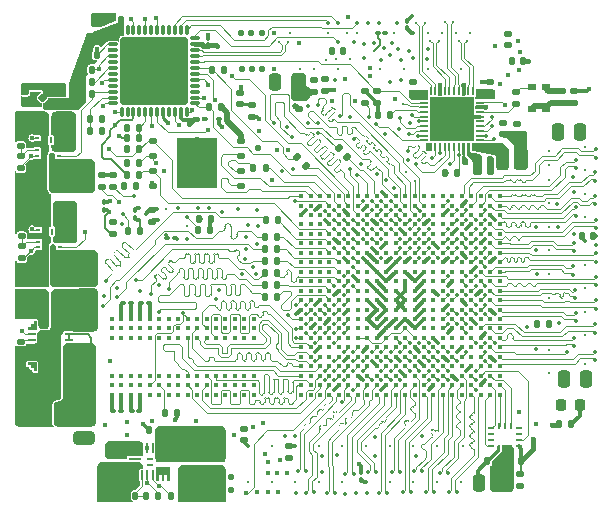
<source format=gtl>
G04 #@! TF.GenerationSoftware,KiCad,Pcbnew,8.0.0~rc2-1e5b68cb87~176~ubuntu22.04.1*
G04 #@! TF.CreationDate,2024-06-10T16:32:28+02:00*
G04 #@! TF.ProjectId,prova_fpga,70726f76-615f-4667-9067-612e6b696361,rev?*
G04 #@! TF.SameCoordinates,Original*
G04 #@! TF.FileFunction,Copper,L1,Top*
G04 #@! TF.FilePolarity,Positive*
%FSLAX46Y46*%
G04 Gerber Fmt 4.6, Leading zero omitted, Abs format (unit mm)*
G04 Created by KiCad (PCBNEW 8.0.0~rc2-1e5b68cb87~176~ubuntu22.04.1) date 2024-06-10 16:32:28*
%MOMM*%
%LPD*%
G01*
G04 APERTURE LIST*
G04 Aperture macros list*
%AMRoundRect*
0 Rectangle with rounded corners*
0 $1 Rounding radius*
0 $2 $3 $4 $5 $6 $7 $8 $9 X,Y pos of 4 corners*
0 Add a 4 corners polygon primitive as box body*
4,1,4,$2,$3,$4,$5,$6,$7,$8,$9,$2,$3,0*
0 Add four circle primitives for the rounded corners*
1,1,$1+$1,$2,$3*
1,1,$1+$1,$4,$5*
1,1,$1+$1,$6,$7*
1,1,$1+$1,$8,$9*
0 Add four rect primitives between the rounded corners*
20,1,$1+$1,$2,$3,$4,$5,0*
20,1,$1+$1,$4,$5,$6,$7,0*
20,1,$1+$1,$6,$7,$8,$9,0*
20,1,$1+$1,$8,$9,$2,$3,0*%
%AMFreePoly0*
4,1,14,0.330075,0.140035,0.330090,0.140000,0.330040,0.069961,0.330025,0.069926,0.090025,-0.170070,0.089990,-0.170085,-0.130002,-0.170089,-0.130037,-0.170074,-0.130052,-0.170039,-0.130110,0.140000,-0.130095,0.140035,-0.130060,0.140050,0.330040,0.140050,0.330075,0.140035,0.330075,0.140035,$1*%
%AMFreePoly1*
4,1,14,0.089990,0.170085,0.090025,0.170070,0.330025,-0.069926,0.330040,-0.069961,0.330090,-0.140000,0.330075,-0.140035,0.330040,-0.140050,-0.130060,-0.140050,-0.130095,-0.140035,-0.130110,-0.140000,-0.130052,0.170039,-0.130037,0.170074,-0.130002,0.170089,0.089990,0.170085,0.089990,0.170085,$1*%
%AMFreePoly2*
4,1,14,0.130037,0.170074,0.130052,0.170039,0.130110,-0.140000,0.130095,-0.140035,0.130060,-0.140050,-0.330040,-0.140050,-0.330075,-0.140035,-0.330090,-0.140000,-0.330040,-0.069961,-0.330025,-0.069926,-0.090025,0.170070,-0.089990,0.170085,0.130002,0.170089,0.130037,0.170074,0.130037,0.170074,$1*%
%AMFreePoly3*
4,1,17,-0.298000,0.551600,0.299000,0.551600,0.299000,-0.551601,-0.299000,-0.551601,-0.299000,-0.551600,-0.806000,-0.551600,-0.806000,-0.348400,-0.299000,-0.348400,-0.299000,-0.101601,-0.806000,-0.101601,-0.806000,0.101599,-0.299000,0.101599,-0.299000,0.348401,-0.806000,0.348401,-0.806000,0.551601,-0.298000,0.551601,-0.298000,0.551600,-0.298000,0.551600,$1*%
%AMFreePoly4*
4,1,16,0.806000,0.348400,0.299000,0.348400,0.299000,0.101600,0.806000,0.101600,0.806000,-0.101600,0.299000,-0.101600,0.299000,-0.348400,0.806000,-0.348400,0.806000,-0.551600,0.299000,-0.551600,0.299000,-0.551601,-0.299000,-0.551601,-0.299000,0.551600,0.299000,0.551600,0.806000,0.551600,0.806000,0.348400,0.806000,0.348400,$1*%
%AMFreePoly5*
4,1,17,0.250002,0.499999,0.250002,-0.200000,0.200002,-0.250000,-0.499999,-0.250000,-0.549999,-0.200000,-0.549999,-0.050000,-0.499999,0.000000,-0.299999,0.000000,-0.250000,0.049999,-0.250000,0.199999,-0.200000,0.249999,-0.050000,0.249999,0.000000,0.299999,0.000000,0.499999,0.050000,0.549998,0.200000,0.549998,0.250002,0.499999,0.250002,0.499999,$1*%
%AMFreePoly6*
4,1,17,0.249999,0.200000,0.250002,-0.499999,0.200000,-0.549998,0.050000,-0.549998,0.000000,-0.499999,0.000002,-0.299999,-0.050000,-0.249999,-0.200000,-0.249999,-0.250000,-0.199999,-0.249997,-0.049999,-0.299999,0.000000,-0.499999,0.000000,-0.549999,0.050000,-0.549999,0.200000,-0.499999,0.250000,0.200002,0.250000,0.249999,0.200000,0.249999,0.200000,$1*%
%AMFreePoly7*
4,1,17,0.500001,0.250000,0.550001,0.200000,0.550001,0.050000,0.500001,0.000000,0.300001,0.000000,0.249999,-0.049999,0.250002,-0.199999,0.200002,-0.249999,0.050002,-0.249999,0.000000,-0.299999,0.000002,-0.499999,-0.049998,-0.549998,-0.200000,-0.549998,-0.250000,-0.499999,-0.250000,0.200003,-0.200000,0.250002,0.500001,0.250000,0.500001,0.250000,$1*%
%AMFreePoly8*
4,1,17,0.000002,0.500002,0.000000,0.300002,0.050002,0.250002,0.200002,0.250002,0.250002,0.200002,0.249999,0.050002,0.300001,0.000003,0.500001,0.000003,0.550001,-0.049997,0.550001,-0.199997,0.500001,-0.249997,-0.200000,-0.249999,-0.250000,-0.199997,-0.250000,0.500002,-0.200000,0.550001,-0.049998,0.550001,0.000002,0.500002,0.000002,0.500002,$1*%
G04 Aperture macros list end*
G04 #@! TA.AperFunction,SMDPad,CuDef*
%ADD10RoundRect,0.250000X-0.250000X-0.650000X0.250000X-0.650000X0.250000X0.650000X-0.250000X0.650000X0*%
G04 #@! TD*
G04 #@! TA.AperFunction,SMDPad,CuDef*
%ADD11RoundRect,0.135000X-0.135000X-0.185000X0.135000X-0.185000X0.135000X0.185000X-0.135000X0.185000X0*%
G04 #@! TD*
G04 #@! TA.AperFunction,SMDPad,CuDef*
%ADD12RoundRect,0.135000X-0.226274X-0.035355X-0.035355X-0.226274X0.226274X0.035355X0.035355X0.226274X0*%
G04 #@! TD*
G04 #@! TA.AperFunction,SMDPad,CuDef*
%ADD13RoundRect,0.135000X0.135000X0.185000X-0.135000X0.185000X-0.135000X-0.185000X0.135000X-0.185000X0*%
G04 #@! TD*
G04 #@! TA.AperFunction,SMDPad,CuDef*
%ADD14RoundRect,0.140000X0.140000X0.170000X-0.140000X0.170000X-0.140000X-0.170000X0.140000X-0.170000X0*%
G04 #@! TD*
G04 #@! TA.AperFunction,SMDPad,CuDef*
%ADD15RoundRect,0.140000X-0.140000X-0.170000X0.140000X-0.170000X0.140000X0.170000X-0.140000X0.170000X0*%
G04 #@! TD*
G04 #@! TA.AperFunction,SMDPad,CuDef*
%ADD16RoundRect,0.250000X-0.650000X0.325000X-0.650000X-0.325000X0.650000X-0.325000X0.650000X0.325000X0*%
G04 #@! TD*
G04 #@! TA.AperFunction,SMDPad,CuDef*
%ADD17RoundRect,0.250000X-0.475000X0.250000X-0.475000X-0.250000X0.475000X-0.250000X0.475000X0.250000X0*%
G04 #@! TD*
G04 #@! TA.AperFunction,SMDPad,CuDef*
%ADD18RoundRect,0.140000X0.170000X-0.140000X0.170000X0.140000X-0.170000X0.140000X-0.170000X-0.140000X0*%
G04 #@! TD*
G04 #@! TA.AperFunction,SMDPad,CuDef*
%ADD19RoundRect,0.135000X-0.185000X0.135000X-0.185000X-0.135000X0.185000X-0.135000X0.185000X0.135000X0*%
G04 #@! TD*
G04 #@! TA.AperFunction,SMDPad,CuDef*
%ADD20RoundRect,0.100000X0.100000X-0.130000X0.100000X0.130000X-0.100000X0.130000X-0.100000X-0.130000X0*%
G04 #@! TD*
G04 #@! TA.AperFunction,SMDPad,CuDef*
%ADD21RoundRect,0.100000X-0.130000X-0.100000X0.130000X-0.100000X0.130000X0.100000X-0.130000X0.100000X0*%
G04 #@! TD*
G04 #@! TA.AperFunction,SMDPad,CuDef*
%ADD22RoundRect,0.100000X0.130000X0.100000X-0.130000X0.100000X-0.130000X-0.100000X0.130000X-0.100000X0*%
G04 #@! TD*
G04 #@! TA.AperFunction,SMDPad,CuDef*
%ADD23RoundRect,0.125000X-0.200000X-0.125000X0.200000X-0.125000X0.200000X0.125000X-0.200000X0.125000X0*%
G04 #@! TD*
G04 #@! TA.AperFunction,HeatsinkPad*
%ADD24R,3.400000X4.300000*%
G04 #@! TD*
G04 #@! TA.AperFunction,SMDPad,CuDef*
%ADD25R,0.203200X0.711200*%
G04 #@! TD*
G04 #@! TA.AperFunction,SMDPad,CuDef*
%ADD26R,0.711200X0.203200*%
G04 #@! TD*
G04 #@! TA.AperFunction,SMDPad,CuDef*
%ADD27R,3.708400X3.708400*%
G04 #@! TD*
G04 #@! TA.AperFunction,SMDPad,CuDef*
%ADD28FreePoly0,180.000000*%
G04 #@! TD*
G04 #@! TA.AperFunction,SMDPad,CuDef*
%ADD29FreePoly1,180.000000*%
G04 #@! TD*
G04 #@! TA.AperFunction,SMDPad,CuDef*
%ADD30FreePoly2,180.000000*%
G04 #@! TD*
G04 #@! TA.AperFunction,SMDPad,CuDef*
%ADD31FreePoly1,0.000000*%
G04 #@! TD*
G04 #@! TA.AperFunction,SMDPad,CuDef*
%ADD32RoundRect,0.027000X0.000000X0.343654X-0.343654X0.000000X0.000000X-0.343654X0.343654X0.000000X0*%
G04 #@! TD*
G04 #@! TA.AperFunction,SMDPad,CuDef*
%ADD33RoundRect,0.050960X0.353039X-0.076440X0.353039X0.076440X-0.353039X0.076440X-0.353039X-0.076440X0*%
G04 #@! TD*
G04 #@! TA.AperFunction,SMDPad,CuDef*
%ADD34RoundRect,0.050960X-0.076440X-0.353039X0.076440X-0.353039X0.076440X0.353039X-0.076440X0.353039X0*%
G04 #@! TD*
G04 #@! TA.AperFunction,SMDPad,CuDef*
%ADD35RoundRect,0.170688X-2.674112X-2.674112X2.674112X-2.674112X2.674112X2.674112X-2.674112X2.674112X0*%
G04 #@! TD*
G04 #@! TA.AperFunction,SMDPad,CuDef*
%ADD36RoundRect,0.218750X-0.218750X-0.256250X0.218750X-0.256250X0.218750X0.256250X-0.218750X0.256250X0*%
G04 #@! TD*
G04 #@! TA.AperFunction,SMDPad,CuDef*
%ADD37R,0.203200X0.812800*%
G04 #@! TD*
G04 #@! TA.AperFunction,SMDPad,CuDef*
%ADD38FreePoly3,90.000000*%
G04 #@! TD*
G04 #@! TA.AperFunction,SMDPad,CuDef*
%ADD39FreePoly4,90.000000*%
G04 #@! TD*
G04 #@! TA.AperFunction,SMDPad,CuDef*
%ADD40R,1.092200X0.254000*%
G04 #@! TD*
G04 #@! TA.AperFunction,SMDPad,CuDef*
%ADD41R,0.508000X0.254000*%
G04 #@! TD*
G04 #@! TA.AperFunction,SMDPad,CuDef*
%ADD42RoundRect,0.135000X0.185000X-0.135000X0.185000X0.135000X-0.185000X0.135000X-0.185000X-0.135000X0*%
G04 #@! TD*
G04 #@! TA.AperFunction,SMDPad,CuDef*
%ADD43RoundRect,0.250000X0.325000X0.650000X-0.325000X0.650000X-0.325000X-0.650000X0.325000X-0.650000X0*%
G04 #@! TD*
G04 #@! TA.AperFunction,SMDPad,CuDef*
%ADD44C,0.420000*%
G04 #@! TD*
G04 #@! TA.AperFunction,SMDPad,CuDef*
%ADD45RoundRect,0.250000X0.250000X0.475000X-0.250000X0.475000X-0.250000X-0.475000X0.250000X-0.475000X0*%
G04 #@! TD*
G04 #@! TA.AperFunction,SMDPad,CuDef*
%ADD46RoundRect,0.147500X0.172500X-0.147500X0.172500X0.147500X-0.172500X0.147500X-0.172500X-0.147500X0*%
G04 #@! TD*
G04 #@! TA.AperFunction,SMDPad,CuDef*
%ADD47R,0.250000X0.600000*%
G04 #@! TD*
G04 #@! TA.AperFunction,SMDPad,CuDef*
%ADD48R,0.250000X0.900000*%
G04 #@! TD*
G04 #@! TA.AperFunction,SMDPad,CuDef*
%ADD49R,0.450000X0.250000*%
G04 #@! TD*
G04 #@! TA.AperFunction,SMDPad,CuDef*
%ADD50RoundRect,0.250000X-0.250000X-0.475000X0.250000X-0.475000X0.250000X0.475000X-0.250000X0.475000X0*%
G04 #@! TD*
G04 #@! TA.AperFunction,SMDPad,CuDef*
%ADD51R,0.482600X0.254000*%
G04 #@! TD*
G04 #@! TA.AperFunction,SMDPad,CuDef*
%ADD52R,0.254000X0.482600*%
G04 #@! TD*
G04 #@! TA.AperFunction,SMDPad,CuDef*
%ADD53RoundRect,0.147500X-0.172500X0.147500X-0.172500X-0.147500X0.172500X-0.147500X0.172500X0.147500X0*%
G04 #@! TD*
G04 #@! TA.AperFunction,SMDPad,CuDef*
%ADD54RoundRect,0.100000X-0.100000X0.130000X-0.100000X-0.130000X0.100000X-0.130000X0.100000X0.130000X0*%
G04 #@! TD*
G04 #@! TA.AperFunction,SMDPad,CuDef*
%ADD55RoundRect,0.140000X-0.170000X0.140000X-0.170000X-0.140000X0.170000X-0.140000X0.170000X0.140000X0*%
G04 #@! TD*
G04 #@! TA.AperFunction,SMDPad,CuDef*
%ADD56R,0.800000X0.600000*%
G04 #@! TD*
G04 #@! TA.AperFunction,SMDPad,CuDef*
%ADD57C,0.406400*%
G04 #@! TD*
G04 #@! TA.AperFunction,SMDPad,CuDef*
%ADD58FreePoly5,0.000000*%
G04 #@! TD*
G04 #@! TA.AperFunction,SMDPad,CuDef*
%ADD59R,0.700001X0.249999*%
G04 #@! TD*
G04 #@! TA.AperFunction,SMDPad,CuDef*
%ADD60FreePoly6,0.000000*%
G04 #@! TD*
G04 #@! TA.AperFunction,SMDPad,CuDef*
%ADD61R,0.249999X0.700001*%
G04 #@! TD*
G04 #@! TA.AperFunction,SMDPad,CuDef*
%ADD62FreePoly7,0.000000*%
G04 #@! TD*
G04 #@! TA.AperFunction,SMDPad,CuDef*
%ADD63FreePoly8,0.000000*%
G04 #@! TD*
G04 #@! TA.AperFunction,SMDPad,CuDef*
%ADD64R,1.599999X1.799999*%
G04 #@! TD*
G04 #@! TA.AperFunction,ViaPad*
%ADD65C,0.350000*%
G04 #@! TD*
G04 #@! TA.AperFunction,ViaPad*
%ADD66C,0.300000*%
G04 #@! TD*
G04 #@! TA.AperFunction,ViaPad*
%ADD67C,0.550000*%
G04 #@! TD*
G04 #@! TA.AperFunction,ViaPad*
%ADD68C,0.400000*%
G04 #@! TD*
G04 #@! TA.AperFunction,ViaPad*
%ADD69C,0.450000*%
G04 #@! TD*
G04 #@! TA.AperFunction,Conductor*
%ADD70C,0.104000*%
G04 #@! TD*
G04 #@! TA.AperFunction,Conductor*
%ADD71C,0.100000*%
G04 #@! TD*
G04 #@! TA.AperFunction,Conductor*
%ADD72C,0.120000*%
G04 #@! TD*
G04 #@! TA.AperFunction,Conductor*
%ADD73C,0.300000*%
G04 #@! TD*
G04 #@! TA.AperFunction,Conductor*
%ADD74C,0.110000*%
G04 #@! TD*
G04 #@! TA.AperFunction,Conductor*
%ADD75C,0.150000*%
G04 #@! TD*
G04 #@! TA.AperFunction,Conductor*
%ADD76C,0.135000*%
G04 #@! TD*
G04 #@! TA.AperFunction,Conductor*
%ADD77C,0.500000*%
G04 #@! TD*
G04 #@! TA.AperFunction,Conductor*
%ADD78C,0.114600*%
G04 #@! TD*
G04 #@! TA.AperFunction,Conductor*
%ADD79C,0.400000*%
G04 #@! TD*
G04 #@! TA.AperFunction,Conductor*
%ADD80C,0.200000*%
G04 #@! TD*
G04 #@! TA.AperFunction,Conductor*
%ADD81C,0.250000*%
G04 #@! TD*
G04 #@! TA.AperFunction,Conductor*
%ADD82C,0.350000*%
G04 #@! TD*
G04 #@! TA.AperFunction,Conductor*
%ADD83C,0.450000*%
G04 #@! TD*
G04 APERTURE END LIST*
D10*
X149060000Y-103660000D03*
X150660000Y-103660000D03*
D11*
X117265000Y-102850000D03*
X118285000Y-102850000D03*
X153865000Y-126100000D03*
X154885000Y-126100000D03*
D12*
X131669376Y-103499376D03*
X132390624Y-104220624D03*
D13*
X125510000Y-96100000D03*
X124490000Y-96100000D03*
X129920000Y-113299999D03*
X128900000Y-113299999D03*
D14*
X124330000Y-108750000D03*
X123370000Y-108750000D03*
D15*
X147070000Y-104700000D03*
X148030000Y-104700000D03*
D16*
X113610000Y-124355000D03*
X113610000Y-127305000D03*
D17*
X116275002Y-128200000D03*
X116275002Y-130100000D03*
D18*
X108620000Y-98925000D03*
X108620000Y-97965000D03*
D15*
X147070000Y-103725000D03*
X148030000Y-103725000D03*
D19*
X150500000Y-130340000D03*
X150500000Y-131360000D03*
D20*
X124100000Y-94045000D03*
X124100000Y-93405000D03*
D18*
X148010000Y-98130000D03*
X148010000Y-97170000D03*
X149100000Y-101580000D03*
X149100000Y-100620000D03*
D15*
X149845000Y-95375000D03*
X150805000Y-95375000D03*
D13*
X145210000Y-104800000D03*
X144190000Y-104800000D03*
D11*
X127965000Y-104400000D03*
X128985000Y-104400000D03*
X120510000Y-125190000D03*
X121530000Y-125190000D03*
D14*
X156710000Y-110190000D03*
X155750000Y-110190000D03*
D21*
X118470000Y-115850000D03*
X119110000Y-115850000D03*
X123180000Y-100300000D03*
X123820000Y-100300000D03*
D22*
X116710000Y-124970000D03*
X116070000Y-124970000D03*
D23*
X119425000Y-102095000D03*
X119425000Y-103365000D03*
X119425000Y-104635000D03*
X119425000Y-105905000D03*
X126925000Y-105905000D03*
X126925000Y-104635000D03*
X126925000Y-103365000D03*
X126925000Y-102095000D03*
D24*
X123175000Y-104000000D03*
D25*
X146559999Y-97930500D03*
X146160000Y-97930500D03*
X145760001Y-97930500D03*
X145359999Y-97930500D03*
X144960000Y-97930500D03*
X144560000Y-97930500D03*
X144160001Y-97930500D03*
X143759999Y-97930500D03*
X143360000Y-97930500D03*
X142960001Y-97930500D03*
D26*
X142410500Y-98480001D03*
X142410500Y-98880000D03*
X142410500Y-99279999D03*
X142410500Y-99680001D03*
X142410500Y-100080000D03*
X142410500Y-100480000D03*
X142410500Y-100879999D03*
X142410500Y-101280001D03*
X142410500Y-101680000D03*
X142410500Y-102079999D03*
D25*
X142960001Y-102629500D03*
X143360000Y-102629500D03*
X143759999Y-102629500D03*
X144160001Y-102629500D03*
X144560000Y-102629500D03*
X144960000Y-102629500D03*
X145359999Y-102629500D03*
X145760001Y-102629500D03*
X146160000Y-102629500D03*
X146559999Y-102629500D03*
D26*
X147109500Y-102079999D03*
X147109500Y-101680000D03*
X147109500Y-101280001D03*
X147109500Y-100879999D03*
X147109500Y-100480000D03*
X147109500Y-100080000D03*
X147109500Y-99680001D03*
X147109500Y-99279999D03*
X147109500Y-98880000D03*
X147109500Y-98480001D03*
D27*
X144760000Y-100280000D03*
D13*
X129920000Y-114299999D03*
X128900000Y-114299999D03*
D19*
X150200000Y-97990000D03*
X150200000Y-99010000D03*
D15*
X147745000Y-129250000D03*
X148705000Y-129250000D03*
D14*
X120080000Y-126600000D03*
X119120000Y-126600000D03*
D28*
X110640000Y-98790000D03*
D29*
X110640000Y-98140000D03*
D30*
X109580000Y-98140000D03*
D31*
X109580000Y-98790000D03*
D32*
X110110000Y-98465000D03*
D11*
X113290000Y-98150000D03*
X114310000Y-98150000D03*
X117265000Y-101900000D03*
X118285000Y-101900000D03*
D13*
X117965001Y-132150000D03*
X116945001Y-132150000D03*
D33*
X116100000Y-93450000D03*
X116100000Y-93949999D03*
X116100000Y-94450001D03*
X116100000Y-94950000D03*
X116100000Y-95449999D03*
X116100000Y-95950000D03*
X116100000Y-96450000D03*
X116100000Y-96950001D03*
X116100000Y-97450000D03*
X116100000Y-97949999D03*
X116100000Y-98450001D03*
X116100000Y-98950000D03*
D34*
X116802000Y-99652000D03*
X117301999Y-99652000D03*
X117802001Y-99652000D03*
X118302000Y-99652000D03*
X118801999Y-99652000D03*
X119302000Y-99652000D03*
X119802000Y-99652000D03*
X120302001Y-99652000D03*
X120802000Y-99652000D03*
X121301999Y-99652000D03*
X121802001Y-99652000D03*
X122302000Y-99652000D03*
D33*
X123004000Y-98950000D03*
X123004000Y-98450001D03*
X123004000Y-97949999D03*
X123004000Y-97450000D03*
X123004000Y-96950001D03*
X123004000Y-96450000D03*
X123004000Y-95950000D03*
X123004000Y-95449999D03*
X123004000Y-94950000D03*
X123004000Y-94450001D03*
X123004000Y-93949999D03*
X123004000Y-93450000D03*
D34*
X122302000Y-92748000D03*
X121802001Y-92748000D03*
X121301999Y-92748000D03*
X120802000Y-92748000D03*
X120302001Y-92748000D03*
X119802000Y-92748000D03*
X119302000Y-92748000D03*
X118801999Y-92748000D03*
X118302000Y-92748000D03*
X117802001Y-92748000D03*
X117301999Y-92748000D03*
X116802000Y-92748000D03*
D35*
X119552000Y-96200000D03*
D36*
X154012500Y-124475000D03*
X155587500Y-124475000D03*
D11*
X138500000Y-99900000D03*
X139520000Y-99900000D03*
D37*
X118075001Y-130450000D03*
X118525000Y-130450000D03*
X118975002Y-130450000D03*
X119425001Y-130450000D03*
D38*
X120325001Y-130050000D03*
D39*
X120325001Y-128550000D03*
D37*
X119425001Y-128150000D03*
X118975002Y-128150000D03*
X118525000Y-128150000D03*
X118075001Y-128150000D03*
D40*
X117925001Y-129050000D03*
X117925001Y-129550000D03*
D41*
X119200000Y-129550000D03*
X119200000Y-129050000D03*
D17*
X122475002Y-128293300D03*
X122475002Y-130193300D03*
D42*
X108350000Y-112060000D03*
X108350000Y-111040000D03*
D43*
X111665000Y-125370000D03*
X108715000Y-125370000D03*
D18*
X114700000Y-93130000D03*
X114700000Y-92170000D03*
D44*
X127989998Y-117199999D03*
X127989998Y-117999999D03*
X127989998Y-118799999D03*
X127989998Y-121999999D03*
X127989998Y-122799999D03*
X127989998Y-123599999D03*
X127189998Y-117199999D03*
X127189998Y-117999999D03*
X127189998Y-118799999D03*
X127189998Y-121999999D03*
X127189998Y-122799999D03*
X127189998Y-123599999D03*
X126389998Y-117199999D03*
X126389998Y-117999999D03*
X126389998Y-118799999D03*
X126389998Y-121999999D03*
X126389998Y-122799999D03*
X126389998Y-123599999D03*
X125589998Y-117199999D03*
X125589998Y-117999999D03*
X125589998Y-118799999D03*
X125589998Y-121999999D03*
X125589998Y-122799999D03*
X125589998Y-123599999D03*
X124789998Y-117199999D03*
X124789998Y-117999999D03*
X124789998Y-118799999D03*
X124789998Y-121999999D03*
X124789998Y-122799999D03*
X124789998Y-123599999D03*
X123989998Y-117199999D03*
X123989998Y-117999999D03*
X123989998Y-118799999D03*
X123989998Y-121999999D03*
X123989998Y-122799999D03*
X123989998Y-123599999D03*
X123189998Y-117199999D03*
X123189998Y-117999999D03*
X123189998Y-118799999D03*
X123189998Y-121999999D03*
X123189998Y-122799999D03*
X123189998Y-123599999D03*
X122389998Y-117199999D03*
X122389998Y-117999999D03*
X122389998Y-118799999D03*
X122389998Y-121999999D03*
X122389998Y-122799999D03*
X122389998Y-123599999D03*
X121589998Y-117199999D03*
X121589998Y-117999999D03*
X121589998Y-118799999D03*
X121589998Y-121999999D03*
X121589998Y-122799999D03*
X121589998Y-123599999D03*
X120789998Y-117199999D03*
X120789998Y-117999999D03*
X120789998Y-118799999D03*
X120789998Y-121999999D03*
X120789998Y-122799999D03*
X120789998Y-123599999D03*
X119989998Y-117199999D03*
X119989998Y-117999999D03*
X119989998Y-118799999D03*
X119989998Y-121999999D03*
X119989998Y-122799999D03*
X119989998Y-123599999D03*
X119189998Y-117199999D03*
X119189998Y-117999999D03*
X119189998Y-118799999D03*
X119189998Y-121999999D03*
X119189998Y-122799999D03*
X119189998Y-123599999D03*
X118389998Y-117199999D03*
X118389998Y-117999999D03*
X118389998Y-118799999D03*
X118389998Y-121999999D03*
X118389998Y-122799999D03*
X118389998Y-123599999D03*
X117589998Y-117199999D03*
X117589998Y-117999999D03*
X117589998Y-118799999D03*
X117589998Y-121999999D03*
X117589998Y-122799999D03*
X117589998Y-123599999D03*
X116789998Y-117199999D03*
X116789998Y-117999999D03*
X116789998Y-118799999D03*
X116789998Y-121999999D03*
X116789998Y-122799999D03*
X116789998Y-123599999D03*
X115989998Y-117199999D03*
X115989998Y-117999999D03*
X115989998Y-118799999D03*
X115989998Y-121999999D03*
X115989998Y-122799999D03*
X115989998Y-123599999D03*
D45*
X111550000Y-100470000D03*
X109650000Y-100470000D03*
D16*
X124700000Y-127300000D03*
X124700000Y-130250000D03*
D19*
X116110000Y-105020000D03*
X116110000Y-106040000D03*
D13*
X115160000Y-101300000D03*
X114140000Y-101300000D03*
D15*
X134595000Y-94500000D03*
X135555000Y-94500000D03*
D22*
X121320000Y-110380000D03*
X120680000Y-110380000D03*
D20*
X115350000Y-107950000D03*
X115350000Y-107310000D03*
D45*
X111550000Y-105390000D03*
X109650000Y-105390000D03*
D21*
X116919998Y-115850000D03*
X117559998Y-115850000D03*
D18*
X126860000Y-99030000D03*
X126860000Y-98070000D03*
D19*
X137380000Y-97890000D03*
X137380000Y-98910000D03*
D46*
X155100000Y-98885000D03*
X155100000Y-97915000D03*
D11*
X113290000Y-96100000D03*
X114310000Y-96100000D03*
D18*
X150250000Y-101630000D03*
X150250000Y-100670000D03*
D14*
X117990000Y-105960000D03*
X117030000Y-105960000D03*
D11*
X120980000Y-132150000D03*
X122000000Y-132150000D03*
D45*
X111550000Y-108170000D03*
X109650000Y-108170000D03*
D13*
X119860000Y-132150000D03*
X118840000Y-132150000D03*
D42*
X108350000Y-110185000D03*
X108350000Y-109165000D03*
D13*
X125200000Y-99290000D03*
X124180000Y-99290000D03*
D47*
X110820000Y-102060000D03*
D48*
X110320000Y-102210000D03*
D49*
X109645000Y-101910000D03*
X109645000Y-102410000D03*
X109645000Y-102910000D03*
X109645000Y-103410000D03*
X109645000Y-103910000D03*
D48*
X110320000Y-103610000D03*
X110820000Y-103610000D03*
D49*
X111495000Y-103910000D03*
X111495000Y-103410000D03*
X111495000Y-102910000D03*
X111495000Y-102410000D03*
X111495000Y-101910000D03*
D47*
X110925000Y-109795000D03*
D48*
X110425000Y-109945000D03*
D49*
X109750000Y-109645000D03*
X109750000Y-110145000D03*
X109750000Y-110645000D03*
X109750000Y-111145000D03*
X109750000Y-111645000D03*
D48*
X110425000Y-111345000D03*
X110925000Y-111345000D03*
D49*
X111600000Y-111645000D03*
X111600000Y-111145000D03*
X111600000Y-110645000D03*
X111600000Y-110145000D03*
X111600000Y-109645000D03*
D45*
X156150000Y-122300000D03*
X154250000Y-122300000D03*
D13*
X129920000Y-110260000D03*
X128900000Y-110260000D03*
D21*
X138480000Y-92950000D03*
X139120000Y-92950000D03*
D50*
X109640000Y-116032503D03*
X111540000Y-116032503D03*
D42*
X108250000Y-104420000D03*
X108250000Y-103400000D03*
D51*
X148094300Y-126449999D03*
X148094300Y-126950000D03*
X148094300Y-127450000D03*
X148094300Y-127950001D03*
D52*
X148750001Y-128114400D03*
X149250000Y-128114400D03*
X149749999Y-128114400D03*
D51*
X150405700Y-127950001D03*
X150405700Y-127450000D03*
X150405700Y-126950000D03*
X150405700Y-126449999D03*
D52*
X149749999Y-126285600D03*
X149250000Y-126285600D03*
X148750001Y-126285600D03*
D13*
X130050000Y-108860000D03*
X129030000Y-108860000D03*
D18*
X131000000Y-128930000D03*
X131000000Y-127970000D03*
D22*
X118300000Y-124970000D03*
X117660000Y-124970000D03*
D50*
X153750000Y-101400000D03*
X155650000Y-101400000D03*
D45*
X112440000Y-122770000D03*
X110540000Y-122770000D03*
D13*
X129920000Y-112274999D03*
X128900000Y-112274999D03*
D42*
X134020000Y-97880000D03*
X134020000Y-96860000D03*
D11*
X117240000Y-104975000D03*
X118260000Y-104975000D03*
D18*
X111570000Y-98975000D03*
X111570000Y-98015000D03*
D50*
X147050000Y-131100000D03*
X148950000Y-131100000D03*
D53*
X127880000Y-99095000D03*
X127880000Y-100065000D03*
D54*
X137050000Y-130155000D03*
X137050000Y-130795000D03*
D13*
X129920000Y-115330000D03*
X128900000Y-115330000D03*
D45*
X131725000Y-97100000D03*
X129825000Y-97100000D03*
D11*
X113690000Y-94850000D03*
X114710000Y-94850000D03*
X114140000Y-100300000D03*
X115160000Y-100300000D03*
D55*
X127150000Y-126525000D03*
X127150000Y-127485000D03*
D18*
X149525000Y-94005000D03*
X149525000Y-93045000D03*
D56*
X152770000Y-99400000D03*
X152770000Y-97600000D03*
X151570000Y-97600000D03*
X151570000Y-99400000D03*
D15*
X151995000Y-117650000D03*
X152955000Y-117650000D03*
D45*
X111550000Y-113095000D03*
X109650000Y-113095000D03*
D22*
X125720000Y-100300000D03*
X125080000Y-100300000D03*
D13*
X124260000Y-109710000D03*
X123240000Y-109710000D03*
D16*
X113900000Y-112225000D03*
X113900000Y-115175000D03*
D12*
X135164376Y-102764376D03*
X135885624Y-103485624D03*
D54*
X140975000Y-91955000D03*
X140975000Y-92595000D03*
D18*
X154065000Y-98880000D03*
X154065000Y-97920000D03*
D19*
X133050000Y-96990000D03*
X133050000Y-98010000D03*
D14*
X150630000Y-129250000D03*
X149670000Y-129250000D03*
D55*
X119350000Y-107990000D03*
X119350000Y-108950000D03*
D57*
X132000000Y-106800001D03*
X132800000Y-106800001D03*
X133600000Y-106800001D03*
X134400000Y-106800001D03*
X135200000Y-106800001D03*
X136000000Y-106800001D03*
X136799999Y-106800001D03*
X137599999Y-106800001D03*
X138399999Y-106800001D03*
X139199999Y-106800001D03*
X139999999Y-106800001D03*
X140799999Y-106800001D03*
X141599999Y-106800001D03*
X142399999Y-106800001D03*
X143199999Y-106800001D03*
X143999999Y-106800001D03*
X144799999Y-106800001D03*
X145599998Y-106800001D03*
X146399998Y-106800001D03*
X147199998Y-106800001D03*
X147999998Y-106800001D03*
X148799998Y-106800001D03*
X132000000Y-122799999D03*
X132800000Y-122799999D03*
X133600000Y-122799999D03*
X134400000Y-122799999D03*
X135200000Y-122799999D03*
X136000000Y-122799999D03*
X136799999Y-122799999D03*
X137599999Y-122799999D03*
X138399999Y-122799999D03*
X139199999Y-122799999D03*
X139999999Y-122799999D03*
X140799999Y-122799999D03*
X141599999Y-122799999D03*
X142399999Y-122799999D03*
X143199999Y-122799999D03*
X143999999Y-122799999D03*
X144799999Y-122799999D03*
X145599998Y-122799999D03*
X146399998Y-122799999D03*
X147199998Y-122799999D03*
X147999998Y-122799999D03*
X148799998Y-122799999D03*
X132000000Y-123599999D03*
X132800000Y-123599999D03*
X133600000Y-123599999D03*
X134400000Y-123599999D03*
X135200000Y-123599999D03*
X136000000Y-123599999D03*
X136799999Y-123599999D03*
X137599999Y-123599999D03*
X138399999Y-123599999D03*
X139199999Y-123599999D03*
X139999999Y-123599999D03*
X140799999Y-123599999D03*
X141599999Y-123599999D03*
X142399999Y-123599999D03*
X143199999Y-123599999D03*
X143999999Y-123599999D03*
X144799999Y-123599999D03*
X145599998Y-123599999D03*
X146399998Y-123599999D03*
X147199998Y-123599999D03*
X147999998Y-123599999D03*
X148799998Y-123599999D03*
X132000000Y-107600001D03*
X132800000Y-107600001D03*
X133600000Y-107600001D03*
X134400000Y-107600001D03*
X135200000Y-107600001D03*
X136000000Y-107600001D03*
X136799999Y-107600001D03*
X137599999Y-107600001D03*
X138399999Y-107600001D03*
X139199999Y-107600001D03*
X139999999Y-107600001D03*
X140799999Y-107600001D03*
X141599999Y-107600001D03*
X142399999Y-107600001D03*
X143199999Y-107600001D03*
X143999999Y-107600001D03*
X144799999Y-107600001D03*
X145599998Y-107600001D03*
X146399998Y-107600001D03*
X147199998Y-107600001D03*
X147999998Y-107600001D03*
X148799998Y-107600001D03*
X132000000Y-108400001D03*
X132800000Y-108400001D03*
X133600000Y-108400001D03*
X134400000Y-108400001D03*
X135200000Y-108400001D03*
X136000000Y-108400001D03*
X136799999Y-108400001D03*
X137599999Y-108400001D03*
X138399999Y-108400001D03*
X139199999Y-108400001D03*
X139999999Y-108400001D03*
X140799999Y-108400001D03*
X141599999Y-108400001D03*
X142399999Y-108400001D03*
X143199999Y-108400001D03*
X143999999Y-108400001D03*
X144799999Y-108400001D03*
X145599998Y-108400001D03*
X146399998Y-108400001D03*
X147199998Y-108400001D03*
X147999998Y-108400001D03*
X148799998Y-108400001D03*
X132000000Y-109200001D03*
X132800000Y-109200001D03*
X133600000Y-109200001D03*
X134400000Y-109200001D03*
X135200000Y-109200001D03*
X136000000Y-109200001D03*
X136799999Y-109200001D03*
X137599999Y-109200001D03*
X138399999Y-109200001D03*
X139199999Y-109200001D03*
X139999999Y-109200001D03*
X140799999Y-109200001D03*
X141599999Y-109200001D03*
X142399999Y-109200001D03*
X143199999Y-109200001D03*
X143999999Y-109200001D03*
X144799999Y-109200001D03*
X145599998Y-109200001D03*
X146399998Y-109200001D03*
X147199998Y-109200001D03*
X147999998Y-109200001D03*
X148799998Y-109200001D03*
X132000000Y-110000001D03*
X132800000Y-110000001D03*
X133600000Y-110000001D03*
X134400000Y-110000001D03*
X135200000Y-110000001D03*
X136000000Y-110000001D03*
X136799999Y-110000001D03*
X137599999Y-110000001D03*
X138399999Y-110000001D03*
X139199999Y-110000001D03*
X139999999Y-110000001D03*
X140799999Y-110000001D03*
X141599999Y-110000001D03*
X142399999Y-110000001D03*
X143199999Y-110000001D03*
X143999999Y-110000001D03*
X144799999Y-110000001D03*
X145599998Y-110000001D03*
X146399998Y-110000001D03*
X147199998Y-110000001D03*
X147999998Y-110000001D03*
X148799998Y-110000001D03*
X132000000Y-110800001D03*
X132800000Y-110800001D03*
X133600000Y-110800001D03*
X134400000Y-110800001D03*
X135200000Y-110800001D03*
X136000000Y-110800001D03*
X136799999Y-110800001D03*
X137599999Y-110800001D03*
X138399999Y-110800001D03*
X139199999Y-110800001D03*
X139999999Y-110800001D03*
X140799999Y-110800001D03*
X141599999Y-110800001D03*
X142399999Y-110800001D03*
X143199999Y-110800001D03*
X143999999Y-110800001D03*
X144799999Y-110800001D03*
X145599998Y-110800001D03*
X146399998Y-110800001D03*
X147199998Y-110800001D03*
X147999998Y-110800001D03*
X148799998Y-110800001D03*
X132000000Y-111600000D03*
X132800000Y-111600000D03*
X133600000Y-111600000D03*
X134400000Y-111600000D03*
X135200000Y-111600000D03*
X136000000Y-111600000D03*
X136799999Y-111600000D03*
X137599999Y-111600000D03*
X138399999Y-111600000D03*
X139199999Y-111600000D03*
X139999999Y-111600000D03*
X140799999Y-111600000D03*
X141599999Y-111600000D03*
X142399999Y-111600000D03*
X143199999Y-111600000D03*
X143999999Y-111600000D03*
X144799999Y-111600000D03*
X145599998Y-111600000D03*
X146399998Y-111600000D03*
X147199998Y-111600000D03*
X147999998Y-111600000D03*
X148799998Y-111600000D03*
X132000000Y-112400000D03*
X132800000Y-112400000D03*
X133600000Y-112400000D03*
X134400000Y-112400000D03*
X135200000Y-112400000D03*
X136000000Y-112400000D03*
X136799999Y-112400000D03*
X137599999Y-112400000D03*
X138399999Y-112400000D03*
X139199999Y-112400000D03*
X139999999Y-112400000D03*
X140799999Y-112400000D03*
X141599999Y-112400000D03*
X142399999Y-112400000D03*
X143199999Y-112400000D03*
X143999999Y-112400000D03*
X144799999Y-112400000D03*
X145599998Y-112400000D03*
X146399998Y-112400000D03*
X147199998Y-112400000D03*
X147999998Y-112400000D03*
X148799998Y-112400000D03*
X132000000Y-113200000D03*
X132800000Y-113200000D03*
X133600000Y-113200000D03*
X134400000Y-113200000D03*
X135200000Y-113200000D03*
X136000000Y-113200000D03*
X136799999Y-113200000D03*
X137599999Y-113200000D03*
X138399999Y-113200000D03*
X139199999Y-113200000D03*
X139999999Y-113200000D03*
X140799999Y-113200000D03*
X141599999Y-113200000D03*
X142399999Y-113200000D03*
X143199999Y-113200000D03*
X143999999Y-113200000D03*
X144799999Y-113200000D03*
X145599998Y-113200000D03*
X146399998Y-113200000D03*
X147199998Y-113200000D03*
X147999998Y-113200000D03*
X148799998Y-113200000D03*
X132000000Y-114000000D03*
X132800000Y-114000000D03*
X133600000Y-114000000D03*
X134400000Y-114000000D03*
X135200000Y-114000000D03*
X136000000Y-114000000D03*
X136799999Y-114000000D03*
X137599999Y-114000000D03*
X138399999Y-114000000D03*
X139199999Y-114000000D03*
X139999999Y-114000000D03*
X140799999Y-114000000D03*
X141599999Y-114000000D03*
X142399999Y-114000000D03*
X143199999Y-114000000D03*
X143999999Y-114000000D03*
X144799999Y-114000000D03*
X145599998Y-114000000D03*
X146399998Y-114000000D03*
X147199998Y-114000000D03*
X147999998Y-114000000D03*
X148799998Y-114000000D03*
X132000000Y-114800000D03*
X132800000Y-114800000D03*
X133600000Y-114800000D03*
X134400000Y-114800000D03*
X135200000Y-114800000D03*
X136000000Y-114800000D03*
X136799999Y-114800000D03*
X137599999Y-114800000D03*
X138399999Y-114800000D03*
X139199999Y-114800000D03*
X139999999Y-114800000D03*
X140799999Y-114800000D03*
X141599999Y-114800000D03*
X142399999Y-114800000D03*
X143199999Y-114800000D03*
X143999999Y-114800000D03*
X144799999Y-114800000D03*
X145599998Y-114800000D03*
X146399998Y-114800000D03*
X147199998Y-114800000D03*
X147999998Y-114800000D03*
X148799998Y-114800000D03*
X132000000Y-115600000D03*
X132800000Y-115600000D03*
X133600000Y-115600000D03*
X134400000Y-115600000D03*
X135200000Y-115600000D03*
X136000000Y-115600000D03*
X136799999Y-115600000D03*
X137599999Y-115600000D03*
X138399999Y-115600000D03*
X139199999Y-115600000D03*
X139999999Y-115600000D03*
X140799999Y-115600000D03*
X141599999Y-115600000D03*
X142399999Y-115600000D03*
X143199999Y-115600000D03*
X143999999Y-115600000D03*
X144799999Y-115600000D03*
X145599998Y-115600000D03*
X146399998Y-115600000D03*
X147199998Y-115600000D03*
X147999998Y-115600000D03*
X148799998Y-115600000D03*
X132000000Y-116400000D03*
X132800000Y-116400000D03*
X133600000Y-116400000D03*
X134400000Y-116400000D03*
X135200000Y-116400000D03*
X136000000Y-116400000D03*
X136799999Y-116400000D03*
X137599999Y-116400000D03*
X138399999Y-116400000D03*
X139199999Y-116400000D03*
X139999999Y-116400000D03*
X140799999Y-116400000D03*
X141599999Y-116400000D03*
X142399999Y-116400000D03*
X143199999Y-116400000D03*
X143999999Y-116400000D03*
X144799999Y-116400000D03*
X145599998Y-116400000D03*
X146399998Y-116400000D03*
X147199998Y-116400000D03*
X147999998Y-116400000D03*
X148799998Y-116400000D03*
X132000000Y-117200000D03*
X132800000Y-117200000D03*
X133600000Y-117200000D03*
X134400000Y-117200000D03*
X135200000Y-117200000D03*
X136000000Y-117200000D03*
X136799999Y-117200000D03*
X137599999Y-117200000D03*
X138399999Y-117200000D03*
X139199999Y-117200000D03*
X139999999Y-117200000D03*
X140799999Y-117200000D03*
X141599999Y-117200000D03*
X142399999Y-117200000D03*
X143199999Y-117200000D03*
X143999999Y-117200000D03*
X144799999Y-117200000D03*
X145599998Y-117200000D03*
X146399998Y-117200000D03*
X147199998Y-117200000D03*
X147999998Y-117200000D03*
X148799998Y-117200000D03*
X132000000Y-118000000D03*
X132800000Y-118000000D03*
X133600000Y-118000000D03*
X134400000Y-118000000D03*
X135200000Y-118000000D03*
X136000000Y-118000000D03*
X136799999Y-118000000D03*
X137599999Y-118000000D03*
X138399999Y-118000000D03*
X139199999Y-118000000D03*
X139999999Y-118000000D03*
X140799999Y-118000000D03*
X141599999Y-118000000D03*
X142399999Y-118000000D03*
X143199999Y-118000000D03*
X143999999Y-118000000D03*
X144799999Y-118000000D03*
X145599998Y-118000000D03*
X146399998Y-118000000D03*
X147199998Y-118000000D03*
X147999998Y-118000000D03*
X148799998Y-118000000D03*
X132000000Y-118800000D03*
X132800000Y-118800000D03*
X133600000Y-118800000D03*
X134400000Y-118800000D03*
X135200000Y-118800000D03*
X136000000Y-118800000D03*
X136799999Y-118800000D03*
X137599999Y-118800000D03*
X138399999Y-118800000D03*
X139199999Y-118800000D03*
X139999999Y-118800000D03*
X140799999Y-118800000D03*
X141599999Y-118800000D03*
X142399999Y-118800000D03*
X143199999Y-118800000D03*
X143999999Y-118800000D03*
X144799999Y-118800000D03*
X145599998Y-118800000D03*
X146399998Y-118800000D03*
X147199998Y-118800000D03*
X147999998Y-118800000D03*
X148799998Y-118800000D03*
X132000000Y-119600000D03*
X132800000Y-119600000D03*
X133600000Y-119600000D03*
X134400000Y-119600000D03*
X135200000Y-119600000D03*
X136000000Y-119600000D03*
X136799999Y-119600000D03*
X137599999Y-119600000D03*
X138399999Y-119600000D03*
X139199999Y-119600000D03*
X139999999Y-119600000D03*
X140799999Y-119600000D03*
X141599999Y-119600000D03*
X142399999Y-119600000D03*
X143199999Y-119600000D03*
X143999999Y-119600000D03*
X144799999Y-119600000D03*
X145599998Y-119600000D03*
X146399998Y-119600000D03*
X147199998Y-119600000D03*
X147999998Y-119600000D03*
X148799998Y-119600000D03*
X132000000Y-120399999D03*
X132800000Y-120399999D03*
X133600000Y-120399999D03*
X134400000Y-120399999D03*
X135200000Y-120399999D03*
X136000000Y-120399999D03*
X136799999Y-120399999D03*
X137599999Y-120399999D03*
X138399999Y-120399999D03*
X139199999Y-120399999D03*
X139999999Y-120399999D03*
X140799999Y-120399999D03*
X141599999Y-120399999D03*
X142399999Y-120399999D03*
X143199999Y-120399999D03*
X143999999Y-120399999D03*
X144799999Y-120399999D03*
X145599998Y-120399999D03*
X146399998Y-120399999D03*
X147199998Y-120399999D03*
X147999998Y-120399999D03*
X148799998Y-120399999D03*
X132000000Y-121199999D03*
X132800000Y-121199999D03*
X133600000Y-121199999D03*
X134400000Y-121199999D03*
X135200000Y-121199999D03*
X136000000Y-121199999D03*
X136799999Y-121199999D03*
X137599999Y-121199999D03*
X138399999Y-121199999D03*
X139199999Y-121199999D03*
X139999999Y-121199999D03*
X140799999Y-121199999D03*
X141599999Y-121199999D03*
X142399999Y-121199999D03*
X143199999Y-121199999D03*
X143999999Y-121199999D03*
X144799999Y-121199999D03*
X145599998Y-121199999D03*
X146399998Y-121199999D03*
X147199998Y-121199999D03*
X147999998Y-121199999D03*
X148799998Y-121199999D03*
X132000000Y-121999999D03*
X132800000Y-121999999D03*
X133600000Y-121999999D03*
X134400000Y-121999999D03*
X135200000Y-121999999D03*
X136000000Y-121999999D03*
X136799999Y-121999999D03*
X137599999Y-121999999D03*
X138399999Y-121999999D03*
X139199999Y-121999999D03*
X139999999Y-121999999D03*
X140799999Y-121999999D03*
X141599999Y-121999999D03*
X142399999Y-121999999D03*
X143199999Y-121999999D03*
X143999999Y-121999999D03*
X144799999Y-121999999D03*
X145599998Y-121999999D03*
X146399998Y-121999999D03*
X147199998Y-121999999D03*
X147999998Y-121999999D03*
X148799998Y-121999999D03*
D42*
X138400000Y-98910000D03*
X138400000Y-97890000D03*
D13*
X129920000Y-111270000D03*
X128900000Y-111270000D03*
X118260000Y-104000000D03*
X117240000Y-104000000D03*
D42*
X108250000Y-102520000D03*
X108250000Y-101500000D03*
D11*
X113290000Y-97100000D03*
X114310000Y-97100000D03*
D58*
X109377499Y-117882500D03*
D59*
X109177499Y-118507500D03*
X109177499Y-119007502D03*
X109177499Y-119507501D03*
X109177499Y-120007500D03*
X109177499Y-120507502D03*
D60*
X109377499Y-121132502D03*
D61*
X110002499Y-121332501D03*
X110502500Y-121332501D03*
X111002500Y-121332501D03*
X111502501Y-121332501D03*
D62*
X112127499Y-121132502D03*
D59*
X112327501Y-120507502D03*
X112327501Y-120007500D03*
X112327501Y-119507501D03*
X112327501Y-119007502D03*
X112327501Y-118507500D03*
D63*
X112127499Y-117882503D03*
D61*
X111502501Y-117682501D03*
X111002500Y-117682501D03*
X110502500Y-117682501D03*
X110002499Y-117682501D03*
D64*
X110752500Y-119807500D03*
D19*
X108247500Y-119127504D03*
X108247500Y-120147504D03*
D20*
X117930000Y-108650000D03*
X117930000Y-108010000D03*
D55*
X131800000Y-98495000D03*
X131800000Y-99455000D03*
D19*
X115140000Y-105020000D03*
X115140000Y-106040000D03*
D13*
X118273650Y-101000000D03*
X117253650Y-101000000D03*
D42*
X116060000Y-109990000D03*
X116060000Y-108970000D03*
D22*
X116745000Y-91775000D03*
X116105000Y-91775000D03*
D18*
X141470000Y-98070000D03*
X141470000Y-97110000D03*
D13*
X118385000Y-109775000D03*
X117365000Y-109775000D03*
D65*
X155130000Y-110760000D03*
X132379910Y-131900000D03*
X141550000Y-130090000D03*
X131710000Y-130100000D03*
X145200000Y-110400000D03*
X141100000Y-94475000D03*
X146000000Y-114400000D03*
X151875000Y-109375000D03*
X133600000Y-123599999D03*
D66*
X131025000Y-128950000D03*
D67*
X126100000Y-130600000D03*
D65*
X140400000Y-120800000D03*
X137200000Y-120000000D03*
X133999998Y-121599999D03*
D68*
X127150000Y-126550000D03*
D65*
X138800000Y-123200000D03*
X137200000Y-122400000D03*
X134800000Y-119200000D03*
D67*
X126100000Y-131700000D03*
D65*
X156954081Y-102782455D03*
X146800000Y-109600000D03*
X147600000Y-120800000D03*
X156913108Y-105561535D03*
X156850000Y-106750000D03*
X133050000Y-96975000D03*
X131275000Y-104500000D03*
X134799998Y-109599999D03*
X147600000Y-109600000D03*
D68*
X149525000Y-96575000D03*
D65*
X145200000Y-108800000D03*
X136400000Y-121600000D03*
X155020000Y-113450000D03*
X134799998Y-108799999D03*
X134025000Y-96975000D03*
D68*
X115100000Y-97200000D03*
D65*
X135100000Y-93725000D03*
X139050000Y-94270000D03*
X139599999Y-107200001D03*
D68*
X126900000Y-103300000D03*
D65*
X141200000Y-121600000D03*
X156950000Y-109500000D03*
X148150000Y-100900000D03*
X131500000Y-107200000D03*
D66*
X134950000Y-95225000D03*
D65*
X147680000Y-101690000D03*
X138800000Y-107999999D03*
D68*
X123800000Y-98450001D03*
D65*
X137775000Y-100075000D03*
X138410000Y-104920000D03*
X138000000Y-107200000D03*
X139710000Y-93810000D03*
X136400000Y-110400000D03*
X142014998Y-109594999D03*
X140220000Y-94340000D03*
X156913108Y-104761535D03*
X146800000Y-110400000D03*
X146000000Y-120000000D03*
X142700000Y-94350000D03*
X143600000Y-112000000D03*
X139600000Y-122400000D03*
D68*
X119400000Y-100900000D03*
D65*
X138580000Y-92160000D03*
X137199998Y-108799999D03*
X148130000Y-100120000D03*
X138000000Y-107999999D03*
X140130000Y-92180000D03*
D66*
X139900000Y-92960000D03*
D65*
X142800000Y-109600000D03*
X156950000Y-108800000D03*
X147600000Y-112800000D03*
X147600000Y-116800000D03*
X136799999Y-115600001D03*
X136799999Y-116400001D03*
X115989998Y-117999999D03*
X133599998Y-110799999D03*
X133199998Y-116799999D03*
X120789998Y-118799999D03*
X143250000Y-131890000D03*
X155180000Y-114720000D03*
X148400000Y-119200000D03*
X138250000Y-127225000D03*
X139600000Y-120800000D03*
X121589998Y-121999999D03*
X133999998Y-115999999D03*
X134799998Y-116799999D03*
X120789998Y-121999999D03*
X135599998Y-117599999D03*
X138570000Y-131920000D03*
X156975000Y-113650000D03*
X156925000Y-112350000D03*
X133999998Y-108024999D03*
D66*
X136125000Y-95200000D03*
D68*
X135725000Y-96925000D03*
D65*
X135599998Y-111199999D03*
X144400000Y-108000000D03*
X146000000Y-109600000D03*
X146000000Y-112000000D03*
D68*
X149825000Y-95375000D03*
D65*
X147200000Y-106800000D03*
D68*
X149525000Y-94005000D03*
D67*
X153950000Y-101775000D03*
D65*
X148400000Y-112000000D03*
X148800000Y-110000000D03*
X143600000Y-111200000D03*
X139520000Y-97100000D03*
X139850000Y-106100000D03*
X140399999Y-111200001D03*
X141199999Y-111200001D03*
X138725000Y-95250000D03*
X139560000Y-94880000D03*
X142799998Y-111200000D03*
X144537979Y-131877291D03*
X155110000Y-118799227D03*
X141311337Y-131863257D03*
X136400000Y-120800000D03*
X144400000Y-114400000D03*
D68*
X151995000Y-117650000D03*
D65*
X148800000Y-118000000D03*
D67*
X156025000Y-122300000D03*
D65*
X143600000Y-119200000D03*
X156950000Y-110200000D03*
X146800000Y-117600000D03*
X146800000Y-115200000D03*
X144400000Y-116000000D03*
X147600000Y-122400000D03*
D68*
X136875000Y-129500000D03*
D65*
X148400000Y-120800000D03*
X141600000Y-123600000D03*
D67*
X146950000Y-131050000D03*
D65*
X142000000Y-120800000D03*
X145200000Y-120000000D03*
X145200000Y-122400000D03*
X141999999Y-112000001D03*
X140470000Y-97000000D03*
D68*
X119390000Y-125860000D03*
D65*
X136399998Y-111999999D03*
X136799999Y-117200001D03*
X119189998Y-122799999D03*
X121990000Y-116730000D03*
X155248047Y-117400000D03*
X139600000Y-112000000D03*
X119989998Y-117999999D03*
X134799998Y-118399999D03*
X147600000Y-112000000D03*
X138360000Y-130170000D03*
X155250000Y-116700000D03*
X147600000Y-111200000D03*
X136450000Y-130290000D03*
X156971519Y-115625000D03*
X143600000Y-122400000D03*
X156911519Y-117650000D03*
D68*
X126150000Y-96620000D03*
X122900000Y-97950000D03*
X116100000Y-96450000D03*
D66*
X135900000Y-92960000D03*
D65*
X156905856Y-119996498D03*
X121589998Y-118799999D03*
X118389998Y-118799999D03*
X120000000Y-116640000D03*
X134799998Y-115999999D03*
X117589998Y-121999999D03*
X124790000Y-115520000D03*
X134799998Y-114399999D03*
X127900000Y-112800000D03*
X117589998Y-118799999D03*
X120800000Y-114640000D03*
X118389998Y-117999999D03*
X135599998Y-114399999D03*
X117589998Y-122799999D03*
X126960000Y-113430000D03*
X119324998Y-115074999D03*
X117589998Y-117999999D03*
X116789998Y-122799999D03*
X125330000Y-108150000D03*
X136399998Y-112799999D03*
X128299998Y-110874999D03*
X116789998Y-117999999D03*
X135600000Y-113600000D03*
X115989998Y-122799999D03*
X118010000Y-113880000D03*
X116439998Y-115324999D03*
X116789998Y-118799999D03*
X119989998Y-121999999D03*
X127274998Y-112124999D03*
X133600000Y-113200000D03*
X128300000Y-107990000D03*
X116789998Y-121999999D03*
X134799998Y-111199999D03*
X134400000Y-112400000D03*
X127300000Y-110300000D03*
X118389998Y-121999999D03*
X146000000Y-118400000D03*
X151900000Y-119775000D03*
X115989998Y-118799999D03*
X115450000Y-113990000D03*
X140400000Y-130140000D03*
D68*
X150470000Y-96120000D03*
D65*
X144400000Y-109600000D03*
X156971519Y-116325000D03*
X155000000Y-105150000D03*
X146000000Y-113600000D03*
X156975000Y-114350000D03*
X146000000Y-111200000D03*
D68*
X150550000Y-94625000D03*
D65*
X156911519Y-118350000D03*
X135750000Y-130290000D03*
X145237979Y-131877291D03*
X146000000Y-117600000D03*
X142800000Y-122400000D03*
X146800000Y-111200000D03*
X156850000Y-107450000D03*
X146800000Y-121600000D03*
X155180000Y-115420000D03*
X147600000Y-120000000D03*
D68*
X116250000Y-100800000D03*
X124100000Y-101200000D03*
D66*
X134100000Y-95250000D03*
D65*
X130350000Y-104700000D03*
X136399998Y-111199999D03*
X134800000Y-108000000D03*
X134890000Y-97000000D03*
X154490000Y-119990000D03*
X144400000Y-115200000D03*
X153850000Y-117525000D03*
X146800000Y-119200000D03*
X156905856Y-120696498D03*
X155250000Y-107750000D03*
X137660000Y-130170000D03*
X142800000Y-120000000D03*
X142275000Y-127150000D03*
X143600000Y-121600000D03*
X132410000Y-130100000D03*
X145200000Y-120800000D03*
X144400000Y-117600000D03*
X155075000Y-106450000D03*
X151100000Y-117900000D03*
X144400000Y-116800000D03*
X156954081Y-103582455D03*
X146000000Y-110400000D03*
D68*
X148375000Y-94100000D03*
D65*
X139700000Y-130140000D03*
X145200000Y-117600000D03*
X153700000Y-107450000D03*
X156940000Y-110920000D03*
X145200000Y-115200000D03*
X155020000Y-112750000D03*
X142800000Y-121600000D03*
X156925000Y-111650000D03*
X146800000Y-112000000D03*
X155250000Y-108450000D03*
X140611337Y-131863257D03*
X142680000Y-95230000D03*
X144400000Y-111200000D03*
X139270000Y-131920000D03*
X142250000Y-130090000D03*
X147600000Y-119200000D03*
X146000000Y-116800000D03*
X153725000Y-109425000D03*
X141200000Y-120800000D03*
X155110000Y-119499227D03*
D68*
X108600000Y-98920000D03*
D67*
X112550000Y-100020000D03*
X112600000Y-109870000D03*
X127850000Y-96050000D03*
X115845000Y-128190000D03*
X116850000Y-128150000D03*
X108990000Y-115417500D03*
X112550000Y-102020000D03*
X111500000Y-108870000D03*
X111450000Y-100020000D03*
X109990000Y-115417500D03*
X127000000Y-96050000D03*
X111500000Y-107870000D03*
X112600000Y-107870000D03*
X128650000Y-92950000D03*
X127750000Y-92950000D03*
X108990000Y-116470000D03*
X126900000Y-92950000D03*
X112550000Y-101020000D03*
X112600000Y-108870000D03*
X128725000Y-96050000D03*
X109990000Y-116470000D03*
X111450000Y-101020000D03*
D68*
X151750000Y-97550000D03*
D65*
X133420000Y-101430000D03*
X137999998Y-110399999D03*
X142000000Y-110400000D03*
X135300000Y-100050000D03*
X133400000Y-99125000D03*
D68*
X124150000Y-97350000D03*
D65*
X141999999Y-111200001D03*
X129725000Y-100625000D03*
X136475000Y-101950000D03*
X142800000Y-110400000D03*
X137199998Y-109599999D03*
X131250000Y-101812500D03*
X141200000Y-119200000D03*
D69*
X150475000Y-125100000D03*
D68*
X143760000Y-97370000D03*
D69*
X150200000Y-101750000D03*
X149100000Y-101580000D03*
D68*
X142910000Y-102670000D03*
X145760000Y-97370000D03*
X147690000Y-99280000D03*
X150500000Y-131360000D03*
D65*
X142800000Y-119200000D03*
D69*
X145875000Y-103975000D03*
X142400000Y-98125000D03*
X147190000Y-98260000D03*
D65*
X139599999Y-109600001D03*
X141730000Y-104080000D03*
X141080000Y-102940000D03*
X137200000Y-107200000D03*
X141200000Y-110400000D03*
X143759999Y-103130000D03*
X143080000Y-103580000D03*
D66*
X141600000Y-105520000D03*
D65*
X145360000Y-103325000D03*
X142400000Y-106800000D03*
X136399998Y-108799999D03*
X144600000Y-104100000D03*
X139440000Y-99920000D03*
X140399999Y-108000001D03*
X144400000Y-107200000D03*
X148330000Y-101970000D03*
D68*
X149250000Y-99100000D03*
D65*
X115240000Y-116080000D03*
X115989998Y-121999999D03*
X136399998Y-114399999D03*
X119189998Y-117999999D03*
X140400000Y-100225000D03*
X136100000Y-104500000D03*
X139200000Y-105450000D03*
X138800000Y-108800000D03*
D66*
X140660000Y-99000000D03*
X141750000Y-92175000D03*
X142450000Y-92175000D03*
X144150000Y-92050000D03*
X145325000Y-93625000D03*
X142951504Y-93639446D03*
X146025000Y-93625000D03*
X143651504Y-93639446D03*
D65*
X138800000Y-109600000D03*
X141950000Y-100480000D03*
X141920000Y-101680000D03*
X140400000Y-110400000D03*
D66*
X144850000Y-92050000D03*
D65*
X138350000Y-100700000D03*
X135599998Y-108799999D03*
X137999998Y-109599999D03*
X141100000Y-101500000D03*
D68*
X109377499Y-117882500D03*
X116100000Y-95450000D03*
X114740000Y-94330000D03*
X108352500Y-118207501D03*
X113680000Y-109800000D03*
X114850000Y-96050000D03*
X117301999Y-92748000D03*
X109250000Y-109595000D03*
X109250000Y-101875000D03*
X115800000Y-94450000D03*
X116100000Y-97450000D03*
X119950000Y-131350000D03*
X118975002Y-128150000D03*
X114286125Y-97099930D03*
D65*
X118023542Y-105891000D03*
X138799999Y-107200001D03*
X122300000Y-108540000D03*
D68*
X116590000Y-107300000D03*
D65*
X141200000Y-108799997D03*
X142000000Y-108800000D03*
X116060000Y-108970000D03*
X116900000Y-108350000D03*
X141200000Y-109600000D03*
X139600000Y-107999999D03*
X117814998Y-106819999D03*
D68*
X118300000Y-99650000D03*
D65*
X121600000Y-107810000D03*
X139599999Y-108800001D03*
D66*
X122310000Y-109310000D03*
D68*
X115700000Y-102800000D03*
D65*
X135599998Y-115199999D03*
X118389998Y-122799999D03*
X127510000Y-109280000D03*
D68*
X126925000Y-104635000D03*
D65*
X135599998Y-115999999D03*
X119189998Y-118799999D03*
X134000000Y-118400000D03*
X119989998Y-118799999D03*
X120789998Y-117199999D03*
X134799998Y-117599999D03*
X133200000Y-120799999D03*
X120789998Y-123599999D03*
D68*
X126800000Y-105900000D03*
D65*
X135599998Y-110399999D03*
D68*
X119700000Y-104000000D03*
D65*
X131599998Y-115999999D03*
X127989998Y-117999999D03*
X132399998Y-116799999D03*
X126389998Y-121999999D03*
X132400000Y-116000000D03*
X126389998Y-117999999D03*
X127989998Y-121999999D03*
X131574998Y-118024999D03*
X127989998Y-118799999D03*
X133200000Y-119199999D03*
X134000000Y-116799999D03*
X126389998Y-118799999D03*
X131599998Y-118799999D03*
X127189998Y-122799999D03*
X127189998Y-121999999D03*
X132400000Y-117600000D03*
X130887498Y-116837499D03*
X125589998Y-118799999D03*
X145200000Y-116800000D03*
X151960000Y-113400000D03*
X145200000Y-111200000D03*
X141475000Y-95100000D03*
X133775000Y-130175000D03*
X140400000Y-120000000D03*
X142550000Y-131890000D03*
X140420000Y-95310000D03*
X144400000Y-110400000D03*
X140400000Y-122400000D03*
X133130000Y-131890000D03*
X155130000Y-111460000D03*
X125589998Y-121999999D03*
X133199998Y-118399999D03*
D68*
X120800000Y-92775000D03*
D65*
X140400000Y-119200000D03*
D68*
X117301999Y-99652000D03*
X115400000Y-126200000D03*
X123080000Y-125880000D03*
X119700000Y-91700000D03*
D66*
X130160000Y-93750000D03*
D65*
X137325000Y-93950000D03*
D68*
X116250000Y-99650000D03*
D65*
X135100000Y-92150000D03*
X137300000Y-95110000D03*
D68*
X122800000Y-99500000D03*
D66*
X130860000Y-93750000D03*
D65*
X136450000Y-93750000D03*
D68*
X115200000Y-99150000D03*
X124680000Y-98690000D03*
D65*
X135599998Y-109599999D03*
D68*
X118802000Y-91800000D03*
D65*
X138175000Y-93800000D03*
D68*
X121700000Y-100800000D03*
D66*
X134590000Y-94500000D03*
D67*
X114100000Y-105920000D03*
D65*
X133199998Y-107999999D03*
D69*
X131500000Y-98000000D03*
X131825000Y-93800000D03*
D68*
X135950000Y-91600000D03*
D65*
X135600000Y-108000000D03*
X121450000Y-110420000D03*
D69*
X153225000Y-126150000D03*
X131525000Y-97050000D03*
D67*
X113200000Y-105520000D03*
D66*
X118840000Y-108300000D03*
D68*
X125736999Y-100001969D03*
D67*
X114100000Y-104020000D03*
D69*
X134650000Y-98750000D03*
D67*
X114100000Y-104970000D03*
D68*
X129525000Y-105425000D03*
X117300000Y-102900000D03*
X147075000Y-104700000D03*
D69*
X151650000Y-127375000D03*
D67*
X113200000Y-104520000D03*
D65*
X140800000Y-118000000D03*
D68*
X109100000Y-103420000D03*
D66*
X119810000Y-107880000D03*
D68*
X125510000Y-96100000D03*
X147075000Y-103725000D03*
D65*
X142025000Y-108025000D03*
X138825000Y-106425000D03*
D67*
X111200000Y-113850000D03*
D66*
X140840000Y-104740000D03*
D67*
X112700000Y-111970000D03*
D65*
X138000000Y-108800000D03*
X138800000Y-110400000D03*
D69*
X128450000Y-100290000D03*
D68*
X109125000Y-111420000D03*
D65*
X139999999Y-117200001D03*
X138399999Y-114000001D03*
D69*
X130925000Y-102925000D03*
D68*
X116110000Y-105030000D03*
D65*
X139199999Y-114800001D03*
X123310000Y-107820000D03*
X138400000Y-118800000D03*
X140399999Y-109600001D03*
X118310000Y-108820000D03*
X124450000Y-108775000D03*
D67*
X111225000Y-112275000D03*
D68*
X137800000Y-95930000D03*
D65*
X138399999Y-115600001D03*
D68*
X115750000Y-108170000D03*
D65*
X137999999Y-111200001D03*
D67*
X112700000Y-114070000D03*
D69*
X156400000Y-97700000D03*
D66*
X138150000Y-94530000D03*
D65*
X138399999Y-117200001D03*
D68*
X120350000Y-104700000D03*
D65*
X139199999Y-116400001D03*
D67*
X112700000Y-113020000D03*
D65*
X139199999Y-118000001D03*
D68*
X137800000Y-96610000D03*
D66*
X141425000Y-91525000D03*
D69*
X138450000Y-98950000D03*
D67*
X128350000Y-102700000D03*
D65*
X142399999Y-118000001D03*
X137599999Y-114800001D03*
X137599999Y-116400001D03*
X137599999Y-113200001D03*
X140799999Y-113200001D03*
D67*
X113640000Y-123357499D03*
D65*
X138000000Y-112000000D03*
D67*
X113640000Y-124307499D03*
D65*
X140399999Y-112000001D03*
X139199999Y-113200001D03*
X142399999Y-114800001D03*
X141599999Y-114000001D03*
X141599999Y-115600001D03*
D67*
X113640000Y-120507499D03*
X113640000Y-122407499D03*
X113640000Y-121457499D03*
X113640000Y-119570000D03*
D65*
X137599999Y-118000001D03*
X142399999Y-116400001D03*
D68*
X115160000Y-101300000D03*
D65*
X141599999Y-117200001D03*
X142399999Y-113200001D03*
X116789998Y-117199999D03*
X116789998Y-123599999D03*
X118389998Y-123599999D03*
D68*
X118975001Y-131123000D03*
D65*
X136400000Y-113600000D03*
D68*
X117250000Y-127050000D03*
D65*
X127189998Y-117999999D03*
D67*
X120225001Y-128923000D03*
X121525001Y-128923000D03*
D65*
X122389998Y-123599999D03*
X134800000Y-110400000D03*
X134399998Y-113199999D03*
X133199998Y-117599999D03*
X135600000Y-116800000D03*
D67*
X121525001Y-127323000D03*
D65*
X125589998Y-117999999D03*
X133199998Y-115999999D03*
X120789998Y-117999999D03*
X127989998Y-117199999D03*
X126389998Y-117199999D03*
X131999998Y-120399999D03*
X123189998Y-121999999D03*
D67*
X120225001Y-127298000D03*
D65*
X124789998Y-123599999D03*
D68*
X116600000Y-101700000D03*
D65*
X118389998Y-117199999D03*
X122389998Y-117999999D03*
X127989998Y-122799999D03*
X125589998Y-123599999D03*
X120789998Y-122799999D03*
X132799998Y-109999999D03*
X123989998Y-117199999D03*
X131999998Y-112399999D03*
X126389998Y-123599999D03*
X134282000Y-92118000D03*
X136710000Y-92150000D03*
D68*
X120800000Y-99600000D03*
X120750000Y-100650000D03*
D65*
X141410000Y-99930000D03*
X136700000Y-105020000D03*
D68*
X126830000Y-98990000D03*
X122520000Y-100690000D03*
X115350000Y-92830000D03*
X116125000Y-92825000D03*
X124900000Y-94125000D03*
D65*
X146800000Y-113600000D03*
X147600000Y-114400000D03*
X138800000Y-122400000D03*
X138000000Y-122400000D03*
X134800000Y-122400000D03*
X135600000Y-122400000D03*
X155275000Y-103700000D03*
X147600000Y-108800000D03*
X146800000Y-123200000D03*
X134150000Y-131950000D03*
X144400000Y-121600000D03*
X146800000Y-122400000D03*
X147600000Y-116000000D03*
X147600000Y-108000000D03*
X144400000Y-122400000D03*
X145200000Y-108000000D03*
X146800000Y-116000000D03*
X146000000Y-108000000D03*
X134850000Y-131950000D03*
X146000000Y-108800000D03*
X151850000Y-111400000D03*
X146000000Y-115200000D03*
X146800000Y-116800000D03*
X144425812Y-130205667D03*
X155275000Y-104400000D03*
X143725812Y-130205667D03*
X146800000Y-114400000D03*
X146800000Y-108800000D03*
X147600000Y-115200000D03*
X131475000Y-127100000D03*
X136400000Y-120000000D03*
D68*
X154000000Y-124500000D03*
X119300000Y-92750000D03*
X150375000Y-93625000D03*
D65*
X145200000Y-112000000D03*
X137650000Y-92175000D03*
D68*
X117575000Y-91825000D03*
D65*
X133437500Y-100625000D03*
X126389998Y-122799999D03*
X132399998Y-118399999D03*
D69*
X143775000Y-98675000D03*
D65*
X125589998Y-122799999D03*
D66*
X135500000Y-127960000D03*
D65*
X124200000Y-107810000D03*
D66*
X134300000Y-92960000D03*
D65*
X137200000Y-112000000D03*
D68*
X151250000Y-95400000D03*
D65*
X145600000Y-123600000D03*
D66*
X133500000Y-131040000D03*
X133500000Y-127960000D03*
D65*
X123989998Y-123599999D03*
X144400000Y-118400000D03*
D69*
X149100000Y-100600000D03*
D67*
X122200000Y-130200000D03*
D66*
X139500000Y-131040000D03*
D65*
X138399999Y-118000001D03*
D68*
X117290000Y-125890000D03*
D65*
X127189998Y-118799999D03*
X141599999Y-113200001D03*
D68*
X123800000Y-100300000D03*
D67*
X108300000Y-101020000D03*
X124500000Y-130300000D03*
X110177500Y-120582501D03*
X109300000Y-107770000D03*
X109210000Y-105585000D03*
X113600000Y-127400000D03*
X111350000Y-115970000D03*
D65*
X142800000Y-123200000D03*
X127330000Y-111275000D03*
D68*
X111575000Y-97970000D03*
D67*
X109300000Y-101010000D03*
D65*
X132799998Y-121999999D03*
X127189998Y-117199999D03*
D67*
X155650000Y-100975000D03*
D65*
X128210000Y-113430000D03*
X117589998Y-123599999D03*
X140800000Y-114000000D03*
X119990000Y-114350000D03*
X141210000Y-100630000D03*
D67*
X117500000Y-131300000D03*
D65*
X126660000Y-107890000D03*
D66*
X156040000Y-114600000D03*
D68*
X115860000Y-120780000D03*
D65*
X127189998Y-123599999D03*
D67*
X108350000Y-107770000D03*
D66*
X145500000Y-131040000D03*
D67*
X110300000Y-100020000D03*
D65*
X132799998Y-113999999D03*
X145200000Y-109600000D03*
X142399999Y-114000001D03*
X139199999Y-117200001D03*
D66*
X152960000Y-113400000D03*
D65*
X138399999Y-113200001D03*
X135599998Y-111999999D03*
D69*
X139950000Y-98550000D03*
D67*
X108350000Y-108750000D03*
X109300000Y-108750000D03*
D65*
X142399999Y-115600001D03*
X138000000Y-120800000D03*
D69*
X148025000Y-104675000D03*
D65*
X148400000Y-108800000D03*
X115989998Y-117199999D03*
X139199999Y-115600001D03*
D66*
X141500000Y-127960000D03*
D68*
X119575000Y-93700000D03*
D65*
X138799999Y-112000001D03*
D66*
X152960000Y-119800000D03*
D68*
X134775000Y-97825000D03*
D65*
X143600000Y-115200000D03*
X133199998Y-119999999D03*
X144320000Y-104820000D03*
D68*
X117570000Y-96900000D03*
D65*
X120540000Y-110120000D03*
X142799999Y-108800001D03*
D69*
X143225000Y-100505000D03*
D65*
X142000000Y-120000000D03*
X146000000Y-107200000D03*
D69*
X129675000Y-96025000D03*
D65*
X146000000Y-116000000D03*
D66*
X127500000Y-127950000D03*
X139500000Y-127960000D03*
D69*
X129650000Y-97600000D03*
D65*
X119900000Y-108860000D03*
D69*
X148025000Y-103725000D03*
D65*
X123189998Y-122799999D03*
X140799999Y-117200000D03*
D68*
X115930000Y-91775000D03*
D65*
X147600000Y-110400000D03*
D68*
X110100000Y-98470000D03*
D65*
X147600000Y-118400000D03*
D66*
X135550000Y-94500000D03*
D65*
X122310000Y-110430000D03*
D67*
X109200000Y-113470000D03*
D65*
X132575000Y-99150000D03*
D67*
X108600000Y-123700000D03*
D65*
X138399999Y-116400001D03*
X134799998Y-115199999D03*
X137599999Y-117200001D03*
D66*
X152960000Y-117800000D03*
D65*
X137200000Y-108000000D03*
D66*
X136700000Y-92960000D03*
D67*
X109200000Y-112470000D03*
D66*
X152960000Y-107400000D03*
D65*
X142399999Y-117200001D03*
D67*
X117500000Y-130200000D03*
D66*
X156040000Y-112600000D03*
D65*
X141599999Y-114800001D03*
D68*
X123300000Y-105800000D03*
D65*
X135200000Y-106800001D03*
X116820000Y-109160000D03*
D66*
X156040000Y-116600000D03*
X156050000Y-106600000D03*
X143500000Y-127960000D03*
D65*
X141599999Y-116400001D03*
D66*
X137500000Y-127960000D03*
D67*
X110200000Y-112470000D03*
D66*
X152960000Y-115400000D03*
X156040000Y-108600000D03*
D65*
X140400000Y-121600000D03*
D66*
X152960000Y-104200000D03*
D65*
X135599998Y-120799999D03*
X134800000Y-123200000D03*
D66*
X145500000Y-96040000D03*
D65*
X123310000Y-108810000D03*
D68*
X115150000Y-100250000D03*
D67*
X109700000Y-122500000D03*
X110300000Y-107770000D03*
D68*
X121900000Y-103750000D03*
X118225000Y-93700000D03*
D66*
X131500000Y-127960000D03*
D69*
X141550000Y-97125000D03*
D65*
X141075000Y-103725000D03*
D66*
X156050000Y-104600000D03*
D67*
X110180000Y-118580000D03*
D69*
X129700000Y-92950000D03*
D66*
X152960000Y-103000000D03*
X152960000Y-111400000D03*
D67*
X113300000Y-115470000D03*
D66*
X143900000Y-92960000D03*
D67*
X110200000Y-105585000D03*
D69*
X143250000Y-101645000D03*
D66*
X145100000Y-92960000D03*
D65*
X140399999Y-108800001D03*
D68*
X108625000Y-97945000D03*
D65*
X130800000Y-100925000D03*
X148400000Y-116800000D03*
D69*
X151850000Y-126075000D03*
D67*
X111177500Y-120582501D03*
D65*
X146000000Y-121600000D03*
X137600000Y-123600000D03*
X127989998Y-123599999D03*
D69*
X129975000Y-102925000D03*
D65*
X148800000Y-114000000D03*
X144400000Y-112000000D03*
D68*
X118600000Y-126100000D03*
D65*
X118400000Y-114800000D03*
D68*
X114700000Y-91800000D03*
D65*
X132399998Y-107999999D03*
D66*
X141500000Y-92960000D03*
D65*
X124789998Y-117999999D03*
X121589998Y-122799999D03*
D69*
X128450000Y-101250000D03*
D65*
X123189998Y-117199999D03*
D67*
X109300000Y-100020000D03*
D68*
X126900000Y-97600000D03*
D67*
X110300000Y-108750000D03*
D65*
X140300000Y-101080000D03*
X123189998Y-123599999D03*
D67*
X110200000Y-104585000D03*
D65*
X142800000Y-112000000D03*
D68*
X119550000Y-97720000D03*
X148850000Y-97300000D03*
D66*
X156040000Y-102600000D03*
D65*
X144400000Y-120800000D03*
D66*
X131500000Y-131040000D03*
X144000000Y-101875000D03*
D68*
X119400000Y-105700000D03*
D65*
X137070000Y-104100000D03*
D66*
X129500000Y-127960000D03*
D65*
X138799999Y-111200001D03*
D66*
X131100000Y-92960000D03*
X143500000Y-131040000D03*
D65*
X116370000Y-114580000D03*
X141199999Y-112000001D03*
D66*
X120540000Y-107870000D03*
D65*
X139999999Y-113200001D03*
D66*
X131900000Y-96040000D03*
D67*
X108600000Y-122500000D03*
X154200000Y-122300000D03*
D65*
X115989998Y-123599999D03*
D67*
X110177500Y-119582501D03*
X122600000Y-131560000D03*
D65*
X137599999Y-115600001D03*
X125020000Y-114780000D03*
D68*
X117250000Y-104000000D03*
D65*
X117589998Y-117199999D03*
D67*
X116400000Y-130200000D03*
D66*
X142700000Y-96040000D03*
D65*
X124789998Y-117199999D03*
X131599998Y-116799999D03*
D68*
X117500000Y-98525000D03*
D69*
X131450000Y-99175000D03*
D68*
X123200000Y-101990000D03*
D67*
X108300000Y-100030000D03*
D66*
X140700000Y-96040000D03*
X135500000Y-131040000D03*
D68*
X110300000Y-102895000D03*
D65*
X119189998Y-123599999D03*
D68*
X136600000Y-98725000D03*
D65*
X133999998Y-117599999D03*
D66*
X146300000Y-92960000D03*
D67*
X116400000Y-131300000D03*
D68*
X153950000Y-97900000D03*
D65*
X121589998Y-117999999D03*
D66*
X152960000Y-121800000D03*
D68*
X110400000Y-110620000D03*
D67*
X111180000Y-118580000D03*
D66*
X141500000Y-131040000D03*
X129500000Y-131040000D03*
X133100000Y-96040000D03*
D65*
X124789998Y-122799999D03*
D68*
X149525000Y-93025000D03*
D66*
X156040000Y-110600000D03*
X152960000Y-105400000D03*
D68*
X110400000Y-111370000D03*
D66*
X139100000Y-92975000D03*
D65*
X136399998Y-109599999D03*
D66*
X137500000Y-131040000D03*
D65*
X133599998Y-111599999D03*
D66*
X152960000Y-109400000D03*
X135100000Y-96040000D03*
D68*
X145500000Y-101900000D03*
D65*
X139100000Y-101500000D03*
X143200000Y-106800000D03*
D66*
X142700000Y-92960000D03*
D65*
X138399999Y-114800001D03*
D66*
X145700000Y-127970000D03*
D68*
X117250000Y-101025000D03*
X115780000Y-107200000D03*
D69*
X147320000Y-97170000D03*
D65*
X115290000Y-115250000D03*
X132575000Y-100625000D03*
D66*
X127500000Y-131040000D03*
D69*
X145725000Y-98700000D03*
X145175000Y-99570000D03*
D67*
X109210000Y-104585000D03*
D65*
X118310000Y-107820000D03*
X139199999Y-114000001D03*
D68*
X125300000Y-100950000D03*
D67*
X111177500Y-119582501D03*
D65*
X125589998Y-117199999D03*
X128370000Y-109350000D03*
D68*
X117175000Y-97600000D03*
D67*
X110300000Y-101010000D03*
D66*
X156040000Y-118600000D03*
D67*
X149000000Y-131100000D03*
D65*
X116930000Y-105930000D03*
D69*
X146350000Y-99250000D03*
D66*
X138700000Y-96040000D03*
D68*
X121000000Y-93675000D03*
D65*
X119189998Y-117199999D03*
D69*
X150250000Y-100630000D03*
D65*
X136160000Y-100110000D03*
X134000000Y-108800000D03*
D66*
X156040000Y-121000000D03*
D67*
X109700000Y-123700000D03*
D68*
X124100000Y-93175000D03*
D67*
X110200000Y-113470000D03*
D65*
X146800000Y-112800000D03*
X137599999Y-114000001D03*
D68*
X121300000Y-125750000D03*
D67*
X108690000Y-125320000D03*
D65*
X148800000Y-122000000D03*
D68*
X121450000Y-97700000D03*
D65*
X138800000Y-120000000D03*
D68*
X130220000Y-129170000D03*
X129160000Y-130210000D03*
D65*
X137200000Y-121600000D03*
X135599998Y-118399999D03*
D68*
X129180000Y-131850000D03*
X130825000Y-130200000D03*
D65*
X139600000Y-120000000D03*
X138800000Y-121600000D03*
X135050000Y-128750000D03*
X134799998Y-120799999D03*
D68*
X128900000Y-128650000D03*
D65*
X141200000Y-120000000D03*
X138275000Y-128775000D03*
D68*
X127350000Y-131900000D03*
X126325000Y-127000000D03*
D65*
X134799998Y-121599999D03*
D68*
X129950000Y-130200000D03*
D65*
X137200000Y-120800000D03*
X143600000Y-120000000D03*
X136650000Y-131950000D03*
X138000000Y-120000000D03*
D68*
X129225000Y-129350000D03*
D65*
X144400000Y-120000000D03*
X137550000Y-131950000D03*
X133775000Y-128800000D03*
X138800000Y-120800000D03*
D68*
X130040000Y-131880000D03*
D65*
X139600000Y-121600000D03*
X142800000Y-120800000D03*
X131575000Y-131900000D03*
X135425000Y-124225000D03*
X143600000Y-120800000D03*
X141700000Y-128800000D03*
X134000000Y-122400000D03*
D68*
X128790000Y-125990000D03*
D65*
X136400000Y-123200000D03*
D68*
X128300000Y-131870000D03*
D65*
X135600000Y-121600000D03*
X130650000Y-127100000D03*
X135599998Y-119999999D03*
D68*
X127950000Y-126375000D03*
D65*
X132800000Y-123600000D03*
X142000000Y-121600000D03*
X135750000Y-132025000D03*
X144400000Y-113600000D03*
X155110000Y-110010000D03*
X137199998Y-110399999D03*
X142000000Y-119200000D03*
X139999999Y-114000000D03*
D70*
X149710268Y-110823000D02*
X149687268Y-110800000D01*
X155130000Y-110760000D02*
X154957000Y-110933000D01*
X154957000Y-110933000D02*
X153703316Y-110933000D01*
X153348062Y-110577746D02*
X151446202Y-110577746D01*
X153703316Y-110933000D02*
X153348062Y-110577746D01*
X151200948Y-110823000D02*
X149710268Y-110823000D01*
X151446202Y-110577746D02*
X151200948Y-110823000D01*
X149687268Y-110800000D02*
X148799998Y-110800001D01*
X133522544Y-126767139D02*
X133455433Y-126834251D01*
X136222999Y-123822999D02*
X136222999Y-124066685D01*
X132582955Y-131696955D02*
X132379910Y-131900000D01*
X133558786Y-126463970D02*
X133579111Y-126484295D01*
X132673000Y-128403316D02*
X132953000Y-128683316D01*
X133579111Y-126710569D02*
X133522544Y-126767139D01*
X134690184Y-125332624D02*
X134710483Y-125352923D01*
X134710483Y-125579197D02*
X134653916Y-125635767D01*
X133615355Y-126181128D02*
X133558786Y-126237696D01*
X134427641Y-125635768D02*
X134407347Y-125615474D01*
X132953000Y-128683316D02*
X132953000Y-130406684D01*
X133861955Y-126201454D02*
X133841629Y-126181128D01*
X134653916Y-125635767D02*
X134653916Y-125635768D01*
X134746753Y-125049782D02*
X134690184Y-125106350D01*
X134144797Y-126144883D02*
X134088230Y-126201453D01*
X136222999Y-124066685D02*
X135219602Y-125070082D01*
X132673000Y-127616684D02*
X132673000Y-128403316D01*
X134993327Y-125070082D02*
X134973027Y-125049782D01*
X134181073Y-125615474D02*
X134124504Y-125672042D01*
X134124504Y-125898316D02*
X134144797Y-125918609D01*
X133455433Y-126834251D02*
X132673000Y-127616684D01*
X132582955Y-130776729D02*
X132582955Y-131696955D01*
X132953000Y-130406684D02*
X132582955Y-130776729D01*
X136000000Y-123599999D02*
X136222999Y-123822999D01*
X134088230Y-126201453D02*
X134088230Y-126201454D01*
X134710483Y-125352923D02*
G75*
G02*
X134710523Y-125579236I-113183J-113177D01*
G01*
X134690184Y-125106350D02*
G75*
G03*
X134690171Y-125332637I113116J-113150D01*
G01*
X134144797Y-125918609D02*
G75*
G02*
X134144751Y-126144837I-113097J-113091D01*
G01*
X135219602Y-125070082D02*
G75*
G02*
X134993328Y-125070081I-113137J113138D01*
G01*
X134407346Y-125615475D02*
G75*
G03*
X134181074Y-125615475I-113136J-113136D01*
G01*
X134088230Y-126201454D02*
G75*
G02*
X133861956Y-126201453I-113137J113138D01*
G01*
X133579110Y-126484296D02*
G75*
G02*
X133579078Y-126710536I-113110J-113104D01*
G01*
X134124505Y-125672043D02*
G75*
G03*
X134124484Y-125898336I113095J-113157D01*
G01*
X134973026Y-125049783D02*
G75*
G03*
X134746754Y-125049783I-113136J-113136D01*
G01*
X133841628Y-126181129D02*
G75*
G03*
X133615356Y-126181129I-113136J-113136D01*
G01*
X134653916Y-125635768D02*
G75*
G02*
X134427642Y-125635767I-113137J113138D01*
G01*
X133558786Y-126237696D02*
G75*
G03*
X133558819Y-126463937I113114J-113104D01*
G01*
X142303500Y-128216684D02*
X142443000Y-128216684D01*
X142603000Y-128456684D02*
X142603000Y-128886684D01*
X143373725Y-126659684D02*
X143275104Y-126561063D01*
X143034314Y-127225369D02*
X142603000Y-127656684D01*
X142603000Y-128886684D02*
X142364842Y-129124842D01*
X142992261Y-126843905D02*
X143090881Y-126942525D01*
X143048830Y-126561063D02*
X142992261Y-126617631D01*
X143999999Y-122799999D02*
X143600000Y-123199998D01*
X142364842Y-129124842D02*
X141723000Y-129766684D01*
X142143500Y-127976684D02*
X142143500Y-128056684D01*
X142443000Y-127816684D02*
X142303500Y-127816684D01*
X143600000Y-123199998D02*
X143600000Y-126190000D01*
X141723000Y-129917000D02*
X141550000Y-130090000D01*
X143600000Y-126190000D02*
X143600000Y-126659684D01*
X142603000Y-128376684D02*
X142603000Y-128456684D01*
X143090881Y-127168799D02*
X143034314Y-127225369D01*
X141723000Y-129766684D02*
X141723000Y-129917000D01*
X142303500Y-127816684D02*
G75*
G03*
X142143484Y-127976684I0J-160016D01*
G01*
X142992262Y-126617632D02*
G75*
G03*
X142992230Y-126843936I113138J-113168D01*
G01*
X143600000Y-126659684D02*
G75*
G02*
X143373726Y-126659683I-113137J113138D01*
G01*
X142443000Y-128216684D02*
G75*
G02*
X142603016Y-128376684I0J-160016D01*
G01*
X143275103Y-126561064D02*
G75*
G03*
X143048831Y-126561064I-113136J-113136D01*
G01*
X142603000Y-127656684D02*
G75*
G02*
X142443000Y-127816700I-160000J-16D01*
G01*
X142143500Y-128056684D02*
G75*
G03*
X142303500Y-128216700I160000J-16D01*
G01*
X143090880Y-126942526D02*
G75*
G02*
X143090918Y-127168836I-113180J-113174D01*
G01*
X133369173Y-125290509D02*
X133218470Y-125441213D01*
X131883000Y-126776684D02*
X131883000Y-126840000D01*
X133784156Y-124875527D02*
X133784156Y-124875528D01*
X131883000Y-129927000D02*
X131710000Y-130100000D01*
X134085578Y-124309842D02*
X133934866Y-124460553D01*
X132652784Y-126006899D02*
X132652784Y-126006900D01*
X134623000Y-124036684D02*
X134349842Y-124309842D01*
X131883000Y-126840000D02*
X131883000Y-129927000D01*
X132803535Y-125856146D02*
X132652784Y-126006899D01*
X134400000Y-123599999D02*
X134623000Y-123822999D01*
X133218470Y-125441213D02*
X133218470Y-125441214D01*
X133934866Y-124724815D02*
X133784156Y-124875527D01*
X132954288Y-125441214D02*
X132803535Y-125591966D01*
X132388568Y-126006900D02*
X132237832Y-126157635D01*
D71*
X131885000Y-129925000D02*
X131710000Y-130100000D01*
D70*
X134623000Y-123822999D02*
X134623000Y-124036684D01*
X132087098Y-126572585D02*
X131883000Y-126776684D01*
X132237832Y-126421849D02*
X132087098Y-126572585D01*
X133519876Y-124875528D02*
X133369173Y-125026230D01*
X133652016Y-124875528D02*
G75*
G03*
X133519876Y-124875528I-66070J-66070D01*
G01*
X133934866Y-124592684D02*
G75*
G02*
X133934816Y-124724765I-66066J-66016D01*
G01*
X133086378Y-125441215D02*
G75*
G03*
X132954289Y-125441215I-66044J-66044D01*
G01*
X132803534Y-125724057D02*
G75*
G02*
X132803533Y-125856144I-66034J-66043D01*
G01*
X132652783Y-126006899D02*
G75*
G02*
X132520677Y-126006899I-66053J66055D01*
G01*
X132520675Y-126006901D02*
G75*
G03*
X132388569Y-126006901I-66053J-66055D01*
G01*
X133934866Y-124460553D02*
G75*
G03*
X133934885Y-124592665I66034J-66047D01*
G01*
X133218469Y-125441213D02*
G75*
G02*
X133086380Y-125441213I-66044J66044D01*
G01*
X134349842Y-124309842D02*
G75*
G02*
X134217710Y-124309842I-66066J66067D01*
G01*
X132803535Y-125591966D02*
G75*
G03*
X132803546Y-125724045I66065J-66034D01*
G01*
X133369173Y-125026230D02*
G75*
G03*
X133369173Y-125158370I66027J-66070D01*
G01*
X134217710Y-124309842D02*
G75*
G03*
X134085578Y-124309842I-66066J-66067D01*
G01*
X132237832Y-126157635D02*
G75*
G03*
X132237821Y-126289753I66068J-66065D01*
G01*
X133784156Y-124875528D02*
G75*
G02*
X133652016Y-124875528I-66070J66070D01*
G01*
X132237831Y-126289743D02*
G75*
G02*
X132237836Y-126421853I-66031J-66057D01*
G01*
X133369172Y-125158371D02*
G75*
G02*
X133369133Y-125290469I-66072J-66029D01*
G01*
D72*
X144799999Y-110800001D02*
X145200000Y-110400000D01*
X145599998Y-114000000D02*
X145999998Y-114400000D01*
D71*
X145999998Y-114400000D02*
X146000000Y-114400000D01*
D73*
X137200000Y-119999999D02*
X137200000Y-120000000D01*
X137599999Y-119600000D02*
X137200000Y-119999999D01*
D72*
X134800000Y-119200000D02*
X135200000Y-118800000D01*
D73*
X136799999Y-121999999D02*
X137200000Y-122400000D01*
X139999999Y-120399999D02*
X140400000Y-120800000D01*
X139199999Y-122799999D02*
X138800000Y-123200000D01*
D72*
X134400000Y-121199999D02*
X133999998Y-121599999D01*
D70*
X145824998Y-105864686D02*
X146416684Y-105273000D01*
X151803000Y-104656684D02*
X151803000Y-104006684D01*
X146416684Y-105273000D02*
X148986684Y-105273000D01*
X156731081Y-103005455D02*
X156954081Y-102782455D01*
X149218878Y-105040806D02*
X151418878Y-105040806D01*
X155695771Y-103005455D02*
X156731081Y-103005455D01*
X145599998Y-106800001D02*
X145824998Y-106575001D01*
X145824998Y-106575001D02*
X145824998Y-105864686D01*
X153476684Y-103383000D02*
X154126684Y-102733000D01*
X148986684Y-105273000D02*
X149218878Y-105040806D01*
X151418878Y-105040806D02*
X151803000Y-104656684D01*
X155423316Y-102733000D02*
X155695771Y-103005455D01*
X152426684Y-103383000D02*
X153476684Y-103383000D01*
X151803000Y-104006684D02*
X152426684Y-103383000D01*
X154126684Y-102733000D02*
X155423316Y-102733000D01*
X146399998Y-110000001D02*
X146800000Y-109600000D01*
D71*
X147600000Y-120800000D02*
X147600000Y-120800001D01*
D70*
X147600000Y-120800001D02*
X147999998Y-121199999D01*
X156913108Y-105561535D02*
X156690108Y-105338535D01*
X156690108Y-105338535D02*
X156521781Y-105338535D01*
X155883316Y-105977000D02*
X154843316Y-105977000D01*
X154843316Y-105977000D02*
X153843316Y-106977000D01*
X152533315Y-107177001D02*
X149269648Y-107177001D01*
X148399997Y-107200000D02*
X147999998Y-106800001D01*
X149246649Y-107200000D02*
X148399997Y-107200000D01*
X152733316Y-106977000D02*
X152533315Y-107177001D01*
X153843316Y-106977000D02*
X152733316Y-106977000D01*
X156521781Y-105338535D02*
X155883316Y-105977000D01*
X149269648Y-107177001D02*
X149246649Y-107200000D01*
X148799998Y-107600001D02*
X149316440Y-107600000D01*
X152780000Y-107893000D02*
X152860000Y-107893000D01*
X154851305Y-106938379D02*
X155529937Y-106938379D01*
X152860000Y-107893000D02*
X152873129Y-107893000D01*
X156677000Y-106923000D02*
X156850000Y-106750000D01*
X156461887Y-106923000D02*
X156677000Y-106923000D01*
X155529937Y-106938379D02*
X155768961Y-107177403D01*
X153896684Y-107893000D02*
X154851305Y-106938379D01*
X156207484Y-107177403D02*
X156461887Y-106923000D01*
X152220000Y-107733000D02*
X152220000Y-107710904D01*
X149609440Y-107893000D02*
X149660000Y-107893000D01*
X150380000Y-107893000D02*
X150460000Y-107893000D01*
X152620000Y-107710904D02*
X152620000Y-107733000D01*
X152873129Y-107893000D02*
X153896684Y-107893000D01*
X150780000Y-107550904D02*
X150860000Y-107550904D01*
X150620000Y-107733000D02*
X150620000Y-107710904D01*
X151420000Y-107733000D02*
X151420000Y-107710922D01*
X151020000Y-107710904D02*
X151020000Y-107733000D01*
X151580000Y-107550922D02*
X151660000Y-107550922D01*
X151980000Y-107893000D02*
X152060000Y-107893000D01*
X149820000Y-107733000D02*
X149820000Y-107710904D01*
X155768961Y-107177403D02*
X156207484Y-107177403D01*
X151820000Y-107710922D02*
X151820000Y-107733000D01*
X149980000Y-107550904D02*
X150060000Y-107550904D01*
X149316440Y-107600000D02*
X149609440Y-107893000D01*
X151180000Y-107893000D02*
X151260000Y-107893000D01*
X152380000Y-107550904D02*
X152460000Y-107550904D01*
X150220000Y-107710904D02*
X150220000Y-107733000D01*
X151260000Y-107893000D02*
G75*
G03*
X151420000Y-107733000I0J160000D01*
G01*
X151420000Y-107710922D02*
G75*
G02*
X151580000Y-107550900I160000J22D01*
G01*
X149820000Y-107710904D02*
G75*
G02*
X149980000Y-107550900I160000J4D01*
G01*
X150060000Y-107550904D02*
G75*
G02*
X150219996Y-107710904I0J-159996D01*
G01*
X151020000Y-107733000D02*
G75*
G03*
X151180000Y-107893000I160000J0D01*
G01*
X150620000Y-107710904D02*
G75*
G02*
X150780000Y-107550900I160000J4D01*
G01*
X150860000Y-107550904D02*
G75*
G02*
X151019996Y-107710904I0J-159996D01*
G01*
X151820000Y-107733000D02*
G75*
G03*
X151980000Y-107893000I160000J0D01*
G01*
X152060000Y-107893000D02*
G75*
G03*
X152220000Y-107733000I0J160000D01*
G01*
X150220000Y-107733000D02*
G75*
G03*
X150380000Y-107893000I160000J0D01*
G01*
X152220000Y-107710904D02*
G75*
G02*
X152380000Y-107550900I160000J4D01*
G01*
X149660000Y-107893000D02*
G75*
G03*
X149820000Y-107733000I0J160000D01*
G01*
X150460000Y-107893000D02*
G75*
G03*
X150620000Y-107733000I0J160000D01*
G01*
X151660000Y-107550922D02*
G75*
G02*
X151819978Y-107710922I0J-159978D01*
G01*
X152460000Y-107550904D02*
G75*
G02*
X152619996Y-107710904I0J-159996D01*
G01*
X152620000Y-107733000D02*
G75*
G03*
X152780000Y-107893000I160000J0D01*
G01*
D71*
X147999998Y-122799999D02*
X148349998Y-123149999D01*
D72*
X147999998Y-122799999D02*
X148400000Y-123200001D01*
X148400000Y-126144299D02*
X148094300Y-126449999D01*
X148400000Y-123200001D02*
X148400000Y-126144299D01*
X135200000Y-110000001D02*
X134799998Y-109599999D01*
D70*
X147199998Y-110000001D02*
X147600000Y-109600000D01*
D72*
X144799999Y-109200001D02*
X145200000Y-108800000D01*
D70*
X136799999Y-121199999D02*
X136400000Y-121600000D01*
X151273316Y-113177000D02*
X149296179Y-113177000D01*
X155020000Y-113450000D02*
X154847000Y-113277000D01*
X153986684Y-112997000D02*
X151453316Y-112997000D01*
X151453316Y-112997000D02*
X151273316Y-113177000D01*
X149296179Y-113177000D02*
X149273179Y-113200000D01*
X154847000Y-113277000D02*
X154266684Y-113277000D01*
X154266684Y-113277000D02*
X153986684Y-112997000D01*
X149273179Y-113200000D02*
X148799998Y-113200000D01*
D72*
X134020000Y-96900000D02*
X134020000Y-96860000D01*
X135200000Y-109200001D02*
X134799998Y-108799999D01*
X134025000Y-96905000D02*
X134020000Y-96900000D01*
X129668172Y-107420000D02*
X120730000Y-107420000D01*
X120030000Y-106720000D02*
X120030000Y-105240000D01*
X118600000Y-104635000D02*
X118260000Y-104975000D01*
X131848171Y-109599999D02*
X129668172Y-107420000D01*
X119425000Y-104635000D02*
X118600000Y-104635000D01*
X134400000Y-110000001D02*
X133999998Y-109599999D01*
X120030000Y-105240000D02*
X119425000Y-104635000D01*
X120730000Y-107420000D02*
X120030000Y-106720000D01*
X133999998Y-109599999D02*
X131848171Y-109599999D01*
X115349999Y-96950001D02*
X116100000Y-96950001D01*
X115100000Y-97200000D02*
X115349999Y-96950001D01*
D74*
X129240000Y-94050000D02*
X126050000Y-94050000D01*
X135100000Y-93725000D02*
X134715000Y-93340000D01*
X129950000Y-93340000D02*
X129240000Y-94050000D01*
X123425000Y-92700000D02*
X123004000Y-93121000D01*
X126050000Y-94050000D02*
X124700000Y-92700000D01*
X124700000Y-92700000D02*
X123425000Y-92700000D01*
X134715000Y-93340000D02*
X129950000Y-93340000D01*
X123004000Y-93121000D02*
X123004000Y-93450000D01*
D72*
X139999999Y-107600001D02*
X139599999Y-107200001D01*
X125425000Y-103250000D02*
X126850000Y-103250000D01*
X125225000Y-103450000D02*
X125425000Y-103250000D01*
X125225000Y-104175000D02*
X125225000Y-103450000D01*
X133425001Y-106800001D02*
X132595000Y-105970000D01*
X133600000Y-106800001D02*
X133425001Y-106800001D01*
X126325000Y-105275000D02*
X125225000Y-104175000D01*
X128550000Y-105275000D02*
X126325000Y-105275000D01*
X126850000Y-103250000D02*
X126900000Y-103300000D01*
X132595000Y-105970000D02*
X129245000Y-105970000D01*
X129245000Y-105970000D02*
X128550000Y-105275000D01*
X134275001Y-106800001D02*
X133050000Y-105575000D01*
X134400000Y-106800001D02*
X134275001Y-106800001D01*
X129350000Y-104400000D02*
X128985000Y-104400000D01*
X133050000Y-105575000D02*
X130525000Y-105575000D01*
X130525000Y-105575000D02*
X129350000Y-104400000D01*
X129045000Y-104460000D02*
X128985000Y-104400000D01*
D70*
X140799999Y-121199999D02*
X141200000Y-121600000D01*
X151106203Y-110177000D02*
X154223316Y-110177000D01*
X148399997Y-110400000D02*
X149014644Y-110400000D01*
X149980000Y-110177000D02*
X150080000Y-110177000D01*
X156777000Y-109327000D02*
X156950000Y-109500000D01*
X147999998Y-110000001D02*
X148399997Y-110400000D01*
X149580000Y-110477000D02*
X149680000Y-110477000D01*
X150780000Y-110177000D02*
X150880000Y-110177000D01*
X150380000Y-110477000D02*
X150480000Y-110477000D01*
X154223316Y-110177000D02*
X155073316Y-109327000D01*
X149014644Y-110400000D02*
X149237644Y-110177000D01*
X149237644Y-110177000D02*
X149280000Y-110177000D01*
X150880000Y-110177000D02*
X151106203Y-110177000D01*
X155073316Y-109327000D02*
X156777000Y-109327000D01*
X150230000Y-110327000D02*
G75*
G03*
X150380000Y-110477000I150000J0D01*
G01*
X150080000Y-110177000D02*
G75*
G02*
X150230000Y-110327000I0J-150000D01*
G01*
X149830000Y-110327000D02*
G75*
G02*
X149980000Y-110177000I150000J0D01*
G01*
X149680000Y-110477000D02*
G75*
G03*
X149830000Y-110327000I0J150000D01*
G01*
X149430000Y-110327000D02*
G75*
G03*
X149580000Y-110477000I150000J0D01*
G01*
X150630000Y-110327000D02*
G75*
G02*
X150780000Y-110177000I150000J0D01*
G01*
X149280000Y-110177000D02*
G75*
G02*
X149430000Y-110327000I0J-150000D01*
G01*
X150480000Y-110477000D02*
G75*
G03*
X150630000Y-110327000I0J150000D01*
G01*
D72*
X147769999Y-101280001D02*
X147109500Y-101280001D01*
X148150000Y-100900000D02*
X147769999Y-101280001D01*
X134400000Y-107600001D02*
X134009998Y-107209999D01*
X131509999Y-107209999D02*
X131500000Y-107200000D01*
X134009998Y-107209999D02*
X131509999Y-107209999D01*
X147109500Y-101680000D02*
X147670000Y-101680000D01*
X147670000Y-101680000D02*
X147680000Y-101690000D01*
X138399999Y-108400001D02*
X138800000Y-108000000D01*
D71*
X137775000Y-99305000D02*
X137380000Y-98910000D01*
X137775000Y-100075000D02*
X137775000Y-99305000D01*
X123800000Y-98450001D02*
X123004000Y-98450001D01*
D72*
X138800000Y-108000000D02*
X138800000Y-107999999D01*
X138399999Y-107600001D02*
X138000000Y-107200000D01*
X136799999Y-110800001D02*
X136400000Y-110400000D01*
X141599999Y-110000001D02*
X141609996Y-110000001D01*
X141609996Y-110000001D02*
X142014998Y-109594999D01*
D70*
X152174555Y-106823001D02*
X152320000Y-106823001D01*
X151533851Y-106663705D02*
X151774555Y-106663705D01*
X156375149Y-104984535D02*
X156690108Y-104984535D01*
X152320000Y-106823001D02*
X152386683Y-106823001D01*
X149933749Y-106663807D02*
X150174555Y-106663807D01*
X151133749Y-106823001D02*
X151374555Y-106823001D01*
X150333749Y-106823001D02*
X150574555Y-106823001D01*
X156690108Y-104984535D02*
X156913108Y-104761535D01*
X153696684Y-106623000D02*
X154696684Y-105623000D01*
X155736684Y-105623000D02*
X156375149Y-104984535D01*
X152586684Y-106623000D02*
X153696684Y-106623000D01*
X151933851Y-106823001D02*
X152174555Y-106823001D01*
X149269648Y-106823001D02*
X149774555Y-106823001D01*
X150733749Y-106663807D02*
X150974555Y-106663807D01*
X154696684Y-105623000D02*
X155736684Y-105623000D01*
X149246648Y-106800001D02*
X149269648Y-106823001D01*
X148799998Y-106800001D02*
X149246648Y-106800001D01*
X152386683Y-106823001D02*
X152586684Y-106623000D01*
X150574555Y-106823001D02*
G75*
G03*
X150654201Y-106743404I45J79601D01*
G01*
X149774555Y-106823001D02*
G75*
G03*
X149854201Y-106743404I45J79601D01*
G01*
X151054152Y-106743404D02*
G75*
G03*
X151133749Y-106822948I79548J4D01*
G01*
X151774555Y-106663705D02*
G75*
G02*
X151854295Y-106743353I45J-79695D01*
G01*
X150654152Y-106743404D02*
G75*
G02*
X150733749Y-106663852I79548J4D01*
G01*
X150974555Y-106663807D02*
G75*
G02*
X151054193Y-106743404I45J-79593D01*
G01*
X151374555Y-106823001D02*
G75*
G03*
X151454201Y-106743353I45J79601D01*
G01*
X151454203Y-106743353D02*
G75*
G02*
X151533851Y-106663803I79597J-47D01*
G01*
X151854203Y-106743353D02*
G75*
G03*
X151933851Y-106822997I79597J-47D01*
G01*
X149854152Y-106743404D02*
G75*
G02*
X149933749Y-106663852I79548J4D01*
G01*
X150174555Y-106663807D02*
G75*
G02*
X150254193Y-106743404I45J-79593D01*
G01*
X150254152Y-106743404D02*
G75*
G03*
X150333749Y-106822948I79548J4D01*
G01*
X146399998Y-110800001D02*
X146800000Y-110400000D01*
D71*
X145599998Y-120399999D02*
X145999997Y-120000000D01*
X145999997Y-120000000D02*
X146000000Y-120000000D01*
D74*
X143599999Y-112000000D02*
X143600000Y-112000000D01*
D72*
X143199999Y-111600000D02*
X143599999Y-112000000D01*
D70*
X139199999Y-121999999D02*
X139600000Y-122400000D01*
D72*
X119302000Y-100802000D02*
X119400000Y-100900000D01*
X119302000Y-99652000D02*
X119302000Y-100802000D01*
X137599999Y-109200001D02*
X137199998Y-108799999D01*
X147500001Y-100879999D02*
X147109500Y-100879999D01*
X148130000Y-100250000D02*
X147500001Y-100879999D01*
X148130000Y-100120000D02*
X148130000Y-100250000D01*
X137599999Y-108400001D02*
X138000000Y-108000000D01*
X138000000Y-108000000D02*
X138000000Y-107999999D01*
X142399999Y-110000001D02*
X142800000Y-109600000D01*
D70*
X154926684Y-108973000D02*
X156777000Y-108973000D01*
X147999998Y-109200001D02*
X148399997Y-109600000D01*
X156777000Y-108973000D02*
X156950000Y-108800000D01*
X149014644Y-109600000D02*
X149237644Y-109823000D01*
X154076684Y-109823000D02*
X154926684Y-108973000D01*
X149237644Y-109823000D02*
X154076684Y-109823000D01*
X148399997Y-109600000D02*
X149014644Y-109600000D01*
X147199998Y-112400000D02*
X147600000Y-112800000D01*
D72*
X147999998Y-117200000D02*
X147600000Y-116800000D01*
X119989998Y-122799999D02*
X120390000Y-123200001D01*
X120390000Y-123200001D02*
X120390000Y-125070000D01*
X120390000Y-125070000D02*
X120510000Y-125190000D01*
X114140000Y-100300000D02*
X114140000Y-101300000D01*
X114140000Y-100300000D02*
X114140000Y-99410000D01*
X114140000Y-99410000D02*
X115099999Y-98450001D01*
X115099999Y-98450001D02*
X116100000Y-98450001D01*
X133600000Y-117200000D02*
X133199998Y-116799999D01*
D70*
X144799999Y-127080317D02*
X144417000Y-127463316D01*
X144799999Y-123599999D02*
X144799999Y-127080317D01*
X144417000Y-127463316D02*
X144417000Y-128603316D01*
X143077000Y-131717000D02*
X143250000Y-131890000D01*
X144417000Y-128603316D02*
X143077000Y-129943316D01*
X143077000Y-129943316D02*
X143077000Y-131717000D01*
X154934491Y-114893000D02*
X155007000Y-114893000D01*
X154674491Y-114633000D02*
X154934491Y-114893000D01*
X152226684Y-114633000D02*
X154674491Y-114633000D01*
X149208689Y-114823000D02*
X152036684Y-114823000D01*
X155007000Y-114893000D02*
X155180000Y-114720000D01*
X148799998Y-114800000D02*
X149185689Y-114800000D01*
X149185689Y-114800000D02*
X149208689Y-114823000D01*
X152036684Y-114823000D02*
X152226684Y-114633000D01*
D71*
X147999998Y-118800000D02*
X148400000Y-119200000D01*
D72*
X139199999Y-120399999D02*
X139600000Y-120800000D01*
D71*
X134399999Y-116400000D02*
X134400000Y-116400000D01*
X133999998Y-115999999D02*
X134399999Y-116400000D01*
X135199997Y-116400000D02*
X134799998Y-116799999D01*
X135200000Y-116400000D02*
X135199997Y-116400000D01*
D72*
X135999997Y-117200000D02*
X135599998Y-117599999D01*
X136000000Y-117200000D02*
X135999997Y-117200000D01*
X148799998Y-123599999D02*
X148799998Y-126235603D01*
X148799998Y-126235603D02*
X148750001Y-126285600D01*
D70*
X138570000Y-131920000D02*
X138743000Y-131747000D01*
X140400000Y-125179684D02*
X140400000Y-123199998D01*
X138743000Y-126836684D02*
X140400000Y-125179684D01*
X140400000Y-123199998D02*
X140799999Y-122799999D01*
X138743000Y-131747000D02*
X138743000Y-126836684D01*
D72*
X147550000Y-124049997D02*
X147550000Y-127800000D01*
X147550000Y-127800000D02*
X147700001Y-127950001D01*
X147700001Y-127950001D02*
X148094300Y-127950001D01*
X147999998Y-123599999D02*
X147550000Y-124049997D01*
D70*
X149540000Y-113823000D02*
X156802000Y-113823000D01*
X147199998Y-113200000D02*
X147599998Y-113600000D01*
X149317000Y-113600000D02*
X149540000Y-113823000D01*
X156802000Y-113823000D02*
X156975000Y-113650000D01*
X147599998Y-113600000D02*
X149317000Y-113600000D01*
X149700000Y-112284164D02*
X149700000Y-112079998D01*
X149400000Y-112079998D02*
X149400000Y-112284164D01*
X150120000Y-112404152D02*
X150180000Y-112404152D01*
X149520000Y-112404164D02*
X149580000Y-112404164D01*
X150900000Y-112284152D02*
X150900000Y-112079998D01*
X150600000Y-112079998D02*
X150600000Y-112284152D01*
X149240000Y-111959998D02*
X149280000Y-111959998D01*
X151241825Y-112018175D02*
X151400650Y-112177000D01*
X150300000Y-112284152D02*
X150300000Y-112079998D01*
X150000000Y-112079998D02*
X150000000Y-112284152D01*
X151080000Y-111959998D02*
X151183648Y-111959998D01*
X151400650Y-112177000D02*
X156752000Y-112177000D01*
X148799998Y-112400000D02*
X149240000Y-111959998D01*
X156752000Y-112177000D02*
X156925000Y-112350000D01*
X150720000Y-112404152D02*
X150780000Y-112404152D01*
X151183648Y-111959998D02*
X151241825Y-112018175D01*
X151020000Y-111959998D02*
X151080000Y-111959998D01*
X149820000Y-111959998D02*
X149880000Y-111959998D01*
X150420000Y-111959998D02*
X150480000Y-111959998D01*
X150000000Y-112284152D02*
G75*
G03*
X150120000Y-112404200I120000J-48D01*
G01*
X150300000Y-112079998D02*
G75*
G02*
X150420000Y-111960000I120000J-2D01*
G01*
X149400000Y-112284164D02*
G75*
G03*
X149520000Y-112404200I120000J-36D01*
G01*
X150900000Y-112079998D02*
G75*
G02*
X151020000Y-111960000I120000J-2D01*
G01*
X150480000Y-111959998D02*
G75*
G02*
X150600002Y-112079998I0J-120002D01*
G01*
X149700000Y-112079998D02*
G75*
G02*
X149820000Y-111960000I120000J-2D01*
G01*
X150600000Y-112284152D02*
G75*
G03*
X150720000Y-112404200I120000J-48D01*
G01*
X149580000Y-112404164D02*
G75*
G03*
X149699964Y-112284164I0J119964D01*
G01*
X150180000Y-112404152D02*
G75*
G03*
X150299952Y-112284152I0J119952D01*
G01*
X149280000Y-111959998D02*
G75*
G02*
X149400002Y-112079998I0J-120002D01*
G01*
X149880000Y-111959998D02*
G75*
G02*
X150000002Y-112079998I0J-120002D01*
G01*
X150780000Y-112404152D02*
G75*
G03*
X150899952Y-112284152I0J119952D01*
G01*
D72*
X134375000Y-108400001D02*
X133999998Y-108024999D01*
X134400000Y-108400001D02*
X134375000Y-108400001D01*
X136000000Y-111600000D02*
X135599998Y-111199999D01*
D73*
X143599998Y-111200000D02*
X143600000Y-111200000D01*
X147999998Y-112400000D02*
X148400000Y-112000000D01*
X146000000Y-109599999D02*
X146000000Y-109600000D01*
X145999998Y-112000000D02*
X146000000Y-112000000D01*
X143999999Y-108400001D02*
X144400000Y-108000000D01*
X146399998Y-109200001D02*
X146000000Y-109599999D01*
X143199999Y-110800001D02*
X143599998Y-111200000D01*
X145599998Y-111600000D02*
X145999998Y-112000000D01*
D72*
X139999999Y-111600000D02*
X140399999Y-111200001D01*
X141199998Y-111200001D02*
X140799999Y-111600000D01*
X141199999Y-111200001D02*
X141199998Y-111200001D01*
X142799998Y-111200000D02*
X142799998Y-111200001D01*
X142399999Y-111600000D02*
X142799998Y-111200000D01*
D70*
X146622998Y-127450000D02*
X146622998Y-127530000D01*
X146462998Y-125290000D02*
X146423973Y-125290000D01*
X146622998Y-128510000D02*
X146622998Y-128756686D01*
X144710979Y-131704291D02*
X144537979Y-131877291D01*
X146622998Y-123822999D02*
X146622998Y-125130000D01*
X146622998Y-125850000D02*
X146622998Y-125930000D01*
X144710979Y-130668705D02*
X144710979Y-131704291D01*
X146462998Y-127690000D02*
X146423973Y-127690000D01*
X146423973Y-128090000D02*
X146462998Y-128090000D01*
X146622998Y-126650000D02*
X146622998Y-126730000D01*
X146263973Y-126250000D02*
X146263973Y-126330000D01*
X146423973Y-125690000D02*
X146462998Y-125690000D01*
X146423973Y-126490000D02*
X146462998Y-126490000D01*
X146622998Y-128330000D02*
X146622998Y-128510000D01*
X146423991Y-127290000D02*
X146462998Y-127290000D01*
X146263973Y-125450000D02*
X146263973Y-125530000D01*
X146263991Y-127050000D02*
X146263991Y-127130000D01*
X146622998Y-128250000D02*
X146622998Y-128330000D01*
X146399998Y-123599999D02*
X146622998Y-123822999D01*
X146462998Y-126890000D02*
X146423991Y-126890000D01*
X146622998Y-128756686D02*
X144710979Y-130668705D01*
X146462998Y-126090000D02*
X146423973Y-126090000D01*
X146263973Y-127850000D02*
X146263973Y-127930000D01*
X146423973Y-126090000D02*
G75*
G03*
X146264000Y-126250000I27J-160000D01*
G01*
X146462998Y-125690000D02*
G75*
G02*
X146623000Y-125850000I2J-160000D01*
G01*
X146263973Y-125530000D02*
G75*
G03*
X146423973Y-125690027I160027J0D01*
G01*
X146622998Y-126730000D02*
G75*
G02*
X146462998Y-126889998I-159998J0D01*
G01*
X146423973Y-127690000D02*
G75*
G03*
X146264000Y-127850000I27J-160000D01*
G01*
X146622998Y-125130000D02*
G75*
G02*
X146462998Y-125289998I-159998J0D01*
G01*
X146622998Y-127530000D02*
G75*
G02*
X146462998Y-127689998I-159998J0D01*
G01*
X146622998Y-125930000D02*
G75*
G02*
X146462998Y-126089998I-159998J0D01*
G01*
X146263973Y-126330000D02*
G75*
G03*
X146423973Y-126490027I160027J0D01*
G01*
X146462998Y-127290000D02*
G75*
G02*
X146623000Y-127450000I2J-160000D01*
G01*
X146263973Y-127930000D02*
G75*
G03*
X146423973Y-128090027I160027J0D01*
G01*
X146263991Y-127130000D02*
G75*
G03*
X146423991Y-127290009I160009J0D01*
G01*
X146462998Y-128090000D02*
G75*
G02*
X146623000Y-128250000I2J-160000D01*
G01*
X146462998Y-126490000D02*
G75*
G02*
X146623000Y-126650000I2J-160000D01*
G01*
X146423973Y-125290000D02*
G75*
G03*
X146264000Y-125450000I27J-160000D01*
G01*
X146423991Y-126890000D02*
G75*
G03*
X146264000Y-127050000I9J-160000D01*
G01*
X149470000Y-118843000D02*
X149470000Y-118603000D01*
X149650000Y-118423000D02*
X149740000Y-118423000D01*
X154330773Y-118972227D02*
X154937000Y-118972227D01*
X154937000Y-118972227D02*
X155110000Y-118799227D01*
X149022998Y-119023000D02*
X149290000Y-119023000D01*
X149920000Y-118603000D02*
X149920000Y-118843000D01*
X150100000Y-119023000D02*
X150190000Y-119023000D01*
X148799998Y-118800000D02*
X149022998Y-119023000D01*
X154280000Y-119023000D02*
X154330773Y-118972227D01*
X150500000Y-119023000D02*
X154280000Y-119023000D01*
X150190000Y-119023000D02*
X150500000Y-119023000D01*
X149920000Y-118843000D02*
G75*
G03*
X150100000Y-119023000I180000J0D01*
G01*
X149470000Y-118603000D02*
G75*
G02*
X149650000Y-118423000I180000J0D01*
G01*
X149290000Y-119023000D02*
G75*
G03*
X149470000Y-118843000I0J180000D01*
G01*
X149740000Y-118423000D02*
G75*
G02*
X149920000Y-118603000I0J-180000D01*
G01*
X141138337Y-127611979D02*
X141138337Y-131690257D01*
X143199999Y-123599999D02*
X142976999Y-123822999D01*
X142976999Y-123822999D02*
X142976999Y-125773317D01*
X141138337Y-131690257D02*
X141311337Y-131863257D01*
X142976999Y-125773317D02*
X141138337Y-127611979D01*
D71*
X141136337Y-131688257D02*
X141311337Y-131863257D01*
D70*
X136799999Y-120399999D02*
X136400000Y-120800000D01*
D73*
X147199998Y-114800000D02*
X146800000Y-115200000D01*
X144799999Y-114000000D02*
X144400000Y-114399999D01*
X146399998Y-117200000D02*
X146800000Y-117600000D01*
X143999999Y-116400000D02*
X144400000Y-116000000D01*
X143199999Y-118800000D02*
X143600000Y-119200000D01*
X144400000Y-114399999D02*
X144400000Y-114400000D01*
X145599998Y-119600000D02*
X145200000Y-120000000D01*
X147599997Y-122400000D02*
X147600000Y-122400000D01*
X142399999Y-121199999D02*
X142000000Y-120800000D01*
X147199998Y-122799999D02*
X147599997Y-122400000D01*
X147999998Y-120399999D02*
X148400000Y-120800000D01*
X146950000Y-131050000D02*
X146950000Y-130045000D01*
X146950000Y-130045000D02*
X147745000Y-129250000D01*
X144799999Y-121999999D02*
X145200000Y-122400000D01*
X137050000Y-129675000D02*
X136875000Y-129500000D01*
X137050000Y-130155000D02*
X137050000Y-129675000D01*
D72*
X141599999Y-112400000D02*
X141999999Y-112000001D01*
X119590000Y-122399997D02*
X119590000Y-118590000D01*
X136799999Y-112400000D02*
X136399998Y-111999999D01*
X120990000Y-118400000D02*
X121190000Y-118200000D01*
X121990000Y-116730000D02*
X121990000Y-116740000D01*
X122389998Y-117139998D02*
X122389998Y-117199999D01*
X121751440Y-117600000D02*
X121990000Y-117361440D01*
X121190000Y-118200000D02*
X121190000Y-117790000D01*
X121990000Y-117361440D02*
X121990000Y-116730000D01*
X121380000Y-117600000D02*
X121751440Y-117600000D01*
X121990000Y-116730000D02*
X122014998Y-116754998D01*
X119189998Y-122799999D02*
X119590000Y-122399997D01*
X121190000Y-117790000D02*
X121380000Y-117600000D01*
X119590000Y-118590000D02*
X119780000Y-118400000D01*
X121990000Y-116740000D02*
X122389998Y-117139998D01*
X119780000Y-118400000D02*
X120990000Y-118400000D01*
D70*
X154277661Y-117227977D02*
X154026684Y-116977000D01*
X155076023Y-117227977D02*
X154277661Y-117227977D01*
X149022998Y-116977000D02*
X148799998Y-117200000D01*
X155248047Y-117400000D02*
X155076023Y-117227977D01*
X154026684Y-116977000D02*
X149022998Y-116977000D01*
D73*
X139199999Y-112400000D02*
X139600000Y-112000000D01*
D72*
X135200000Y-118000000D02*
X135199997Y-118000000D01*
X135199997Y-118000000D02*
X134799998Y-118399999D01*
D70*
X147999998Y-111600000D02*
X147600000Y-112000000D01*
X137077000Y-127613316D02*
X137077000Y-128296684D01*
X138614471Y-126259849D02*
X138423629Y-126450692D01*
X139999999Y-123599999D02*
X140000000Y-124690316D01*
X137077000Y-128296684D02*
X138187000Y-129406684D01*
X138805348Y-125884970D02*
X138614472Y-126075845D01*
X138239627Y-126450691D02*
X138048785Y-126641532D01*
X139180158Y-125694094D02*
X138989282Y-125884971D01*
X138048785Y-126641532D02*
X138025158Y-126665158D01*
X138187000Y-129997000D02*
X138360000Y-130170000D01*
X138025158Y-126665158D02*
X137077000Y-127613316D01*
X138187000Y-129406684D02*
X138187000Y-129997000D01*
X138614472Y-126075845D02*
X138614471Y-126075845D01*
X140000000Y-124690316D02*
X139180158Y-125510158D01*
X139180157Y-125602127D02*
G75*
G02*
X139180147Y-125694083I-45957J-45973D01*
G01*
X138614471Y-126075845D02*
G75*
G03*
X138614517Y-126167801I46029J-45955D01*
G01*
X138423629Y-126450692D02*
G75*
G02*
X138331627Y-126450692I-46001J46005D01*
G01*
X138897314Y-125884971D02*
G75*
G03*
X138805318Y-125884940I-46014J-46029D01*
G01*
X138989282Y-125884971D02*
G75*
G02*
X138897314Y-125884971I-45984J45988D01*
G01*
X139180159Y-125510159D02*
G75*
G03*
X139180201Y-125602083I45941J-45941D01*
G01*
X138331627Y-126450692D02*
G75*
G03*
X138239601Y-126450665I-46027J-46008D01*
G01*
X138614471Y-126167847D02*
G75*
G02*
X138614423Y-126259801I-45971J-45953D01*
G01*
X149022998Y-116623000D02*
X149740000Y-116623000D01*
X154424293Y-116873977D02*
X155076023Y-116873977D01*
X154173316Y-116623000D02*
X154424293Y-116873977D01*
X148799998Y-116400000D02*
X149022998Y-116623000D01*
X149740000Y-116623000D02*
X149751770Y-116611230D01*
X150140000Y-116611230D02*
X150151770Y-116623000D01*
X155076023Y-116873977D02*
X155250000Y-116700000D01*
X151443768Y-116623000D02*
X154173316Y-116623000D01*
X150151770Y-116623000D02*
X151443768Y-116623000D01*
X149751770Y-116611230D02*
X150140000Y-116611230D01*
X147199998Y-111600000D02*
X147600000Y-111200000D01*
X138976999Y-124463317D02*
X136277000Y-127163316D01*
X136277000Y-130117000D02*
X136450000Y-130290000D01*
X138976999Y-123822999D02*
X138976999Y-124463317D01*
X136277000Y-127163316D02*
X136277000Y-130117000D01*
X139199999Y-123599999D02*
X138976999Y-123822999D01*
X149430287Y-115623000D02*
X152393000Y-115623000D01*
X148799998Y-115600000D02*
X149407287Y-115600000D01*
X154640000Y-115710518D02*
X154727482Y-115798000D01*
X156798519Y-115798000D02*
X156971519Y-115625000D01*
X154240000Y-115798000D02*
X154327482Y-115710518D01*
X154727482Y-115798000D02*
X155110000Y-115798000D01*
X152393000Y-115623000D02*
X152568000Y-115798000D01*
X155110000Y-115798000D02*
X156798519Y-115798000D01*
X152568000Y-115798000D02*
X154240000Y-115798000D01*
X149407287Y-115600000D02*
X149430287Y-115623000D01*
X154327482Y-115710518D02*
X154640000Y-115710518D01*
X143199999Y-121999999D02*
X143600000Y-122400000D01*
X153926684Y-118323000D02*
X154426684Y-117823000D01*
X154426684Y-117823000D02*
X156738519Y-117823000D01*
X150853316Y-118323000D02*
X153926684Y-118323000D01*
X147199998Y-118000000D02*
X147599998Y-117600000D01*
X156738519Y-117823000D02*
X156911519Y-117650000D01*
X150130316Y-117600000D02*
X150853316Y-118323000D01*
X147599998Y-117600000D02*
X150130316Y-117600000D01*
D72*
X127600000Y-96900000D02*
X128900000Y-98200000D01*
X136000000Y-106375000D02*
X136000000Y-106800001D01*
X126150000Y-96620000D02*
X126430000Y-96900000D01*
X130850000Y-102325000D02*
X131950000Y-102325000D01*
X128900000Y-98200000D02*
X128900000Y-100375000D01*
X131950000Y-102325000D02*
X136000000Y-106375000D01*
X126430000Y-96900000D02*
X127600000Y-96900000D01*
X128900000Y-100375000D02*
X130850000Y-102325000D01*
D70*
X156732856Y-120169498D02*
X156905856Y-119996498D01*
X148799998Y-120399999D02*
X149022998Y-120622999D01*
X155006685Y-120622999D02*
X155460186Y-120169498D01*
X149022998Y-120622999D02*
X155006685Y-120622999D01*
X155460186Y-120169498D02*
X156732856Y-120169498D01*
D72*
X147999998Y-121999999D02*
X148399999Y-122400000D01*
X149100000Y-122400000D02*
X149749999Y-123049999D01*
X148399999Y-122400000D02*
X149100000Y-122400000D01*
X149749999Y-123049999D02*
X149749999Y-126285600D01*
X123877500Y-115160370D02*
X123877500Y-114382500D01*
X120040000Y-115140000D02*
X119840000Y-115340000D01*
X123120000Y-115870000D02*
X123120000Y-116200000D01*
X120850000Y-115140000D02*
X120040000Y-115140000D01*
X126440000Y-114370000D02*
X126440000Y-115095846D01*
X122077500Y-115160370D02*
X122077500Y-114382500D01*
X123427500Y-114382500D02*
X123427500Y-115160370D01*
X119840000Y-115340000D02*
X119840000Y-115600000D01*
X127880000Y-114960000D02*
X128530000Y-114960000D01*
X125640000Y-114370000D02*
X125640000Y-115095849D01*
X124440000Y-114270000D02*
X125540000Y-114270000D01*
X122865000Y-114270000D02*
X122640000Y-114270000D01*
X121346130Y-114643870D02*
X120850000Y-115140000D01*
X123315000Y-115272870D02*
X123090000Y-115272870D01*
X128530000Y-114960000D02*
X128900000Y-115330000D01*
X121965000Y-114270000D02*
X121740000Y-114270000D01*
X123000000Y-115750000D02*
X123120000Y-115870000D01*
X126040000Y-115095849D02*
X126040000Y-114370000D01*
X122415000Y-115272870D02*
X122190000Y-115272870D01*
X122527500Y-114382500D02*
X122527500Y-115160370D01*
X125740000Y-115195849D02*
X125940000Y-115195849D01*
X126140000Y-114270000D02*
X126340000Y-114270000D01*
X121720000Y-114270000D02*
X121346130Y-114643870D01*
X124215000Y-115272870D02*
X123990000Y-115272870D01*
X120000000Y-116440000D02*
X120000000Y-116640000D01*
X127190000Y-114270000D02*
X127621757Y-114701757D01*
X126840000Y-115095846D02*
X126840000Y-114370000D01*
X123765000Y-114270000D02*
X123540000Y-114270000D01*
X121740000Y-114270000D02*
X121720000Y-114270000D01*
X123120000Y-116200000D02*
X122980000Y-116340000D01*
X127140000Y-114270000D02*
X127190000Y-114270000D01*
X126540000Y-115195846D02*
X126740000Y-115195846D01*
X120100000Y-116340000D02*
X120000000Y-116440000D01*
X122977500Y-115160370D02*
X122977500Y-114382500D01*
X119840000Y-115600000D02*
X119990000Y-115750000D01*
X127621757Y-114701757D02*
X127880000Y-114960000D01*
X119990000Y-115750000D02*
X123000000Y-115750000D01*
X122980000Y-116340000D02*
X120100000Y-116340000D01*
X124327500Y-114382500D02*
X124327500Y-115160370D01*
X126940000Y-114270000D02*
X127140000Y-114270000D01*
X122527500Y-115160370D02*
G75*
G02*
X122415000Y-115272900I-112500J-30D01*
G01*
X126440000Y-115095846D02*
G75*
G03*
X126540000Y-115195800I100000J46D01*
G01*
X124327500Y-115160370D02*
G75*
G02*
X124215000Y-115272900I-112500J-30D01*
G01*
X125940000Y-115195849D02*
G75*
G03*
X126039949Y-115095849I0J99949D01*
G01*
X123990000Y-115272870D02*
G75*
G02*
X123877530Y-115160370I0J112470D01*
G01*
X126040000Y-114370000D02*
G75*
G02*
X126140000Y-114270000I100000J0D01*
G01*
X124440000Y-114270000D02*
G75*
G03*
X124327500Y-114382500I0J-112500D01*
G01*
X126740000Y-115195846D02*
G75*
G03*
X126840046Y-115095846I0J100046D01*
G01*
X126840000Y-114370000D02*
G75*
G02*
X126940000Y-114270000I100000J0D01*
G01*
X122190000Y-115272870D02*
G75*
G02*
X122077530Y-115160370I0J112470D01*
G01*
X125540000Y-114270000D02*
G75*
G02*
X125640000Y-114370000I0J-100000D01*
G01*
X123877500Y-114382500D02*
G75*
G03*
X123765000Y-114270000I-112500J0D01*
G01*
X123090000Y-115272870D02*
G75*
G02*
X122977530Y-115160370I0J112470D01*
G01*
X125640000Y-115095849D02*
G75*
G03*
X125740000Y-115195900I100000J-51D01*
G01*
X123540000Y-114270000D02*
G75*
G03*
X123427500Y-114382500I0J-112500D01*
G01*
X122977500Y-114382500D02*
G75*
G03*
X122865000Y-114270000I-112500J0D01*
G01*
X122077500Y-114382500D02*
G75*
G03*
X121965000Y-114270000I-112500J0D01*
G01*
X122640000Y-114270000D02*
G75*
G03*
X122527500Y-114382500I0J-112500D01*
G01*
X126340000Y-114270000D02*
G75*
G02*
X126440000Y-114370000I0J-100000D01*
G01*
X123427500Y-115160370D02*
G75*
G02*
X123315000Y-115272900I-112500J-30D01*
G01*
X131110000Y-115170000D02*
X130300000Y-115980000D01*
X134000000Y-115200000D02*
X134400000Y-115600000D01*
X130300000Y-116260000D02*
X130440000Y-116400000D01*
X131000000Y-116400000D02*
X131140000Y-116260000D01*
X131630000Y-115200000D02*
X134000000Y-115200000D01*
X129920000Y-115330000D02*
X130430000Y-114820000D01*
X130440000Y-116400000D02*
X131000000Y-116400000D01*
X131140000Y-115690000D02*
X131630000Y-115200000D01*
X131140000Y-116260000D02*
X131140000Y-115690000D01*
X130430000Y-114820000D02*
X131020000Y-114820000D01*
X131110000Y-114910000D02*
X131110000Y-115170000D01*
X130300000Y-115980000D02*
X130300000Y-116260000D01*
X131020000Y-114820000D02*
X131110000Y-114910000D01*
X135199997Y-115600000D02*
X134799998Y-115999999D01*
X135200000Y-115600000D02*
X135199997Y-115600000D01*
X134400000Y-114000000D02*
X134799998Y-114399999D01*
X130899998Y-114299999D02*
X129920000Y-114299999D01*
X133999998Y-114399999D02*
X130999998Y-114399999D01*
X134400000Y-114800000D02*
X133999998Y-114399999D01*
X130999998Y-114399999D02*
X130899998Y-114299999D01*
X127310000Y-113800000D02*
X127809999Y-114299999D01*
X122060000Y-113027544D02*
X122060000Y-113220000D01*
X124460000Y-113027544D02*
X124460000Y-113360000D01*
X124060000Y-113692456D02*
X124060000Y-113360000D01*
X123400000Y-112887544D02*
X123520000Y-112887544D01*
X126280000Y-113360000D02*
X126293145Y-113373145D01*
X122460000Y-113692456D02*
X122460000Y-113360000D01*
X124860000Y-113692456D02*
X124860000Y-113360000D01*
X124460000Y-113360000D02*
X124460000Y-113692456D01*
X125920000Y-113360000D02*
X126280000Y-113360000D01*
X123800000Y-113832456D02*
X123920000Y-113832456D01*
X124860000Y-113360000D02*
X124860000Y-113027550D01*
X122860000Y-113360000D02*
X122860000Y-113692456D01*
X122060000Y-113220000D02*
X122060000Y-113692456D01*
X123260000Y-113360000D02*
X123260000Y-113027544D01*
X122200000Y-113832456D02*
X122320000Y-113832456D01*
X123660000Y-113027544D02*
X123660000Y-113360000D01*
X125800000Y-113360000D02*
X125920000Y-113360000D01*
X122460000Y-113360000D02*
X122460000Y-113027544D01*
X126293145Y-113373145D02*
X126720000Y-113800000D01*
X124060000Y-113360000D02*
X124060000Y-113027544D01*
X125660000Y-113692445D02*
X125660000Y-113500000D01*
X125260000Y-113027550D02*
X125260000Y-113360000D01*
X120800000Y-114640000D02*
X120800000Y-114060000D01*
X125260000Y-113360000D02*
X125260000Y-113692445D01*
X120800000Y-114060000D02*
X121500000Y-113360000D01*
X125000000Y-112887550D02*
X125120000Y-112887550D01*
X126720000Y-113800000D02*
X127310000Y-113800000D01*
X127809999Y-114299999D02*
X128900000Y-114299999D01*
X123260000Y-113692456D02*
X123260000Y-113360000D01*
X121500000Y-113360000D02*
X121520000Y-113360000D01*
X125400000Y-113832445D02*
X125520000Y-113832445D01*
X122860000Y-113027544D02*
X122860000Y-113360000D01*
X124600000Y-113832456D02*
X124720000Y-113832456D01*
X124200000Y-112887544D02*
X124320000Y-112887544D01*
X121800000Y-112887544D02*
X121920000Y-112887544D01*
X123660000Y-113360000D02*
X123660000Y-113692456D01*
X121660000Y-113220000D02*
X121660000Y-113027544D01*
X122600000Y-112887544D02*
X122720000Y-112887544D01*
X123000000Y-113832456D02*
X123120000Y-113832456D01*
X125520000Y-113832445D02*
G75*
G03*
X125660045Y-113692445I0J140045D01*
G01*
X124060000Y-113027544D02*
G75*
G02*
X124200000Y-112887500I140000J44D01*
G01*
X122720000Y-112887544D02*
G75*
G02*
X122859956Y-113027544I0J-139956D01*
G01*
X122060000Y-113692456D02*
G75*
G03*
X122200000Y-113832500I140000J-44D01*
G01*
X124720000Y-113832456D02*
G75*
G03*
X124859956Y-113692456I0J139956D01*
G01*
X123520000Y-112887544D02*
G75*
G02*
X123659956Y-113027544I0J-139956D01*
G01*
X122460000Y-113027544D02*
G75*
G02*
X122600000Y-112887500I140000J44D01*
G01*
X123660000Y-113692456D02*
G75*
G03*
X123800000Y-113832500I140000J-44D01*
G01*
X121920000Y-112887544D02*
G75*
G02*
X122059956Y-113027544I0J-139956D01*
G01*
X123260000Y-113027544D02*
G75*
G02*
X123400000Y-112887500I140000J44D01*
G01*
X125260000Y-113692445D02*
G75*
G03*
X125400000Y-113832400I140000J45D01*
G01*
X122860000Y-113692456D02*
G75*
G03*
X123000000Y-113832500I140000J-44D01*
G01*
X121520000Y-113360000D02*
G75*
G03*
X121660000Y-113220000I0J140000D01*
G01*
X123920000Y-113832456D02*
G75*
G03*
X124059956Y-113692456I0J139956D01*
G01*
X124460000Y-113692456D02*
G75*
G03*
X124600000Y-113832500I140000J-44D01*
G01*
X125660000Y-113500000D02*
G75*
G02*
X125800000Y-113360000I140000J0D01*
G01*
X125120000Y-112887550D02*
G75*
G02*
X125259950Y-113027550I0J-139950D01*
G01*
X124860000Y-113027550D02*
G75*
G02*
X125000000Y-112887500I140000J50D01*
G01*
X124320000Y-112887544D02*
G75*
G02*
X124459956Y-113027544I0J-139956D01*
G01*
X121660000Y-113027544D02*
G75*
G02*
X121800000Y-112887500I140000J44D01*
G01*
X123120000Y-113832456D02*
G75*
G03*
X123259956Y-113692456I0J139956D01*
G01*
X122320000Y-113832456D02*
G75*
G03*
X122459956Y-113692456I0J139956D01*
G01*
X135999997Y-114000000D02*
X135599998Y-114399999D01*
X136000000Y-114000000D02*
X135999997Y-114000000D01*
X135200000Y-114000000D02*
X135199997Y-114000000D01*
X131163364Y-113409800D02*
X131163364Y-113959800D01*
X130763364Y-113409800D02*
X130763364Y-113209800D01*
X129920000Y-113299999D02*
X130229801Y-113609800D01*
X130229801Y-113609800D02*
X130563364Y-113609800D01*
X131163364Y-113209800D02*
X131163364Y-113409800D01*
X132218546Y-113609800D02*
X134809800Y-113609800D01*
X131563364Y-113959800D02*
X131563364Y-113809800D01*
X131763364Y-113609800D02*
X132218546Y-113609800D01*
X134809800Y-113609800D02*
X135200000Y-114000000D01*
X131363364Y-114159800D02*
G75*
G03*
X131563400Y-113959800I36J200000D01*
G01*
X130563364Y-113609800D02*
G75*
G03*
X130763400Y-113409800I36J200000D01*
G01*
X130963364Y-113009800D02*
G75*
G02*
X131163400Y-113209800I36J-200000D01*
G01*
X131163364Y-113959800D02*
G75*
G03*
X131363364Y-114159836I200036J0D01*
G01*
X130763364Y-113209800D02*
G75*
G02*
X130963364Y-113009764I200036J0D01*
G01*
X131563364Y-113809800D02*
G75*
G02*
X131763364Y-113609764I200036J0D01*
G01*
X123390000Y-112050000D02*
X123390000Y-112339053D01*
X121640000Y-112050000D02*
X122090000Y-112050000D01*
X120017844Y-113530738D02*
X120292962Y-113805856D01*
X122590000Y-111950000D02*
X122590000Y-112339062D01*
X120449843Y-112831363D02*
X120654241Y-113035761D01*
X120434384Y-113805856D02*
X120575805Y-113664434D01*
X123490000Y-112439053D02*
X123690000Y-112439053D01*
X125290000Y-112050000D02*
X125830000Y-112050000D01*
X119324998Y-115074999D02*
X119324998Y-114365002D01*
X122990000Y-112050000D02*
X122990000Y-111760938D01*
X124990000Y-111760952D02*
X124990000Y-111950000D01*
X120371395Y-113318603D02*
X120166999Y-113114207D01*
X128389999Y-113810000D02*
X128900000Y-113299999D01*
X123390000Y-111760938D02*
X123390000Y-112050000D01*
X125090000Y-112050000D02*
X125290000Y-112050000D01*
X126720000Y-112940000D02*
X127160000Y-112940000D01*
X124690000Y-111660952D02*
X124890000Y-111660952D01*
X123790000Y-112050000D02*
X123790000Y-111760947D01*
X125830000Y-112050000D02*
X125890000Y-112110000D01*
X124590000Y-112050000D02*
X124590000Y-111760952D01*
X121290640Y-112399363D02*
X121432060Y-112257941D01*
X119324998Y-114365002D02*
X119735000Y-113955000D01*
X123090000Y-111660938D02*
X123290000Y-111660938D01*
X121141463Y-112957298D02*
X120937081Y-112752916D01*
X122590000Y-111760938D02*
X122590000Y-111950000D01*
X119601283Y-113538441D02*
X119742706Y-113397019D01*
X124290000Y-112439050D02*
X124490000Y-112439050D01*
X119884126Y-113397020D02*
X120017844Y-113530738D01*
X125890000Y-112110000D02*
X126720000Y-112940000D01*
X120937081Y-112752916D02*
X120732686Y-112548520D01*
X122690000Y-112439062D02*
X122890000Y-112439062D01*
X122990000Y-112339062D02*
X122990000Y-112050000D01*
X120166999Y-112972785D02*
X120308423Y-112831362D01*
X123890000Y-111660947D02*
X124090000Y-111660947D01*
X120732686Y-112407098D02*
X120874110Y-112265675D01*
X127160000Y-112940000D02*
X128030000Y-113810000D01*
X122290000Y-111660938D02*
X122490000Y-111660938D01*
X123790000Y-112339053D02*
X123790000Y-112050000D01*
X122190000Y-111950000D02*
X122190000Y-111760938D01*
X120575805Y-113523013D02*
X120371395Y-113318603D01*
X124590000Y-112339050D02*
X124590000Y-112050000D01*
X121432060Y-112257941D02*
X121640000Y-112050000D01*
X119735001Y-113813578D02*
X119601284Y-113679861D01*
X124190000Y-111760947D02*
X124190000Y-112050000D01*
X121000042Y-113240141D02*
X121141463Y-113098719D01*
X124190000Y-112050000D02*
X124190000Y-112339050D01*
X128030000Y-113810000D02*
X128389999Y-113810000D01*
X121015530Y-112265676D02*
X121149218Y-112399364D01*
X120654241Y-113035761D02*
X120858621Y-113240141D01*
X122090000Y-112050000D02*
G75*
G03*
X122190000Y-111950000I0J100000D01*
G01*
X120874110Y-112265675D02*
G75*
G02*
X121015510Y-112265696I70690J-70725D01*
G01*
X121141463Y-113098719D02*
G75*
G03*
X121141471Y-112957290I-70663J70719D01*
G01*
X123390000Y-112339053D02*
G75*
G03*
X123490000Y-112439100I100000J-47D01*
G01*
X119742706Y-113397019D02*
G75*
G02*
X119884110Y-113397036I70694J-70681D01*
G01*
X121149219Y-112399363D02*
G75*
G03*
X121290611Y-112399334I70681J70663D01*
G01*
X122890000Y-112439062D02*
G75*
G03*
X122989962Y-112339062I0J99962D01*
G01*
X120732687Y-112548519D02*
G75*
G02*
X120732678Y-112407090I70713J70719D01*
G01*
X123790000Y-111760947D02*
G75*
G02*
X123890000Y-111660900I100000J47D01*
G01*
X120575805Y-113664434D02*
G75*
G03*
X120575828Y-113522990I-70705J70734D01*
G01*
X124990000Y-111950000D02*
G75*
G03*
X125090000Y-112050000I100000J0D01*
G01*
X122490000Y-111660938D02*
G75*
G02*
X122589962Y-111760938I0J-99962D01*
G01*
X124190000Y-112339050D02*
G75*
G03*
X124290000Y-112439100I100000J-50D01*
G01*
X120858622Y-113240140D02*
G75*
G03*
X121000041Y-113240140I70709J70710D01*
G01*
X124490000Y-112439050D02*
G75*
G03*
X124589950Y-112339050I0J99950D01*
G01*
X124590000Y-111760952D02*
G75*
G02*
X124690000Y-111661000I100000J-48D01*
G01*
X120308423Y-112831362D02*
G75*
G02*
X120449810Y-112831396I70677J-70738D01*
G01*
X120166999Y-113114207D02*
G75*
G02*
X120167003Y-112972789I70701J70707D01*
G01*
X123290000Y-111660938D02*
G75*
G02*
X123389962Y-111760938I0J-99962D01*
G01*
X119601284Y-113679861D02*
G75*
G02*
X119601333Y-113538491I70716J70661D01*
G01*
X124890000Y-111660952D02*
G75*
G02*
X124990048Y-111760952I0J-100048D01*
G01*
X122190000Y-111760938D02*
G75*
G02*
X122290000Y-111660900I100000J38D01*
G01*
X122990000Y-111760938D02*
G75*
G02*
X123090000Y-111660900I100000J38D01*
G01*
X123690000Y-112439053D02*
G75*
G03*
X123789953Y-112339053I0J99953D01*
G01*
X124090000Y-111660947D02*
G75*
G02*
X124189953Y-111760947I0J-99953D01*
G01*
X122590000Y-112339062D02*
G75*
G03*
X122690000Y-112439100I100000J-38D01*
G01*
X119734999Y-113954999D02*
G75*
G03*
X119734989Y-113813590I-70699J70699D01*
G01*
X120292963Y-113805855D02*
G75*
G03*
X120434383Y-113805855I70710J70712D01*
G01*
X136799999Y-113200000D02*
X136399998Y-112799999D01*
X135600000Y-113600000D02*
X136000000Y-113200000D01*
X131359999Y-112799999D02*
X130834999Y-112274999D01*
X135200000Y-113200000D02*
X134799999Y-112799999D01*
X130834999Y-112274999D02*
X129920000Y-112274999D01*
X134799999Y-112799999D02*
X131359999Y-112799999D01*
X126378753Y-111420585D02*
X126326445Y-111472892D01*
X125972893Y-111472893D02*
X125832500Y-111332500D01*
X118519997Y-113880000D02*
X118010000Y-113880000D01*
X125800000Y-111300000D02*
X121099997Y-111300000D01*
X127685001Y-112484999D02*
X126984999Y-112484999D01*
X128900000Y-112274999D02*
X127895001Y-112274999D01*
X125972892Y-111472892D02*
X125972893Y-111472893D01*
X121099997Y-111300000D02*
X118519997Y-113880000D01*
X125832500Y-111332500D02*
X125800000Y-111300000D01*
X126984999Y-112484999D02*
X126680000Y-112180000D01*
X127895001Y-112274999D02*
X127685001Y-112484999D01*
X126680000Y-111826446D02*
X126732307Y-111774138D01*
X126326444Y-111472891D02*
G75*
G02*
X125972893Y-111472891I-176775J176776D01*
G01*
X126680001Y-112179999D02*
G75*
G02*
X126679978Y-111826424I176799J176799D01*
G01*
X126732307Y-111420585D02*
G75*
G03*
X126378753Y-111420585I-176777J-176778D01*
G01*
X126732307Y-111774138D02*
G75*
G03*
X126732268Y-111420624I-176807J176738D01*
G01*
X117210000Y-114070000D02*
X117210000Y-114400880D01*
X117209998Y-114560002D02*
X116445001Y-115324999D01*
X116445001Y-115324999D02*
X116439998Y-115324999D01*
X128900000Y-111270000D02*
X127950000Y-111270000D01*
X120460000Y-110820000D02*
X117210000Y-114070000D01*
X117210000Y-114400880D02*
X117209998Y-114400882D01*
X117209998Y-114400882D02*
X117209998Y-114560002D01*
X127500000Y-110820000D02*
X120460000Y-110820000D01*
X127950000Y-111270000D02*
X127500000Y-110820000D01*
X134799999Y-111999999D02*
X131419999Y-111999999D01*
X135200000Y-112400000D02*
X134799999Y-111999999D01*
X130690000Y-111270000D02*
X129920000Y-111270000D01*
X131419999Y-111999999D02*
X130690000Y-111270000D01*
X135200000Y-111600000D02*
X134799998Y-111199999D01*
X132974998Y-110399999D02*
X132965200Y-110390201D01*
X131580201Y-110390201D02*
X130050000Y-108860000D01*
X134400000Y-110800001D02*
X133998968Y-110398969D01*
X133998968Y-110398969D02*
X132976028Y-110398969D01*
X132965200Y-110390201D02*
X131580201Y-110390201D01*
X132976028Y-110398969D02*
X132974998Y-110399999D01*
X145599998Y-118000000D02*
X146000000Y-118400000D01*
X124740000Y-108180000D02*
X121160000Y-108180000D01*
X115989388Y-113330609D02*
X115918679Y-113401320D01*
X118730000Y-110610000D02*
X118710000Y-110610000D01*
X116144731Y-111788895D02*
X116696495Y-112340659D01*
X116625786Y-112694213D02*
X116625786Y-112694214D01*
X128750000Y-108580000D02*
X125140000Y-108580000D01*
X121160000Y-108180000D02*
X118730000Y-110610000D01*
X115508338Y-112142452D02*
X115437627Y-112213162D01*
X116215442Y-111435342D02*
X116144731Y-111506052D01*
X125140000Y-108580000D02*
X124740000Y-108180000D01*
X115580000Y-113740000D02*
X115450000Y-113870000D01*
X117050050Y-111987107D02*
X116498285Y-111435342D01*
X115918679Y-113401320D02*
X115580000Y-113740000D01*
X116696495Y-112623502D02*
X116625786Y-112694213D01*
X116342943Y-112694214D02*
X115791181Y-112142452D01*
X117757157Y-111280000D02*
X117205421Y-110728264D01*
X129030000Y-108860000D02*
X128750000Y-108580000D01*
X116851867Y-111081817D02*
X117403602Y-111633552D01*
X116922578Y-110728264D02*
X116851867Y-110798974D01*
X117403602Y-111916395D02*
X117332893Y-111987106D01*
X115450000Y-113870000D02*
X115450000Y-113990000D01*
X115437627Y-112496005D02*
X115989388Y-113047766D01*
X118710000Y-110610000D02*
X118040000Y-111280000D01*
X117332893Y-111987106D02*
X117332893Y-111987107D01*
X116851867Y-110798974D02*
G75*
G03*
X116851863Y-111081821I141433J-141426D01*
G01*
X117205420Y-110728265D02*
G75*
G03*
X116922579Y-110728265I-141420J-141419D01*
G01*
X118039999Y-111279999D02*
G75*
G02*
X117757158Y-111279999I-141420J141419D01*
G01*
X117332892Y-111987106D02*
G75*
G02*
X117050051Y-111987106I-141420J141419D01*
G01*
X116696495Y-112340659D02*
G75*
G02*
X116696514Y-112623521I-141395J-141441D01*
G01*
X116144731Y-111506052D02*
G75*
G03*
X116144705Y-111788921I141469J-141448D01*
G01*
X115989388Y-113047766D02*
G75*
G02*
X115989400Y-113330621I-141388J-141434D01*
G01*
X115791180Y-112142453D02*
G75*
G03*
X115508339Y-112142453I-141420J-141419D01*
G01*
X117403602Y-111633552D02*
G75*
G02*
X117403628Y-111916421I-141402J-141448D01*
G01*
X116625785Y-112694213D02*
G75*
G02*
X116342944Y-112694213I-141420J141419D01*
G01*
X116498284Y-111435343D02*
G75*
G03*
X116215443Y-111435343I-141420J-141419D01*
G01*
X115437627Y-112213162D02*
G75*
G03*
X115437611Y-112496021I141473J-141438D01*
G01*
D70*
X142000000Y-122400000D02*
X142000000Y-125640316D01*
X140227000Y-127413316D02*
X140227000Y-129967000D01*
X142000000Y-125640316D02*
X140227000Y-127413316D01*
X140227000Y-129967000D02*
X140400000Y-130140000D01*
X141599999Y-121999999D02*
X142000000Y-122400000D01*
D72*
X143999999Y-110000001D02*
X144400000Y-109600000D01*
X133999999Y-111199999D02*
X131439999Y-111199999D01*
X134400000Y-111600000D02*
X133999999Y-111199999D01*
X130500000Y-110260000D02*
X129920000Y-110260000D01*
X131439999Y-111199999D02*
X130500000Y-110260000D01*
D70*
X156798519Y-116152000D02*
X156971519Y-116325000D01*
X152247000Y-115977000D02*
X152422000Y-116152000D01*
X148399998Y-116000000D02*
X149407287Y-116000000D01*
X152422000Y-116152000D02*
X156798519Y-116152000D01*
X147999998Y-115600000D02*
X148399998Y-116000000D01*
X149430287Y-115977000D02*
X152247000Y-115977000D01*
X149407287Y-116000000D02*
X149430287Y-115977000D01*
D71*
X145999998Y-113600000D02*
X146000000Y-113600000D01*
D72*
X145599998Y-113200000D02*
X145999998Y-113600000D01*
D70*
X149317000Y-114400000D02*
X149540000Y-114177000D01*
X148399998Y-114400000D02*
X149317000Y-114400000D01*
X150039848Y-114446848D02*
X150170000Y-114446848D01*
X156802000Y-114177000D02*
X156975000Y-114350000D01*
X147999998Y-114000000D02*
X148399998Y-114400000D01*
X152039948Y-114177000D02*
X152170000Y-114177000D01*
X151239848Y-114177000D02*
X151370000Y-114177000D01*
X152170000Y-114177000D02*
X152400000Y-114177000D01*
X149540000Y-114177000D02*
X149770000Y-114177000D01*
X150439848Y-114177000D02*
X150570000Y-114177000D01*
X151639948Y-114446948D02*
X151770000Y-114446948D01*
X152400000Y-114177000D02*
X156802000Y-114177000D01*
X150839848Y-114446848D02*
X150970000Y-114446848D01*
X150304924Y-114311924D02*
G75*
G02*
X150439848Y-114177024I134876J24D01*
G01*
X150970000Y-114446848D02*
G75*
G03*
X151104948Y-114311924I0J134948D01*
G01*
X151104924Y-114311924D02*
G75*
G02*
X151239848Y-114177024I134876J24D01*
G01*
X150570000Y-114177000D02*
G75*
G02*
X150704900Y-114311924I0J-134900D01*
G01*
X151504974Y-114311974D02*
G75*
G03*
X151639948Y-114446926I134926J-26D01*
G01*
X151904974Y-114311974D02*
G75*
G02*
X152039948Y-114177074I134926J-26D01*
G01*
X151370000Y-114177000D02*
G75*
G02*
X151505000Y-114311974I0J-135000D01*
G01*
X149904924Y-114311924D02*
G75*
G03*
X150039848Y-114446776I134876J24D01*
G01*
X151770000Y-114446948D02*
G75*
G03*
X151904948Y-114311974I0J134948D01*
G01*
X149770000Y-114177000D02*
G75*
G02*
X149904900Y-114311924I0J-134900D01*
G01*
X150170000Y-114446848D02*
G75*
G03*
X150304948Y-114311924I0J134948D01*
G01*
X150704924Y-114311924D02*
G75*
G03*
X150839848Y-114446776I134876J24D01*
G01*
D72*
X118273650Y-101888650D02*
X118273650Y-101000000D01*
X118273650Y-101000000D02*
X118801999Y-100471651D01*
X118801999Y-100471651D02*
X118801999Y-99652000D01*
X118285000Y-101900000D02*
X118273650Y-101888650D01*
D71*
X145999997Y-111200000D02*
X146000000Y-111200000D01*
D72*
X145599998Y-110800001D02*
X145999997Y-111200000D01*
D70*
X150706684Y-118677000D02*
X154073316Y-118677000D01*
X148399998Y-118400000D02*
X149000000Y-118400000D01*
X149450000Y-117950000D02*
X149979684Y-117950000D01*
X149000000Y-118400000D02*
X149450000Y-117950000D01*
X149979684Y-117950000D02*
X150706684Y-118677000D01*
X147999998Y-118000000D02*
X148399998Y-118400000D01*
X154573316Y-118177000D02*
X156738519Y-118177000D01*
X154073316Y-118677000D02*
X154573316Y-118177000D01*
X156738519Y-118177000D02*
X156911519Y-118350000D01*
X138399999Y-123599999D02*
X138622999Y-123822999D01*
X135923000Y-127016684D02*
X135923000Y-130117000D01*
X138622999Y-123822999D02*
X138622999Y-124316685D01*
X138622999Y-124316685D02*
X135923000Y-127016684D01*
X135923000Y-130117000D02*
X135750000Y-130290000D01*
X146976998Y-128903318D02*
X145064979Y-130815337D01*
X147199998Y-123599999D02*
X146976998Y-123822999D01*
X145064979Y-130815337D02*
X145064979Y-131704291D01*
X145064979Y-131704291D02*
X145237979Y-131877291D01*
X146976998Y-123822999D02*
X146976998Y-128903318D01*
D72*
X145599998Y-117200000D02*
X146000000Y-117600000D01*
D70*
X142399999Y-122799999D02*
X142800000Y-122400000D01*
X146399998Y-111600000D02*
X146800000Y-111200000D01*
X148399997Y-108000000D02*
X149215808Y-108000000D01*
X156354116Y-107531403D02*
X156608519Y-107277000D01*
X149462808Y-108247000D02*
X154043316Y-108247000D01*
X149215808Y-108000000D02*
X149462808Y-108247000D01*
X154043316Y-108247000D02*
X154997937Y-107292379D01*
X147999998Y-107600001D02*
X148399997Y-108000000D01*
X154997937Y-107292379D02*
X155383305Y-107292379D01*
X155622329Y-107531403D02*
X156354116Y-107531403D01*
X156677000Y-107277000D02*
X156850000Y-107450000D01*
X155383305Y-107292379D02*
X155622329Y-107531403D01*
X156608519Y-107277000D02*
X156677000Y-107277000D01*
D71*
X147199998Y-121199999D02*
X147199998Y-121200002D01*
D70*
X147199998Y-121200002D02*
X146800000Y-121600000D01*
X154310000Y-114987000D02*
X154370000Y-114987000D01*
X153890000Y-115107000D02*
X153890000Y-115273752D01*
X154527859Y-114987000D02*
X154581387Y-115040528D01*
X154010000Y-115393752D02*
X154070000Y-115393752D01*
X152373316Y-114987000D02*
X153170000Y-114987000D01*
X153574000Y-114987000D02*
X153770000Y-114987000D01*
X154581387Y-115040528D02*
X154787859Y-115247000D01*
X153274000Y-115091000D02*
X153470000Y-115091000D01*
X154787859Y-115247000D02*
X155007000Y-115247000D01*
X152183316Y-115177000D02*
X152373316Y-114987000D01*
X149185689Y-115200000D02*
X149208689Y-115177000D01*
X147999998Y-114800000D02*
X148399998Y-115200000D01*
X149208689Y-115177000D02*
X152183316Y-115177000D01*
X148399998Y-115200000D02*
X149185689Y-115200000D01*
X155007000Y-115247000D02*
X155180000Y-115420000D01*
X154190000Y-115273752D02*
X154190000Y-115107000D01*
X154370000Y-114987000D02*
X154527859Y-114987000D01*
X153770000Y-114987000D02*
G75*
G02*
X153890000Y-115107000I0J-120000D01*
G01*
X153890000Y-115273752D02*
G75*
G03*
X154010000Y-115393800I120000J-48D01*
G01*
X154190000Y-115107000D02*
G75*
G02*
X154310000Y-114987000I120000J0D01*
G01*
X154070000Y-115393752D02*
G75*
G03*
X154189952Y-115273752I0J119952D01*
G01*
X153470000Y-115091000D02*
G75*
G03*
X153522000Y-115039000I0J52000D01*
G01*
X153170000Y-114987000D02*
G75*
G02*
X153222000Y-115039000I0J-52000D01*
G01*
X153522000Y-115039000D02*
G75*
G02*
X153574000Y-114987000I52000J0D01*
G01*
X153222000Y-115039000D02*
G75*
G03*
X153274000Y-115091000I52000J0D01*
G01*
X147200001Y-120399999D02*
X147600000Y-120000000D01*
D74*
X147199998Y-120399999D02*
X147200001Y-120399999D01*
D75*
X115850000Y-101750000D02*
X115850000Y-101225000D01*
X116700000Y-100375000D02*
X117650000Y-100375000D01*
X116250000Y-100825000D02*
X116250000Y-100800000D01*
X115850000Y-101225000D02*
X116250000Y-100825000D01*
X117802001Y-100222999D02*
X117802001Y-99652000D01*
X116250000Y-100800000D02*
X116275000Y-100800000D01*
X116275000Y-100800000D02*
X116700000Y-100375000D01*
X115915000Y-103650000D02*
X115300000Y-103650000D01*
X115300000Y-103650000D02*
X115100000Y-103450000D01*
X115100000Y-103450000D02*
X115100000Y-102500000D01*
X115100000Y-102500000D02*
X115850000Y-101750000D01*
X117240000Y-104975000D02*
X115915000Y-103650000D01*
X117650000Y-100375000D02*
X117802001Y-100222999D01*
D72*
X120700000Y-101400000D02*
X119802000Y-100502000D01*
X123900000Y-101400000D02*
X120700000Y-101400000D01*
X124100000Y-101200000D02*
X123900000Y-101400000D01*
X119802000Y-100502000D02*
X119802000Y-99652000D01*
X136799999Y-111600000D02*
X136399998Y-111199999D01*
X134819999Y-108000000D02*
X135200000Y-108380001D01*
X134800000Y-108000000D02*
X134819999Y-108000000D01*
X150350000Y-121600000D02*
X151210000Y-122460000D01*
X151210000Y-126990000D02*
X150750000Y-127450000D01*
X147199998Y-121999999D02*
X147599997Y-121600000D01*
X151210000Y-122460000D02*
X151210000Y-126990000D01*
X147599997Y-121600000D02*
X150350000Y-121600000D01*
X150750000Y-127450000D02*
X150405700Y-127450000D01*
X154305000Y-120175000D02*
X154490000Y-119990000D01*
X148399998Y-120000000D02*
X150000000Y-120000000D01*
X150000000Y-120000000D02*
X150175000Y-120175000D01*
X150175000Y-120175000D02*
X154305000Y-120175000D01*
X147999998Y-119600000D02*
X148399998Y-120000000D01*
X143999999Y-115600000D02*
X144400000Y-115200000D01*
D71*
X146399998Y-118800000D02*
X146800000Y-119200000D01*
D70*
X155153317Y-120976999D02*
X155606818Y-120523498D01*
X148799998Y-121199999D02*
X149022998Y-120976999D01*
X149022998Y-120976999D02*
X155153317Y-120976999D01*
X155606818Y-120523498D02*
X156732856Y-120523498D01*
X156732856Y-120523498D02*
X156905856Y-120696498D01*
X148799998Y-108400001D02*
X149022998Y-108623001D01*
X149022998Y-108623001D02*
X154196683Y-108623001D01*
X155077000Y-107923000D02*
X155250000Y-107750000D01*
X154896684Y-107923000D02*
X155077000Y-107923000D01*
X154196683Y-108623001D02*
X154896684Y-107923000D01*
X137833000Y-129553316D02*
X136723000Y-128443316D01*
X136723000Y-128443316D02*
X136723000Y-127466684D01*
X137833000Y-129997000D02*
X137833000Y-129553316D01*
X139600000Y-124589684D02*
X139600000Y-123199998D01*
X136723000Y-127466684D02*
X139600000Y-124589684D01*
X137660000Y-130170000D02*
X137833000Y-129997000D01*
X139600000Y-123199998D02*
X139999999Y-122799999D01*
D72*
X142399999Y-119600000D02*
X142800000Y-120000000D01*
D70*
X143199999Y-121199999D02*
X143600000Y-121600000D01*
X132237000Y-126923316D02*
X132237000Y-129927000D01*
X134977000Y-123822999D02*
X134977000Y-124183316D01*
X132425698Y-126734618D02*
X132237000Y-126923316D01*
X132237000Y-129927000D02*
X132410000Y-130100000D01*
X135200000Y-123599999D02*
X134977000Y-123822999D01*
X133910158Y-125250158D02*
X132460586Y-126699730D01*
X134977000Y-124183316D02*
X133910158Y-125250158D01*
X132460586Y-126699730D02*
X132425698Y-126734618D01*
D71*
X145200000Y-120800000D02*
X144799999Y-120399999D01*
D72*
X143999999Y-118000000D02*
X144400000Y-117600000D01*
X143999999Y-117200000D02*
X144400000Y-116800000D01*
D70*
X146563316Y-105627000D02*
X149133316Y-105627000D01*
X154273316Y-103087000D02*
X155276684Y-103087000D01*
X146174998Y-106015318D02*
X146563316Y-105627000D01*
X155549139Y-103359455D02*
X156731081Y-103359455D01*
X152157000Y-104803316D02*
X152157000Y-104153316D01*
X153623316Y-103737000D02*
X154273316Y-103087000D01*
X149925538Y-105580344D02*
X150140000Y-105580344D01*
X146174998Y-106575001D02*
X146174998Y-106015318D01*
X156731081Y-103359455D02*
X156954081Y-103582455D01*
X151410000Y-105394806D02*
X151565510Y-105394806D01*
X146399998Y-106800001D02*
X146174998Y-106575001D01*
X149133316Y-105627000D02*
X149365510Y-105394806D01*
X155276684Y-103087000D02*
X155549139Y-103359455D01*
X150725448Y-105580254D02*
X150940000Y-105580254D01*
X151125448Y-105394806D02*
X151340000Y-105394806D01*
X151340000Y-105394806D02*
X151410000Y-105394806D01*
X152573316Y-103737000D02*
X153623316Y-103737000D01*
X150325538Y-105394806D02*
X150540000Y-105394806D01*
X152157000Y-104153316D02*
X152573316Y-103737000D01*
X151565510Y-105394806D02*
X152157000Y-104803316D01*
X149365510Y-105394806D02*
X149740000Y-105394806D01*
X149832769Y-105487575D02*
G75*
G03*
X149925538Y-105580331I92731J-25D01*
G01*
X150940000Y-105580254D02*
G75*
G03*
X151032754Y-105487530I0J92754D01*
G01*
X149740000Y-105394806D02*
G75*
G02*
X149832794Y-105487575I0J-92794D01*
G01*
X150632724Y-105487530D02*
G75*
G03*
X150725448Y-105580176I92676J30D01*
G01*
X151032724Y-105487530D02*
G75*
G02*
X151125448Y-105394824I92676J30D01*
G01*
X150140000Y-105580344D02*
G75*
G03*
X150232744Y-105487575I0J92744D01*
G01*
X150232769Y-105487575D02*
G75*
G02*
X150325538Y-105394869I92731J-25D01*
G01*
X150540000Y-105394806D02*
G75*
G02*
X150632694Y-105487530I0J-92694D01*
G01*
D72*
X145599998Y-110000001D02*
X145999997Y-110400000D01*
D71*
X145999997Y-110400000D02*
X146000000Y-110400000D01*
D70*
X141630000Y-125276560D02*
X141630000Y-125509684D01*
X141442368Y-125036560D02*
X141470000Y-125036560D01*
X141630000Y-125196560D02*
X141630000Y-125276560D01*
X140802683Y-126336997D02*
X140746116Y-126393567D01*
X141282368Y-124796560D02*
X141282368Y-124876560D01*
X139873000Y-129967000D02*
X139700000Y-130140000D01*
X140839697Y-125808326D02*
X140783128Y-125864894D01*
X141470000Y-124636560D02*
X141442368Y-124636560D01*
X140783128Y-126091168D02*
X140802683Y-126110723D01*
X140746116Y-126393567D02*
X140382222Y-126757462D01*
X141085527Y-125827882D02*
X141065971Y-125808326D01*
X140382222Y-126757462D02*
X139873000Y-127266684D01*
X141630000Y-125509684D02*
X141311802Y-125827882D01*
X141200000Y-123820000D02*
X141630000Y-124250000D01*
X139873000Y-127266684D02*
X139873000Y-129967000D01*
X141200000Y-123199998D02*
X141200000Y-123820000D01*
X141599999Y-122799999D02*
X141200000Y-123199998D01*
X141630000Y-124250000D02*
X141630000Y-124476560D01*
X141065970Y-125808327D02*
G75*
G03*
X140839698Y-125808327I-113136J-113136D01*
G01*
X141442368Y-124636560D02*
G75*
G03*
X141282360Y-124796560I32J-160040D01*
G01*
X141630000Y-124476560D02*
G75*
G02*
X141470000Y-124636600I-160000J-40D01*
G01*
X140802683Y-126110723D02*
G75*
G02*
X140802723Y-126337036I-113183J-113177D01*
G01*
X141470000Y-125036560D02*
G75*
G02*
X141630040Y-125196560I0J-160040D01*
G01*
X141282368Y-124876560D02*
G75*
G03*
X141442368Y-125036632I160032J-40D01*
G01*
X140783129Y-125864895D02*
G75*
G03*
X140783160Y-126091136I113171J-113105D01*
G01*
X141311802Y-125827882D02*
G75*
G02*
X141085528Y-125827881I-113137J113138D01*
G01*
D72*
X144799999Y-117200000D02*
X145200000Y-117600000D01*
X144799999Y-115600000D02*
X145200000Y-115200000D01*
X148799998Y-122799999D02*
X149250000Y-123250001D01*
X149250000Y-123250001D02*
X149250000Y-126285600D01*
D70*
X149296179Y-112823000D02*
X149273179Y-112800000D01*
X154133316Y-112643000D02*
X151306684Y-112643000D01*
X149273179Y-112800000D02*
X148399998Y-112800000D01*
X151126684Y-112823000D02*
X149296179Y-112823000D01*
X155020000Y-112750000D02*
X154847000Y-112923000D01*
X154847000Y-112923000D02*
X154413316Y-112923000D01*
X154413316Y-112923000D02*
X154133316Y-112643000D01*
X148399998Y-112800000D02*
X147999998Y-113200000D01*
X151306684Y-112643000D02*
X151126684Y-112823000D01*
X142800000Y-121600000D02*
X142399999Y-121999999D01*
X151324282Y-111600000D02*
X151547282Y-111823000D01*
X156752000Y-111823000D02*
X156925000Y-111650000D01*
X148799998Y-111600000D02*
X151324282Y-111600000D01*
X151547282Y-111823000D02*
X156752000Y-111823000D01*
X146399998Y-112400000D02*
X146800000Y-112000000D01*
X150340000Y-109452951D02*
X150420000Y-109452951D01*
X151140000Y-109452948D02*
X151220000Y-109452948D01*
X149780000Y-109292950D02*
X149780000Y-109137001D01*
X151380000Y-109292948D02*
X151380000Y-109137001D01*
X150740000Y-108977001D02*
X150820000Y-108977001D01*
X155077000Y-108277000D02*
X155250000Y-108450000D01*
X150980000Y-109137001D02*
X150980000Y-109292948D01*
X148799998Y-109200001D02*
X149022998Y-108977001D01*
X149940000Y-108977001D02*
X150020000Y-108977001D01*
X151770000Y-108977001D02*
X154343315Y-108977001D01*
D71*
X155175000Y-108375000D02*
X155250000Y-108450000D01*
D70*
X151620000Y-108977001D02*
X151770000Y-108977001D01*
X150580000Y-109292951D02*
X150580000Y-109137001D01*
X150180000Y-109137001D02*
X150180000Y-109292951D01*
X154343315Y-108977001D02*
X155043316Y-108277000D01*
X155043316Y-108277000D02*
X155077000Y-108277000D01*
X149380000Y-109137001D02*
X149380000Y-109292950D01*
X149022998Y-108977001D02*
X149220000Y-108977001D01*
X151540000Y-108977001D02*
X151620000Y-108977001D01*
X149540000Y-109452950D02*
X149620000Y-109452950D01*
X149620000Y-109452950D02*
G75*
G03*
X149780050Y-109292950I0J160050D01*
G01*
X151380000Y-109137001D02*
G75*
G02*
X151540000Y-108977000I160000J1D01*
G01*
X150180000Y-109292951D02*
G75*
G03*
X150340000Y-109453000I160000J-49D01*
G01*
X149780000Y-109137001D02*
G75*
G02*
X149940000Y-108977000I160000J1D01*
G01*
X150820000Y-108977001D02*
G75*
G02*
X150979999Y-109137001I0J-159999D01*
G01*
X149380000Y-109292950D02*
G75*
G03*
X149540000Y-109452900I160000J50D01*
G01*
X150980000Y-109292948D02*
G75*
G03*
X151140000Y-109452900I160000J48D01*
G01*
X150580000Y-109137001D02*
G75*
G02*
X150740000Y-108977000I160000J1D01*
G01*
X150420000Y-109452951D02*
G75*
G03*
X150579951Y-109292951I0J159951D01*
G01*
X151220000Y-109452948D02*
G75*
G03*
X151380048Y-109292948I0J160048D01*
G01*
X149220000Y-108977001D02*
G75*
G02*
X149379999Y-109137001I0J-159999D01*
G01*
X150020000Y-108977001D02*
G75*
G02*
X150179999Y-109137001I0J-159999D01*
G01*
X142622999Y-123822999D02*
X142622999Y-125626685D01*
X142622999Y-125626685D02*
X140784337Y-127465347D01*
D71*
X140786337Y-131688257D02*
X140611337Y-131863257D01*
D70*
X140784337Y-131690257D02*
X140611337Y-131863257D01*
X142399999Y-123599999D02*
X142622999Y-123822999D01*
X140784337Y-127465347D02*
X140784337Y-131690257D01*
D72*
X143999999Y-111600000D02*
X144400000Y-111200000D01*
D70*
X139097000Y-126983316D02*
X140799999Y-125280317D01*
X140799999Y-125280317D02*
X140799999Y-123599999D01*
X139097000Y-131747000D02*
X139097000Y-126983316D01*
X139270000Y-131920000D02*
X139097000Y-131747000D01*
X142077000Y-129913316D02*
X142957000Y-129033316D01*
X142957000Y-127803316D02*
X144000000Y-126760316D01*
X142250000Y-130090000D02*
X142077000Y-129917000D01*
X142077000Y-129917000D02*
X142077000Y-129913316D01*
X142957000Y-129033316D02*
X142957000Y-127803316D01*
X144000000Y-126760316D02*
X143999999Y-123599999D01*
X147199998Y-119600000D02*
X147600000Y-119200000D01*
D72*
X145599998Y-116400000D02*
X146000000Y-116800000D01*
D70*
X140799999Y-120399999D02*
X141200000Y-120800000D01*
X154415469Y-119377000D02*
X154466242Y-119326227D01*
X148799998Y-119600000D02*
X149022998Y-119377000D01*
X154466242Y-119326227D02*
X154937000Y-119326227D01*
X149022998Y-119377000D02*
X154415469Y-119377000D01*
X154937000Y-119326227D02*
X155110000Y-119499227D01*
D71*
X109177499Y-119007502D02*
X108367502Y-119007502D01*
X108367502Y-119007502D02*
X108247500Y-119127504D01*
X108350000Y-111040000D02*
X108745000Y-110645000D01*
X108745000Y-110645000D02*
X109750000Y-110645000D01*
X108350000Y-111040000D02*
X108350000Y-110185000D01*
D72*
X151750000Y-97550000D02*
X151675000Y-97625000D01*
X151675000Y-97625000D02*
X150565000Y-97625000D01*
X150565000Y-97625000D02*
X150200000Y-97990000D01*
X133420000Y-101430000D02*
X133680000Y-101430000D01*
X135014376Y-102764376D02*
X135164376Y-102764376D01*
X133680000Y-101430000D02*
X135014376Y-102764376D01*
X138130000Y-105510000D02*
X137230000Y-104610000D01*
X138130000Y-106530002D02*
X138130000Y-105510000D01*
X137000000Y-104610000D02*
X135885624Y-103495624D01*
X138399999Y-106800001D02*
X138130000Y-106530002D01*
X135885624Y-103495624D02*
X135885624Y-103485624D01*
X137230000Y-104610000D02*
X137000000Y-104610000D01*
X138399999Y-110800001D02*
X137999998Y-110399999D01*
X141599999Y-110800001D02*
X142000000Y-110400000D01*
X141599999Y-110800001D02*
X141609996Y-110800001D01*
X136160000Y-99110000D02*
X136160000Y-98220000D01*
X142399999Y-107600001D02*
X142000000Y-107200002D01*
X136160000Y-98220000D02*
X135980000Y-98040000D01*
X135450000Y-98200000D02*
X135450000Y-99900000D01*
X135980000Y-98040000D02*
X135610000Y-98040000D01*
X140650000Y-103600000D02*
X136160000Y-99110000D01*
X140650000Y-103879559D02*
X140650000Y-103600000D01*
X135610000Y-98040000D02*
X135450000Y-98200000D01*
X142000000Y-105229559D02*
X140650000Y-103879559D01*
X135450000Y-99900000D02*
X135300000Y-100050000D01*
X142000000Y-107200002D02*
X142000000Y-105229559D01*
X133400000Y-98625000D02*
X133550000Y-98475000D01*
X140300000Y-103975000D02*
X140300000Y-104709117D01*
X134970245Y-100470245D02*
X135050000Y-100550000D01*
X133838877Y-99480298D02*
X133700716Y-99618458D01*
X134828824Y-100328824D02*
X134970245Y-100470245D01*
X134266382Y-100325583D02*
X134407803Y-100467004D01*
X133700716Y-99759880D02*
X133842137Y-99901301D01*
X140300000Y-104709117D02*
X141200000Y-105609117D01*
X133838877Y-99186123D02*
X133838877Y-99338877D01*
X134549224Y-100467004D02*
X134687403Y-100328824D01*
X133983558Y-99901301D02*
X134121718Y-99763140D01*
X136875000Y-100550000D02*
X140300000Y-103975000D01*
X134475272Y-99975271D02*
X134266382Y-100184161D01*
X133925000Y-98475000D02*
X134075000Y-98625000D01*
X134075000Y-98625000D02*
X134075000Y-98950000D01*
X134121718Y-99763140D02*
X134578081Y-99306774D01*
X134075000Y-98950000D02*
X133838877Y-99186123D01*
X133550000Y-98475000D02*
X133925000Y-98475000D01*
X133400000Y-99125000D02*
X133400000Y-98625000D01*
X134860925Y-99589617D02*
X134475272Y-99975271D01*
X135840031Y-100550000D02*
X136875000Y-100550000D01*
X135050000Y-100550000D02*
X135840031Y-100550000D01*
X134719505Y-99306776D02*
X134860926Y-99448197D01*
X141200000Y-108000002D02*
X141599999Y-108400001D01*
X141200000Y-105609117D02*
X141200000Y-108000002D01*
X133700716Y-99618458D02*
G75*
G03*
X133700685Y-99759911I70684J-70742D01*
G01*
X134266382Y-100184161D02*
G75*
G03*
X134266354Y-100325611I70718J-70739D01*
G01*
X133838876Y-99338878D02*
G75*
G02*
X133838889Y-99480310I-70676J-70722D01*
G01*
X134407803Y-100467004D02*
G75*
G03*
X134549224Y-100467004I70711J70711D01*
G01*
X134578082Y-99306775D02*
G75*
G02*
X134719512Y-99306769I70718J-70725D01*
G01*
X133842137Y-99901301D02*
G75*
G03*
X133983558Y-99901301I70711J70711D01*
G01*
X134860926Y-99448197D02*
G75*
G02*
X134860918Y-99589610I-70726J-70703D01*
G01*
X134687403Y-100328824D02*
G75*
G02*
X134828824Y-100328824I70711J-70711D01*
G01*
X123054001Y-96900000D02*
X123004000Y-96950001D01*
X123752000Y-96900000D02*
X123054001Y-96900000D01*
X124150000Y-97298000D02*
X123752000Y-96900000D01*
X124150000Y-97350000D02*
X124150000Y-97298000D01*
X141599999Y-111600000D02*
X141999999Y-111200001D01*
X141974999Y-111225001D02*
X141974998Y-111225001D01*
X139860001Y-106800001D02*
X138825000Y-105765000D01*
X137743603Y-103683603D02*
X137735000Y-103675000D01*
X129350000Y-98250000D02*
X129350000Y-100250000D01*
X137735000Y-103675000D02*
X137725000Y-103675000D01*
X134800000Y-102000000D02*
X133800000Y-101000000D01*
X133800000Y-101000000D02*
X132375000Y-101000000D01*
X137637534Y-104266965D02*
X137902700Y-104001800D01*
X130950000Y-99575000D02*
X130950000Y-98250000D01*
X137725000Y-103675000D02*
X137150000Y-103675000D01*
X132375000Y-101000000D02*
X130950000Y-99575000D01*
X129350000Y-100250000D02*
X129725000Y-100625000D01*
X138220900Y-104320000D02*
X137955733Y-104585164D01*
X138825000Y-105765000D02*
X138825000Y-104765000D01*
X135475000Y-102000000D02*
X134800000Y-102000000D01*
X130950000Y-98250000D02*
X130825000Y-98125000D01*
X137150000Y-103675000D02*
X135475000Y-102000000D01*
X129475000Y-98125000D02*
X129350000Y-98250000D01*
X139999999Y-106800001D02*
X139860001Y-106800001D01*
X138825000Y-104765000D02*
X138380000Y-104320000D01*
X130825000Y-98125000D02*
X129475000Y-98125000D01*
X137796635Y-104585165D02*
X137637535Y-104426065D01*
X137902699Y-103842700D02*
X137743603Y-103683603D01*
X137902699Y-104001799D02*
G75*
G03*
X137902649Y-103842750I-79599J79499D01*
G01*
X137637536Y-104426064D02*
G75*
G02*
X137637520Y-104266951I79564J79564D01*
G01*
X137955733Y-104585164D02*
G75*
G02*
X137796652Y-104585148I-79533J79564D01*
G01*
X138379999Y-104320001D02*
G75*
G03*
X138220901Y-104320001I-79549J-79545D01*
G01*
X137180392Y-102471814D02*
X136968258Y-102683945D01*
X137463233Y-102613234D02*
X137321814Y-102471814D01*
X140400000Y-107200002D02*
X140400000Y-106125000D01*
X136675000Y-101825000D02*
X136600000Y-101825000D01*
X136685415Y-102401102D02*
X136897548Y-102188970D01*
X136826838Y-102683946D02*
X136685416Y-102542524D01*
X136756128Y-101906128D02*
X136725000Y-101875000D01*
X137251101Y-102966788D02*
X137463234Y-102754656D01*
X136897547Y-102047548D02*
X136756128Y-101906128D01*
X136600000Y-101825000D02*
X136475000Y-101950000D01*
X136725000Y-101875000D02*
X136675000Y-101825000D01*
X137392524Y-103249632D02*
X137251102Y-103108210D01*
X139375000Y-105100000D02*
X139375000Y-104525000D01*
X139375000Y-104525000D02*
X137887500Y-103037500D01*
X137746078Y-103037500D02*
X137533944Y-103249631D01*
X140400000Y-106125000D02*
X139375000Y-105100000D01*
X140799999Y-107600001D02*
X140400000Y-107200002D01*
X137251102Y-103108210D02*
G75*
G02*
X137251103Y-102966790I70698J70710D01*
G01*
X137533943Y-103249630D02*
G75*
G02*
X137392491Y-103249665I-70743J70730D01*
G01*
X136897548Y-102188970D02*
G75*
G03*
X136897506Y-102047589I-70748J70670D01*
G01*
X137887499Y-103037501D02*
G75*
G03*
X137746079Y-103037501I-70710J-70712D01*
G01*
X137463234Y-102754656D02*
G75*
G03*
X137463278Y-102613189I-70734J70756D01*
G01*
X136685416Y-102542524D02*
G75*
G02*
X136685403Y-102401090I70684J70724D01*
G01*
X136968257Y-102683944D02*
G75*
G02*
X136826791Y-102683993I-70757J70744D01*
G01*
X137321813Y-102471815D02*
G75*
G03*
X137180393Y-102471815I-70710J-70712D01*
G01*
X142399999Y-110800001D02*
X142409996Y-110800001D01*
X142399999Y-110800001D02*
X142800000Y-110400000D01*
X137599999Y-110000001D02*
X137199998Y-109599999D01*
X132578922Y-101612501D02*
X132765353Y-101426067D01*
X134230973Y-104061663D02*
X134372394Y-104203084D01*
X135169464Y-103688856D02*
X135310885Y-103830277D01*
X133613880Y-102274594D02*
X133356738Y-102531737D01*
X134770949Y-103945949D02*
X135028042Y-103688855D01*
X133922423Y-103097422D02*
X133665296Y-103354549D01*
X133382453Y-103071707D02*
X133639579Y-102814580D01*
X135053793Y-104228793D02*
X134796666Y-104485919D01*
X134205264Y-103380265D02*
X134462439Y-103123088D01*
X135407345Y-104582346D02*
X135548766Y-104723766D01*
X132533926Y-102364601D02*
X132675347Y-102506022D01*
X136790000Y-108390001D02*
X136790000Y-108400001D01*
X130525000Y-100050000D02*
X131900000Y-101425000D01*
X135625000Y-105150000D02*
X136400000Y-105925000D01*
X130250000Y-100425000D02*
X129775000Y-99950000D01*
X133639579Y-102814580D02*
X133896721Y-102557436D01*
X130525000Y-98950000D02*
X130525000Y-100050000D01*
X134513815Y-104203084D02*
X134770949Y-103945949D01*
X134488106Y-103663106D02*
X134488108Y-103663108D01*
X136400000Y-105925000D02*
X136400000Y-108000002D01*
X134745283Y-103405932D02*
X134488106Y-103663106D01*
X132861763Y-101895342D02*
X132533926Y-102223179D01*
X129775000Y-99950000D02*
X129775000Y-98950000D01*
X133356738Y-102531737D02*
X133099611Y-102788864D01*
X131137500Y-101812500D02*
X130250000Y-100925000D01*
X135625000Y-104891549D02*
X135625000Y-105150000D01*
X129775000Y-98950000D02*
X129900000Y-98825000D01*
X130400000Y-98825000D02*
X130525000Y-98950000D01*
X134796666Y-104627341D02*
X134938087Y-104768762D01*
X131250000Y-101812500D02*
X131137500Y-101812500D01*
X132250000Y-101425000D02*
X132437500Y-101612500D01*
X132906775Y-101426068D02*
X133048196Y-101567489D01*
X129900000Y-98825000D02*
X130400000Y-98825000D01*
X135548766Y-104723766D02*
X135625000Y-104800000D01*
X134038145Y-102557438D02*
X134179566Y-102698859D01*
X133948138Y-103637392D02*
X134205264Y-103380265D01*
X135079508Y-104768762D02*
X135265923Y-104582346D01*
X135310886Y-103971699D02*
X135053791Y-104228791D01*
X130250000Y-100925000D02*
X130250000Y-100425000D01*
X133073894Y-102248895D02*
X133331036Y-101991751D01*
X135625000Y-104800000D02*
X135625000Y-104891549D01*
X134488108Y-103663108D02*
X134230973Y-103920242D01*
X134179565Y-102840279D02*
X133922423Y-103097422D01*
X133099611Y-102930286D02*
X133241032Y-103071707D01*
X131900000Y-101425000D02*
X132250000Y-101425000D01*
X135053791Y-104228791D02*
X135053793Y-104228793D01*
X136400000Y-108000002D02*
X136799999Y-108400001D01*
X133472460Y-101991753D02*
X133613881Y-102133174D01*
X134603861Y-103123089D02*
X134745282Y-103264510D01*
X133665296Y-103495971D02*
X133806717Y-103637392D01*
X132816768Y-102506022D02*
X133073894Y-102248895D01*
X133048195Y-101708909D02*
X132861763Y-101895342D01*
X133331036Y-101991751D02*
G75*
G02*
X133472413Y-101991800I70664J-70749D01*
G01*
X132533926Y-102223179D02*
G75*
G03*
X132533916Y-102364611I70674J-70721D01*
G01*
X134230973Y-103920242D02*
G75*
G03*
X134230925Y-104061710I70727J-70758D01*
G01*
X134796666Y-104485919D02*
G75*
G03*
X134796696Y-104627311I70734J-70681D01*
G01*
X132765353Y-101426067D02*
G75*
G02*
X132906811Y-101426032I70747J-70733D01*
G01*
X132675347Y-102506022D02*
G75*
G03*
X132816768Y-102506022I70711J70711D01*
G01*
X133665297Y-103354550D02*
G75*
G03*
X133665257Y-103496010I70703J-70750D01*
G01*
X135265924Y-104582347D02*
G75*
G02*
X135407344Y-104582347I70710J-70712D01*
G01*
X135028043Y-103688856D02*
G75*
G02*
X135169511Y-103688809I70757J-70744D01*
G01*
X134462440Y-103123089D02*
G75*
G02*
X134603811Y-103123139I70660J-70711D01*
G01*
X133613880Y-102133175D02*
G75*
G02*
X133613896Y-102274610I-70680J-70725D01*
G01*
X133896721Y-102557436D02*
G75*
G02*
X134038113Y-102557470I70679J-70764D01*
G01*
X133048195Y-101567490D02*
G75*
G02*
X133048196Y-101708910I-70695J-70710D01*
G01*
X134745282Y-103264510D02*
G75*
G02*
X134745261Y-103405910I-70682J-70690D01*
G01*
X134938087Y-104768762D02*
G75*
G03*
X135079508Y-104768762I70711J70711D01*
G01*
X134372394Y-104203084D02*
G75*
G03*
X134513815Y-104203084I70711J70711D01*
G01*
X133099611Y-102788864D02*
G75*
G03*
X133099586Y-102930311I70689J-70736D01*
G01*
X133806717Y-103637392D02*
G75*
G03*
X133948138Y-103637392I70711J70711D01*
G01*
X134179565Y-102698860D02*
G75*
G02*
X134179596Y-102840310I-70665J-70740D01*
G01*
X135310885Y-103830277D02*
G75*
G02*
X135310897Y-103971710I-70685J-70723D01*
G01*
X133241032Y-103071707D02*
G75*
G03*
X133382453Y-103071707I70711J70711D01*
G01*
X132437501Y-101612499D02*
G75*
G03*
X132578910Y-101612489I70699J70699D01*
G01*
X141199999Y-119200000D02*
X141200000Y-119200000D01*
D71*
X140799999Y-118800000D02*
X141199999Y-119200000D01*
X142799999Y-119200000D02*
X142800000Y-119200000D01*
X142399999Y-118800000D02*
X142799999Y-119200000D01*
D72*
X141730000Y-104280000D02*
X142210000Y-104760000D01*
X143265000Y-104760000D02*
X144560000Y-103465000D01*
X141730000Y-104080000D02*
X141730000Y-104280000D01*
X144560000Y-103465000D02*
X144560000Y-102629500D01*
X139599999Y-109600001D02*
X139999999Y-110000001D01*
X142210000Y-104760000D02*
X143265000Y-104760000D01*
X141280000Y-102530000D02*
X141406213Y-102656213D01*
X141512931Y-103398022D02*
X141654352Y-103539443D01*
X141865172Y-102480097D02*
X142006593Y-102621518D01*
X142149337Y-103892985D02*
X142290758Y-104034406D01*
X142006592Y-102762938D02*
X141830476Y-102939055D01*
X141080000Y-102940000D02*
X141080000Y-102590000D01*
X142679003Y-103929003D02*
X142820424Y-104070424D01*
X143357213Y-104101904D02*
X144160001Y-103299116D01*
X141547635Y-102656214D02*
X141723750Y-102480096D01*
X142432179Y-104034406D02*
X142537581Y-103929003D01*
X142430865Y-103045774D02*
X142572286Y-103187195D01*
X136799999Y-107600001D02*
X137200000Y-107200000D01*
X142325451Y-103575450D02*
X142149337Y-103751564D01*
X141140000Y-102530000D02*
X141280000Y-102530000D01*
X144160001Y-103299116D02*
X144160001Y-102629500D01*
X141080000Y-102590000D02*
X141140000Y-102530000D01*
X142042607Y-103292608D02*
X142289441Y-103045772D01*
X142820424Y-104070424D02*
X142940000Y-104190000D01*
X141795773Y-103539443D02*
X142042607Y-103292608D01*
X143269117Y-104190000D02*
X143357213Y-104101904D01*
X141830476Y-102939055D02*
X141512931Y-103256600D01*
X142572285Y-103328615D02*
X142325451Y-103575450D01*
X142940000Y-104190000D02*
X143269117Y-104190000D01*
X142006593Y-102621518D02*
G75*
G02*
X142006564Y-102762910I-70693J-70682D01*
G01*
X142572286Y-103187195D02*
G75*
G02*
X142572280Y-103328610I-70686J-70705D01*
G01*
X141723750Y-102480096D02*
G75*
G02*
X141865211Y-102480058I70750J-70704D01*
G01*
X142290758Y-104034406D02*
G75*
G03*
X142432179Y-104034406I70711J70711D01*
G01*
X141406214Y-102656212D02*
G75*
G03*
X141547610Y-102656189I70686J70712D01*
G01*
X142149337Y-103751564D02*
G75*
G03*
X142149312Y-103893010I70663J-70736D01*
G01*
X141512932Y-103256601D02*
G75*
G03*
X141512943Y-103398010I70668J-70699D01*
G01*
X142537582Y-103929004D02*
G75*
G02*
X142679002Y-103929004I70710J-70712D01*
G01*
X141654352Y-103539443D02*
G75*
G03*
X141795773Y-103539443I70711J70711D01*
G01*
X142289441Y-103045772D02*
G75*
G02*
X142430913Y-103045726I70759J-70728D01*
G01*
X140799999Y-110800001D02*
X140809996Y-110800001D01*
X140799999Y-110800001D02*
X141200000Y-110400000D01*
X143759999Y-103130000D02*
X143759999Y-102629500D01*
X143080000Y-103570000D02*
X143360000Y-103290000D01*
X141600000Y-105520000D02*
X141599999Y-106800001D01*
X143080000Y-103580000D02*
X143080000Y-103570000D01*
X143360000Y-103290000D02*
X143360000Y-102629500D01*
X142400000Y-106800000D02*
X142399999Y-106800001D01*
X145360000Y-103325000D02*
X145359999Y-103324999D01*
X145360000Y-104650000D02*
X145360000Y-103325000D01*
X145359999Y-103324999D02*
X145359999Y-102629500D01*
X145210000Y-104800000D02*
X145360000Y-104650000D01*
X144960000Y-103740000D02*
X144960000Y-102629500D01*
X144600000Y-104100000D02*
X144960000Y-103740000D01*
X136799999Y-109200001D02*
X136399998Y-108799999D01*
D74*
X139520000Y-99900000D02*
X139910000Y-99510000D01*
X141900001Y-99680001D02*
X142410500Y-99680001D01*
X141730000Y-99510000D02*
X141900001Y-99680001D01*
X139910000Y-99510000D02*
X141730000Y-99510000D01*
D72*
X140799999Y-108400001D02*
X140399999Y-108000001D01*
X148220001Y-102079999D02*
X147109500Y-102079999D01*
X148330000Y-101970000D02*
X148220001Y-102079999D01*
D71*
X143999999Y-107600001D02*
X144400000Y-107200000D01*
D72*
X149250000Y-99100000D02*
X149020000Y-98870000D01*
X149020000Y-98870000D02*
X147119500Y-98870000D01*
X147119500Y-98870000D02*
X147109500Y-98880000D01*
X119620000Y-110870000D02*
X116580000Y-113910000D01*
X125300000Y-109780000D02*
X125050000Y-109780000D01*
X115800000Y-115520000D02*
X115240000Y-116080000D01*
X122410000Y-109720000D02*
X120400000Y-109720000D01*
X126050000Y-110193359D02*
X126050000Y-110030000D01*
X128900000Y-110260000D02*
X128240000Y-110260000D01*
X124820000Y-110010000D02*
X124460000Y-110370000D01*
X115800000Y-114470000D02*
X115800000Y-115520000D01*
X127760000Y-109780000D02*
X126800000Y-109780000D01*
X116580000Y-113910000D02*
X116360000Y-113910000D01*
X125050000Y-109780000D02*
X124820000Y-110010000D01*
X126050000Y-110030000D02*
X126050000Y-109366641D01*
X126550000Y-110030000D02*
X126550000Y-110193359D01*
X128240000Y-110260000D02*
X127760000Y-109780000D01*
X116360000Y-113910000D02*
X115800000Y-114470000D01*
X124460000Y-110370000D02*
X123060000Y-110370000D01*
X120400000Y-109720000D02*
X119620000Y-110500000D01*
X123060000Y-110370000D02*
X122410000Y-109720000D01*
X119620000Y-110500000D02*
X119620000Y-110870000D01*
X125550000Y-109366641D02*
X125550000Y-109530000D01*
X126050000Y-109366641D02*
G75*
G03*
X125800000Y-109116600I-250000J41D01*
G01*
X125550000Y-109530000D02*
G75*
G02*
X125300000Y-109780000I-250000J0D01*
G01*
X126800000Y-109780000D02*
G75*
G03*
X126550000Y-110030000I0J-250000D01*
G01*
X125800000Y-109116641D02*
G75*
G03*
X125550041Y-109366641I0J-249959D01*
G01*
X126300000Y-110443359D02*
G75*
G02*
X126050041Y-110193359I0J249959D01*
G01*
X126550000Y-110193359D02*
G75*
G02*
X126300000Y-110443400I-250000J-41D01*
G01*
X136799999Y-114800000D02*
X136399998Y-114399999D01*
X140880000Y-101010000D02*
X141640000Y-101010000D01*
X141770001Y-100879999D02*
X142410500Y-100879999D01*
X136799999Y-105724999D02*
X136799999Y-106800001D01*
X136100000Y-104500000D02*
X136100000Y-105025000D01*
X140400000Y-100225000D02*
X140400000Y-100530000D01*
X140400000Y-100530000D02*
X140880000Y-101010000D01*
X136100000Y-105025000D02*
X136799999Y-105724999D01*
X141640000Y-101010000D02*
X141770001Y-100879999D01*
X138800000Y-108800002D02*
X138800000Y-108800000D01*
X139199999Y-109200001D02*
X138800000Y-108800002D01*
D74*
X141900000Y-99210000D02*
X141969999Y-99279999D01*
X141180000Y-99210000D02*
X141900000Y-99210000D01*
X140970000Y-99000000D02*
X141180000Y-99210000D01*
X141969999Y-99279999D02*
X142410500Y-99279999D01*
X140660000Y-99000000D02*
X140970000Y-99000000D01*
D71*
X143010001Y-97412135D02*
X141949999Y-96352133D01*
X143010001Y-97626500D02*
X143010001Y-97412135D01*
X141949999Y-96352133D02*
X141949999Y-92374999D01*
X142960001Y-97930500D02*
X142960001Y-97676500D01*
X142960001Y-97676500D02*
X143010001Y-97626500D01*
X141949999Y-92374999D02*
X141750000Y-92175000D01*
X143310000Y-97287866D02*
X142250001Y-96227867D01*
X142250001Y-92374999D02*
X142450000Y-92175000D01*
X143310000Y-97626500D02*
X143310000Y-97287866D01*
X142250001Y-96227867D02*
X142250001Y-92374999D01*
X143360000Y-97676500D02*
X143310000Y-97626500D01*
X143360000Y-97930500D02*
X143360000Y-97676500D01*
X144960000Y-97930500D02*
X144960000Y-97397099D01*
X144349999Y-92249999D02*
X144150000Y-92050000D01*
X144960000Y-97397099D02*
X145010000Y-97347099D01*
X144349999Y-95962133D02*
X144349999Y-92249999D01*
X145010000Y-96622134D02*
X144349999Y-95962133D01*
X145010000Y-97347099D02*
X145010000Y-96622134D01*
D74*
X136100000Y-95650000D02*
X138310000Y-97860000D01*
X140279117Y-97860000D02*
X141299117Y-98880000D01*
X123749999Y-95449999D02*
X123799998Y-95400000D01*
X133425000Y-95400000D02*
X133675000Y-95650000D01*
X133675000Y-95650000D02*
X136100000Y-95650000D01*
X138310000Y-97860000D02*
X140279117Y-97860000D01*
X123004000Y-95449999D02*
X123749999Y-95449999D01*
X141299117Y-98880000D02*
X142410500Y-98880000D01*
X123799998Y-95400000D02*
X133425000Y-95400000D01*
D71*
X145524999Y-95197133D02*
X145524999Y-93824999D01*
X145524999Y-93824999D02*
X145325000Y-93625000D01*
X146160000Y-97397099D02*
X146210000Y-97347099D01*
X146210000Y-97347099D02*
X146210000Y-95882134D01*
X146210000Y-95882134D02*
X145524999Y-95197133D01*
X146160000Y-97930500D02*
X146160000Y-97397099D01*
X144160001Y-97397099D02*
X144210001Y-97347099D01*
X144160001Y-97930500D02*
X144160001Y-97397099D01*
X144210001Y-97347099D02*
X144210001Y-96852135D01*
X144210001Y-96852135D02*
X143151503Y-95793637D01*
X143151503Y-95793637D02*
X143151503Y-93839445D01*
X143151503Y-93839445D02*
X142951504Y-93639446D01*
X146509999Y-97347099D02*
X146509999Y-95757865D01*
X146559999Y-97397099D02*
X146509999Y-97347099D01*
X145825001Y-95072867D02*
X145825001Y-93824999D01*
X146509999Y-95757865D02*
X145825001Y-95072867D01*
X146559999Y-97930500D02*
X146559999Y-97397099D01*
X145825001Y-93824999D02*
X146025000Y-93625000D01*
X143451505Y-93839445D02*
X143651504Y-93639446D01*
X144510000Y-96727866D02*
X143451505Y-95669371D01*
X144510000Y-97347099D02*
X144510000Y-96727866D01*
X144560000Y-97397099D02*
X144510000Y-97347099D01*
X143451505Y-95669371D02*
X143451505Y-93839445D01*
X144560000Y-97930500D02*
X144560000Y-97397099D01*
D72*
X139199999Y-110000001D02*
X139195000Y-110000001D01*
X141950000Y-100480000D02*
X142410500Y-100480000D01*
X139195000Y-110000001D02*
X138789998Y-109594999D01*
X139999999Y-110800001D02*
X140400000Y-110400000D01*
X140399999Y-110375001D02*
X140399999Y-110400001D01*
X141920000Y-101680000D02*
X142410500Y-101680000D01*
D71*
X145309999Y-97347099D02*
X145309999Y-96497865D01*
X145359999Y-97930500D02*
X145359999Y-97397099D01*
X144650001Y-95837867D02*
X144650001Y-92249999D01*
X145359999Y-97397099D02*
X145309999Y-97347099D01*
X145309999Y-96497865D02*
X144650001Y-95837867D01*
X144650001Y-92249999D02*
X144850000Y-92050000D01*
D76*
X135599998Y-108799999D02*
X136000000Y-109200001D01*
D72*
X138600000Y-100950000D02*
X139390000Y-100950000D01*
X140520000Y-102080000D02*
X142410500Y-102079999D01*
X139390000Y-100950000D02*
X140520000Y-102080000D01*
X138350000Y-100700000D02*
X138600000Y-100950000D01*
X141500000Y-101500000D02*
X141725000Y-101275000D01*
X138399999Y-110000001D02*
X137999998Y-109599999D01*
X141725000Y-101275000D02*
X142405499Y-101275000D01*
X141100000Y-101500000D02*
X141500000Y-101500000D01*
X142405499Y-101275000D02*
X142410500Y-101280001D01*
X147119499Y-99690000D02*
X149520000Y-99690000D01*
X149520000Y-99690000D02*
X150200000Y-99010000D01*
X147109500Y-99680001D02*
X147119499Y-99690000D01*
X114710000Y-94840000D02*
X114710000Y-94850000D01*
D71*
X114710000Y-94360000D02*
X114710000Y-94850000D01*
X108652499Y-118507500D02*
X108352500Y-118207501D01*
D72*
X115600001Y-93949999D02*
X114710000Y-94840000D01*
D71*
X109177499Y-118507500D02*
X108652499Y-118507500D01*
D72*
X116100000Y-93949999D02*
X115600001Y-93949999D01*
D71*
X114740000Y-94330000D02*
X114710000Y-94360000D01*
X112925000Y-111145000D02*
X111600000Y-111145000D01*
X114850000Y-96050000D02*
X114360000Y-96050000D01*
X113680000Y-109800000D02*
X113680000Y-110390000D01*
D72*
X115600000Y-94950000D02*
X116100000Y-94950000D01*
D71*
X113680000Y-110390000D02*
X112925000Y-111145000D01*
D72*
X114850000Y-95700000D02*
X115600000Y-94950000D01*
D71*
X114360000Y-96050000D02*
X114310000Y-96100000D01*
D72*
X114850000Y-96050000D02*
X114850000Y-95700000D01*
D71*
X109300000Y-109645000D02*
X109250000Y-109595000D01*
X109750000Y-109645000D02*
X109300000Y-109645000D01*
D72*
X109250000Y-101875000D02*
X109285000Y-101910000D01*
X109285000Y-101910000D02*
X109645000Y-101910000D01*
D71*
X113325000Y-99550000D02*
X114310000Y-98565000D01*
X112960000Y-103410000D02*
X113325000Y-103045000D01*
D72*
X116100000Y-97949999D02*
X114510001Y-97949999D01*
D71*
X111495000Y-103410000D02*
X112960000Y-103410000D01*
X114310000Y-97970000D02*
X114520000Y-97970000D01*
X113325000Y-103045000D02*
X113325000Y-99550000D01*
X114310000Y-98565000D02*
X114310000Y-98420000D01*
X108250000Y-102520000D02*
X108250000Y-103400000D01*
D72*
X108250000Y-103400000D02*
X108320000Y-103400000D01*
X108320000Y-103400000D02*
X108810000Y-102910000D01*
X108810000Y-102910000D02*
X109645000Y-102910000D01*
X119950000Y-131350000D02*
X120175000Y-131350000D01*
X119425001Y-130825001D02*
X119425001Y-130450000D01*
X120175000Y-131350000D02*
X120975000Y-132150000D01*
X120975000Y-132150000D02*
X120980000Y-132150000D01*
X119950000Y-131350000D02*
X119425001Y-130825001D01*
D71*
X114520000Y-97100000D02*
X115670000Y-95950000D01*
X115670000Y-95950000D02*
X116100000Y-95950000D01*
X118840000Y-132150000D02*
X117965001Y-132150000D01*
X117965001Y-131934999D02*
X117965001Y-132150000D01*
X118525000Y-130450000D02*
X118525000Y-131375000D01*
X118525000Y-131375000D02*
X117965001Y-131934999D01*
D72*
X123240000Y-109480000D02*
X122300000Y-108540000D01*
X123240000Y-109710000D02*
X123240000Y-109480000D01*
X139199999Y-107600001D02*
X138799999Y-107200001D01*
X140799999Y-109200001D02*
X140799999Y-109199998D01*
X140799999Y-109199998D02*
X141200000Y-108799997D01*
X115140000Y-106040000D02*
X115140000Y-106260000D01*
X115980000Y-106690000D02*
X116590000Y-107300000D01*
X115140000Y-106260000D02*
X115570000Y-106690000D01*
X115570000Y-106690000D02*
X115980000Y-106690000D01*
X142000000Y-108800000D02*
X142399999Y-108400001D01*
X117365000Y-109775000D02*
X117365000Y-108815000D01*
X117365000Y-108815000D02*
X116900000Y-108350000D01*
X141200000Y-109600000D02*
X141599999Y-109200001D01*
X116889999Y-106819999D02*
X116110000Y-106040000D01*
X117814998Y-106819999D02*
X116889999Y-106819999D01*
X139600000Y-108000000D02*
X139600000Y-107999999D01*
X139199999Y-108400001D02*
X139600000Y-108000000D01*
X118302000Y-99652000D02*
X118300000Y-99650000D01*
X139599999Y-108800001D02*
X139999999Y-109200001D01*
X130999999Y-106800001D02*
X130875000Y-106925000D01*
X118285000Y-102850000D02*
X117705000Y-103430000D01*
X121100000Y-103750000D02*
X119445000Y-102095000D01*
X130875000Y-106925000D02*
X121925000Y-106925000D01*
X116330000Y-103430000D02*
X115700000Y-102800000D01*
X121925000Y-106925000D02*
X121100000Y-106100000D01*
X132000000Y-106800001D02*
X130999999Y-106800001D01*
X119445000Y-102095000D02*
X119425000Y-102095000D01*
X121100000Y-106100000D02*
X121100000Y-103750000D01*
X117705000Y-103430000D02*
X116330000Y-103430000D01*
X119040000Y-102095000D02*
X118285000Y-102850000D01*
X119425000Y-102095000D02*
X119040000Y-102095000D01*
X136000000Y-114800000D02*
X135999997Y-114800000D01*
X135999997Y-114800000D02*
X135599998Y-115199999D01*
X126650000Y-104025000D02*
X127590000Y-104025000D01*
X125850000Y-104125000D02*
X125850000Y-103950000D01*
X125850000Y-103950000D02*
X126025000Y-103775000D01*
X126400000Y-103775000D02*
X126650000Y-104025000D01*
X126360000Y-104635000D02*
X125850000Y-104125000D01*
X126925000Y-104635000D02*
X126360000Y-104635000D01*
X126025000Y-103775000D02*
X126400000Y-103775000D01*
X127590000Y-104025000D02*
X127965000Y-104400000D01*
X135999997Y-115600000D02*
X135599998Y-115999999D01*
X136000000Y-115600000D02*
X135999997Y-115600000D01*
D77*
X153165000Y-98885000D02*
X152850000Y-99200000D01*
X151750000Y-99200000D02*
X152850000Y-99200000D01*
X155100000Y-98885000D02*
X153165000Y-98885000D01*
D72*
X134400000Y-118000000D02*
X134000000Y-118400000D01*
X135199997Y-117200000D02*
X134799998Y-117599999D01*
X135200000Y-117200000D02*
X135199997Y-117200000D01*
X133200000Y-120799999D02*
X133200000Y-120799997D01*
X133200000Y-120799997D02*
X133224998Y-120774999D01*
X133200000Y-120799999D02*
X133600000Y-120399999D01*
X127550000Y-106200000D02*
X127300000Y-106450000D01*
X128680000Y-106380000D02*
X128500000Y-106200000D01*
X128500000Y-106200000D02*
X127550000Y-106200000D01*
X125775000Y-105575000D02*
X126100000Y-105900000D01*
X127300000Y-106450000D02*
X125625000Y-106450000D01*
X125625000Y-106450000D02*
X125200000Y-106025000D01*
X126100000Y-105900000D02*
X126800000Y-105900000D01*
X125775000Y-105325000D02*
X125775000Y-105575000D01*
X125300000Y-105225000D02*
X125675000Y-105225000D01*
X132800000Y-106800001D02*
X132775001Y-106800001D01*
X132355000Y-106380000D02*
X128680000Y-106380000D01*
X132775001Y-106800001D02*
X132355000Y-106380000D01*
X125675000Y-105225000D02*
X125775000Y-105325000D01*
X125200000Y-105325000D02*
X125300000Y-105225000D01*
X125200000Y-106025000D02*
X125200000Y-105325000D01*
X118895000Y-103365000D02*
X118260000Y-104000000D01*
X136000000Y-110800001D02*
X135599998Y-110399999D01*
X119700000Y-104000000D02*
X119425000Y-103725000D01*
X119425000Y-103725000D02*
X119425000Y-103365000D01*
X119425000Y-103365000D02*
X118895000Y-103365000D01*
X118260000Y-104000000D02*
X118350000Y-104000000D01*
X133199998Y-122400002D02*
X133199998Y-122999999D01*
X127490000Y-124769999D02*
X127441752Y-124721751D01*
X131570001Y-124769999D02*
X127490000Y-124769999D01*
X127090000Y-124721751D02*
X127041752Y-124769999D01*
X123589998Y-124039999D02*
X123589998Y-123200002D01*
X123589998Y-123200002D02*
X123989998Y-122800002D01*
X127441752Y-124721751D02*
X127090000Y-124721751D01*
X127041752Y-124769999D02*
X126588974Y-124769999D01*
X132399998Y-123940002D02*
X131570001Y-124769999D01*
X132599998Y-123199999D02*
X132399998Y-123399999D01*
X133600000Y-121999999D02*
X133199998Y-122400002D01*
X133199998Y-122999999D02*
X132999998Y-123199999D01*
X124319998Y-124769999D02*
X123589998Y-124039999D01*
X123989998Y-122800002D02*
X123989998Y-122799999D01*
X132999998Y-123199999D02*
X132599998Y-123199999D01*
X132399998Y-123399999D02*
X132399998Y-123940002D01*
X126588974Y-124769999D02*
X124319998Y-124769999D01*
X131599998Y-115999999D02*
X131999997Y-115600000D01*
X131999997Y-115600000D02*
X132000000Y-115600000D01*
D71*
X132799997Y-116400000D02*
X132399998Y-116799999D01*
X132800000Y-116400000D02*
X132799997Y-116400000D01*
D72*
X123277564Y-121149999D02*
X129779998Y-121149999D01*
X122683231Y-120471906D02*
X122880410Y-120669085D01*
X122880410Y-120840411D02*
X123189998Y-121149999D01*
X130229998Y-121599999D02*
X133200000Y-121599999D01*
X122389998Y-118799999D02*
X122389998Y-120349999D01*
X122511905Y-120471906D02*
X122683231Y-120471906D01*
X122389998Y-120349999D02*
X122511905Y-120471906D01*
X123189998Y-121149999D02*
X123277564Y-121149999D01*
X133200000Y-121599999D02*
X133600000Y-121199999D01*
X129779998Y-121149999D02*
X130229998Y-121599999D01*
X122880410Y-120669085D02*
X122880410Y-120840411D01*
X132800000Y-115600000D02*
X132400000Y-116000000D01*
X125989998Y-118249999D02*
X125839998Y-118399999D01*
X132000000Y-119600000D02*
X131174999Y-119600000D01*
X128740000Y-116644849D02*
X128740000Y-116699999D01*
X124389998Y-118399999D02*
X124789998Y-118799999D01*
X126689998Y-116799999D02*
X126089998Y-116799999D01*
X128740000Y-116699999D02*
X128740000Y-116905144D01*
X131174999Y-119600000D02*
X130849998Y-119274999D01*
X127489998Y-118399999D02*
X126889998Y-118399999D01*
X125064998Y-116799999D02*
X124514998Y-116799999D01*
X125839998Y-118399999D02*
X125339998Y-118399999D01*
X129140000Y-116699999D02*
X129140000Y-116644849D01*
X124514998Y-116799999D02*
X124389998Y-116924999D01*
X127589998Y-116924999D02*
X127589998Y-118299999D01*
X127589998Y-118299999D02*
X127489998Y-118399999D01*
X129369998Y-116799999D02*
X129240000Y-116799999D01*
X125989998Y-116899999D02*
X125989998Y-118249999D01*
X127850000Y-116799999D02*
X127714998Y-116799999D01*
X130849998Y-119274999D02*
X130849998Y-118279999D01*
X126089998Y-116799999D02*
X125989998Y-116899999D01*
X126889998Y-118399999D02*
X126789998Y-118299999D01*
X128340000Y-116905144D02*
X128340000Y-116899999D01*
X125189998Y-116924999D02*
X125064998Y-116799999D01*
X124389998Y-116924999D02*
X124389998Y-118399999D01*
X125189998Y-118249999D02*
X125189998Y-116924999D01*
X129040000Y-116544849D02*
X128840000Y-116544849D01*
X126789998Y-116899999D02*
X126689998Y-116799999D01*
X130849998Y-118279999D02*
X129369998Y-116799999D01*
X128640000Y-117005144D02*
X128440000Y-117005144D01*
X125339998Y-118399999D02*
X125189998Y-118249999D01*
X126789998Y-118299999D02*
X126789998Y-116899999D01*
X128240000Y-116799999D02*
X128040000Y-116799999D01*
X128040000Y-116799999D02*
X127850000Y-116799999D01*
X127714998Y-116799999D02*
X127589998Y-116924999D01*
X128840000Y-116544849D02*
G75*
G03*
X128740049Y-116644849I0J-99951D01*
G01*
X129240000Y-116799999D02*
G75*
G02*
X129140001Y-116699999I0J99999D01*
G01*
X128740000Y-116905144D02*
G75*
G02*
X128640000Y-117005100I-100000J44D01*
G01*
X128440000Y-117005144D02*
G75*
G02*
X128339956Y-116905144I0J100044D01*
G01*
X128340000Y-116899999D02*
G75*
G03*
X128240000Y-116800000I-100000J-1D01*
G01*
X129140000Y-116644849D02*
G75*
G03*
X129040000Y-116544800I-100000J49D01*
G01*
X131599997Y-118000000D02*
X131574998Y-118024999D01*
X132000000Y-118000000D02*
X131599997Y-118000000D01*
X133200001Y-119199999D02*
X133600000Y-118800000D01*
X133200000Y-119199999D02*
X133200001Y-119199999D01*
X134000000Y-116799999D02*
X133600001Y-116400000D01*
X133600001Y-116400000D02*
X133600000Y-116400000D01*
X130439998Y-121199999D02*
X129989998Y-120749999D01*
X127210000Y-120749999D02*
X127130000Y-120749999D01*
X126810000Y-120051250D02*
X126730000Y-120051250D01*
X130540000Y-121199999D02*
X130505425Y-121199999D01*
X126410000Y-120749999D02*
X126330000Y-120749999D01*
X124220000Y-120526931D02*
X124220000Y-120649999D01*
X126330000Y-120749999D02*
X126070000Y-120749999D01*
X128170000Y-120211250D02*
X128170000Y-120589999D01*
X126070000Y-120749999D02*
X124720000Y-120749999D01*
X129989998Y-120749999D02*
X129530000Y-120749999D01*
X128010000Y-120749999D02*
X127930000Y-120749999D01*
X123879999Y-120740000D02*
X122789998Y-119649999D01*
X123889998Y-120749999D02*
X123879999Y-120740000D01*
X132000000Y-121199999D02*
X131340000Y-121199999D01*
X129210000Y-120051251D02*
X129130000Y-120051251D01*
X124120000Y-120749999D02*
X123920000Y-120749999D01*
X130505425Y-121199999D02*
X130439998Y-121199999D01*
X124520000Y-120426931D02*
X124320000Y-120426931D01*
X128970000Y-120211251D02*
X128970000Y-120589999D01*
X130840000Y-120999999D02*
X130840000Y-121099999D01*
X131140000Y-120899999D02*
X130940000Y-120899999D01*
X123920000Y-120749999D02*
X123889998Y-120749999D01*
X131240000Y-121099999D02*
X131240000Y-120999999D01*
X122789998Y-118399999D02*
X123189998Y-117999999D01*
X128810000Y-120749999D02*
X128730000Y-120749999D01*
X124620000Y-120649999D02*
X124620000Y-120526931D01*
X127370000Y-120211248D02*
X127370000Y-120589999D01*
X126970000Y-120589999D02*
X126970000Y-120211250D01*
X127770000Y-120589999D02*
X127770000Y-120211248D01*
X130740000Y-121199999D02*
X130540000Y-121199999D01*
X126570000Y-120211250D02*
X126570000Y-120589999D01*
X127610000Y-120051248D02*
X127530000Y-120051248D01*
X129370000Y-120589999D02*
X129370000Y-120211251D01*
X128410000Y-120051250D02*
X128330000Y-120051250D01*
X122789998Y-119649999D02*
X122789998Y-118399999D01*
X128570000Y-120589999D02*
X128570000Y-120211250D01*
X127930000Y-120749999D02*
G75*
G02*
X127770001Y-120589999I0J159999D01*
G01*
X131240000Y-120999999D02*
G75*
G03*
X131140000Y-120900000I-100000J-1D01*
G01*
X128570000Y-120211250D02*
G75*
G03*
X128410000Y-120051300I-160000J-50D01*
G01*
X129530000Y-120749999D02*
G75*
G02*
X129370001Y-120589999I0J159999D01*
G01*
X129370000Y-120211251D02*
G75*
G03*
X129210000Y-120051300I-160000J-49D01*
G01*
X130840000Y-121099999D02*
G75*
G02*
X130740000Y-121200000I-100000J-1D01*
G01*
X129130000Y-120051251D02*
G75*
G03*
X128969951Y-120211251I0J-160049D01*
G01*
X124220000Y-120649999D02*
G75*
G02*
X124120000Y-120750000I-100000J-1D01*
G01*
X124320000Y-120426931D02*
G75*
G03*
X124220031Y-120526931I0J-99969D01*
G01*
X126730000Y-120051250D02*
G75*
G03*
X126569950Y-120211250I0J-160050D01*
G01*
X128330000Y-120051250D02*
G75*
G03*
X128169950Y-120211250I0J-160050D01*
G01*
X124720000Y-120749999D02*
G75*
G02*
X124620001Y-120649999I0J99999D01*
G01*
X127130000Y-120749999D02*
G75*
G02*
X126970001Y-120589999I0J159999D01*
G01*
X126970000Y-120211250D02*
G75*
G03*
X126810000Y-120051300I-160000J-50D01*
G01*
X124620000Y-120526931D02*
G75*
G03*
X124520000Y-120426900I-100000J31D01*
G01*
X126570000Y-120589999D02*
G75*
G02*
X126410000Y-120750000I-160000J-1D01*
G01*
X131340000Y-121199999D02*
G75*
G02*
X131240001Y-121099999I0J99999D01*
G01*
X128730000Y-120749999D02*
G75*
G02*
X128570001Y-120589999I0J159999D01*
G01*
X127770000Y-120211248D02*
G75*
G03*
X127610000Y-120051200I-160000J48D01*
G01*
X130940000Y-120899999D02*
G75*
G03*
X130839999Y-120999999I0J-100001D01*
G01*
X128170000Y-120589999D02*
G75*
G02*
X128010000Y-120750000I-160000J-1D01*
G01*
X128970000Y-120589999D02*
G75*
G02*
X128810000Y-120750000I-160000J-1D01*
G01*
X127530000Y-120051248D02*
G75*
G03*
X127370048Y-120211248I0J-159952D01*
G01*
X127370000Y-120589999D02*
G75*
G02*
X127210000Y-120750000I-160000J-1D01*
G01*
X133600000Y-122799999D02*
X133600000Y-123044997D01*
X124058975Y-125169999D02*
X122789998Y-123901022D01*
X133600000Y-123044997D02*
X133199998Y-123444999D01*
X122789998Y-123199999D02*
X122389998Y-122799999D01*
X133199998Y-123444999D02*
X133199998Y-123850002D01*
X122789998Y-123901022D02*
X122789998Y-123199999D01*
X133199998Y-123850002D02*
X131880001Y-125169999D01*
X131880001Y-125169999D02*
X124058975Y-125169999D01*
X131199998Y-117929999D02*
X131199998Y-118999999D01*
X125650000Y-116049999D02*
X125650000Y-116283401D01*
X123589998Y-116624999D02*
X124164998Y-116049999D01*
X129050000Y-116049999D02*
X129319998Y-116049999D01*
X127810000Y-115656597D02*
X127890000Y-115656597D01*
X131199998Y-118999999D02*
X131399998Y-119199999D01*
X129319998Y-116049999D02*
X131199998Y-117929999D01*
X127650000Y-116283401D02*
X127650000Y-116049999D01*
X125810000Y-116443401D02*
X125890000Y-116443401D01*
X126850000Y-116283401D02*
X126850000Y-116049999D01*
X126050000Y-116283401D02*
X126050000Y-116049999D01*
X126850000Y-116049999D02*
X126850000Y-115816597D01*
X132399998Y-119199999D02*
X132800000Y-119600000D01*
X128120121Y-116190241D02*
X128379879Y-116190241D01*
X127650000Y-116049999D02*
X127650000Y-115816597D01*
X125410000Y-115656597D02*
X125490000Y-115656597D01*
X125250000Y-116209999D02*
X125250000Y-115816597D01*
X126450000Y-116049999D02*
X126450000Y-116283401D01*
X124164998Y-116049999D02*
X124690000Y-116049999D01*
X125650000Y-115816597D02*
X125650000Y-116049999D01*
X128050000Y-115816597D02*
X128050000Y-116049999D01*
X128775000Y-116049999D02*
X129050000Y-116049999D01*
X125250000Y-116283401D02*
X125250000Y-116209999D01*
X127010000Y-115656597D02*
X127090000Y-115656597D01*
X124850000Y-116209999D02*
X124850000Y-116283401D01*
X131399998Y-119199999D02*
X132399998Y-119199999D01*
X125010000Y-116443401D02*
X125090000Y-116443401D01*
X126210000Y-115656597D02*
X126290000Y-115656597D01*
X127250000Y-115816597D02*
X127250000Y-116049999D01*
X126050000Y-116049999D02*
X126050000Y-115816597D01*
X123589998Y-117599999D02*
X123589998Y-116624999D01*
X127250000Y-116049999D02*
X127250000Y-116283401D01*
X128520121Y-116049999D02*
X128775000Y-116049999D01*
X128050000Y-116049999D02*
X128050000Y-116120120D01*
X127410000Y-116443401D02*
X127490000Y-116443401D01*
X126610000Y-116443401D02*
X126690000Y-116443401D01*
X123989998Y-117999999D02*
X123589998Y-117599999D01*
X126450000Y-115816597D02*
X126450000Y-116049999D01*
X127890000Y-115656597D02*
G75*
G02*
X128050003Y-115816597I0J-160003D01*
G01*
X127090000Y-115656597D02*
G75*
G02*
X127250003Y-115816597I0J-160003D01*
G01*
X125890000Y-116443401D02*
G75*
G03*
X126050001Y-116283401I0J160001D01*
G01*
X125490000Y-115656597D02*
G75*
G02*
X125650003Y-115816597I0J-160003D01*
G01*
X126050000Y-115816597D02*
G75*
G02*
X126210000Y-115656600I160000J-3D01*
G01*
X125250000Y-115816597D02*
G75*
G02*
X125410000Y-115656600I160000J-3D01*
G01*
X127490000Y-116443401D02*
G75*
G03*
X127650001Y-116283401I0J160001D01*
G01*
X125650000Y-116283401D02*
G75*
G03*
X125810000Y-116443400I160000J1D01*
G01*
X126290000Y-115656597D02*
G75*
G02*
X126450003Y-115816597I0J-160003D01*
G01*
X128379879Y-116190241D02*
G75*
G03*
X128450041Y-116120120I21J70141D01*
G01*
X125090000Y-116443401D02*
G75*
G03*
X125250001Y-116283401I0J160001D01*
G01*
X124690000Y-116049999D02*
G75*
G02*
X124850001Y-116209999I0J-160001D01*
G01*
X124850000Y-116283401D02*
G75*
G03*
X125010000Y-116443400I160000J1D01*
G01*
X126850000Y-115816597D02*
G75*
G02*
X127010000Y-115656600I160000J-3D01*
G01*
X127250000Y-116283401D02*
G75*
G03*
X127410000Y-116443400I160000J1D01*
G01*
X128450000Y-116120120D02*
G75*
G02*
X128520121Y-116050000I70100J20D01*
G01*
X126450000Y-116283401D02*
G75*
G03*
X126610000Y-116443400I160000J1D01*
G01*
X126690000Y-116443401D02*
G75*
G03*
X126850001Y-116283401I0J160001D01*
G01*
X127650000Y-115816597D02*
G75*
G02*
X127810000Y-115656600I160000J-3D01*
G01*
X128050000Y-116120120D02*
G75*
G03*
X128120121Y-116190200I70100J20D01*
G01*
X131599998Y-118799999D02*
X131599999Y-118800000D01*
X131599999Y-118800000D02*
X132000000Y-118800000D01*
X129589998Y-121549999D02*
X130039998Y-121999999D01*
X121249998Y-119949999D02*
X121174998Y-119874999D01*
X122924998Y-121549999D02*
X129589998Y-121549999D01*
X121899998Y-119574999D02*
X121899998Y-120524999D01*
X121878365Y-121413750D02*
X121573753Y-121109138D01*
X130039998Y-121999999D02*
X132000000Y-121999999D01*
X122389998Y-121679998D02*
X122123750Y-121413750D01*
X121249998Y-120620000D02*
X121249998Y-119949999D01*
X122123750Y-121413750D02*
X121976249Y-121413750D01*
X120474998Y-119874999D02*
X120324998Y-119724999D01*
X121573753Y-121011254D02*
X121249998Y-120687499D01*
X121573753Y-121109138D02*
X121573753Y-121011254D01*
X121174998Y-119874999D02*
X120474998Y-119874999D01*
X121976249Y-121413750D02*
X121878365Y-121413750D01*
X120324998Y-119424999D02*
X120449998Y-119299999D01*
X121249998Y-120687499D02*
X121249998Y-120620000D01*
X121899998Y-120524999D02*
X122924998Y-121549999D01*
X120324998Y-119724999D02*
X120324998Y-119424999D01*
X120449998Y-119299999D02*
X121624998Y-119299999D01*
X122389998Y-121999999D02*
X122389998Y-121679998D01*
X121624998Y-119299999D02*
X121899998Y-119574999D01*
D71*
X132400000Y-117600000D02*
X132800000Y-117200000D01*
D72*
X130909998Y-123956652D02*
X130909998Y-124269999D01*
X125289998Y-123199999D02*
X125889998Y-123199999D01*
X126789998Y-124289999D02*
X126789998Y-123299999D01*
X125992998Y-124292999D02*
X126069998Y-124369999D01*
X131209998Y-124369999D02*
X131229998Y-124369999D01*
X128909998Y-124269999D02*
X128909998Y-123956660D01*
X128109998Y-124269999D02*
X128109998Y-124156663D01*
X131009998Y-124369999D02*
X131209998Y-124369999D01*
X127489998Y-123199999D02*
X127592998Y-123302999D01*
X123989998Y-121999999D02*
X124389998Y-122399999D01*
X131353806Y-124246191D02*
X131599998Y-123999999D01*
X125189998Y-123299999D02*
X125289998Y-123199999D01*
X130609998Y-123856652D02*
X130809998Y-123856652D01*
X127592998Y-124292999D02*
X127669998Y-124369999D01*
X131229998Y-124369999D02*
X131353806Y-124246191D01*
X129409998Y-124369999D02*
X129609998Y-124369999D01*
X126709998Y-124369999D02*
X126789998Y-124289999D01*
X126789998Y-123299999D02*
X126889998Y-123199999D01*
X129809998Y-123856660D02*
X130009998Y-123856660D01*
X124389998Y-124289999D02*
X124469998Y-124369999D01*
X131699998Y-122799999D02*
X132000000Y-122799999D01*
X125189998Y-124289999D02*
X125189998Y-123299999D01*
X128209998Y-124056663D02*
X128409998Y-124056663D01*
X130109998Y-123956660D02*
X130109998Y-124269999D01*
X129009998Y-123856660D02*
X129209998Y-123856660D01*
X127669998Y-124369999D02*
X128009998Y-124369999D01*
X131599998Y-122899999D02*
X131699998Y-122799999D01*
X125992998Y-123302999D02*
X125992998Y-124292999D01*
X124389998Y-122399999D02*
X124389998Y-124289999D01*
X125109998Y-124369999D02*
X125189998Y-124289999D01*
X127592998Y-123302999D02*
X127592998Y-124292999D01*
X129309998Y-123956660D02*
X129309998Y-124269999D01*
X131599998Y-123999999D02*
X131599998Y-122899999D01*
X130509998Y-124269999D02*
X130509998Y-123956652D01*
X126069998Y-124369999D02*
X126709998Y-124369999D01*
X130209998Y-124369999D02*
X130409998Y-124369999D01*
X129709998Y-124269999D02*
X129709998Y-123956660D01*
X128609998Y-124369999D02*
X128809998Y-124369999D01*
X128509998Y-124156663D02*
X128509998Y-124269999D01*
X124469998Y-124369999D02*
X125109998Y-124369999D01*
X125889998Y-123199999D02*
X125992998Y-123302999D01*
X126889998Y-123199999D02*
X127489998Y-123199999D01*
X129209998Y-123856660D02*
G75*
G02*
X129310040Y-123956660I2J-100040D01*
G01*
X128009998Y-124369999D02*
G75*
G03*
X128109999Y-124269999I2J99999D01*
G01*
X130509998Y-123956652D02*
G75*
G02*
X130609998Y-123856698I100002J-48D01*
G01*
X128409998Y-124056663D02*
G75*
G02*
X128510037Y-124156663I2J-100037D01*
G01*
X128109998Y-124156663D02*
G75*
G02*
X128209998Y-124056698I100002J-37D01*
G01*
X129709998Y-123956660D02*
G75*
G02*
X129809998Y-123856698I100002J-40D01*
G01*
X130409998Y-124369999D02*
G75*
G03*
X130509999Y-124269999I2J99999D01*
G01*
X128809998Y-124369999D02*
G75*
G03*
X128909999Y-124269999I2J99999D01*
G01*
X128509998Y-124269999D02*
G75*
G03*
X128609998Y-124370002I100002J-1D01*
G01*
X130909998Y-124269999D02*
G75*
G03*
X131009998Y-124370002I100002J-1D01*
G01*
X128909998Y-123956660D02*
G75*
G02*
X129009998Y-123856698I100002J-40D01*
G01*
X130109998Y-124269999D02*
G75*
G03*
X130209998Y-124370002I100002J-1D01*
G01*
X130009998Y-123856660D02*
G75*
G02*
X130110040Y-123956660I2J-100040D01*
G01*
X130809998Y-123856652D02*
G75*
G02*
X130910048Y-123956652I2J-100048D01*
G01*
X129309998Y-124269999D02*
G75*
G03*
X129409998Y-124370002I100002J-1D01*
G01*
X129609998Y-124369999D02*
G75*
G03*
X129709999Y-124269999I2J99999D01*
G01*
D71*
X124910000Y-119630000D02*
X124480000Y-119630000D01*
X130019998Y-118510933D02*
X129099064Y-117589999D01*
X126110000Y-119630000D02*
X126060000Y-119680000D01*
X123439997Y-119049998D02*
X123439997Y-119282131D01*
X123787866Y-119630000D02*
X124480000Y-119630000D01*
X129099064Y-117589999D02*
X128829534Y-117589999D01*
X130019998Y-119251322D02*
X130019998Y-118890000D01*
X130019998Y-118890000D02*
X130019998Y-118510933D01*
X123189998Y-118799999D02*
X123439997Y-119049998D01*
X124960000Y-120164188D02*
X124960000Y-119680000D01*
X124960000Y-119680000D02*
X124910000Y-119630000D01*
X126060000Y-119680000D02*
X126060000Y-120164188D01*
X123439997Y-119282131D02*
X123787866Y-119630000D01*
X129911320Y-119651322D02*
X129911320Y-119360000D01*
X131699998Y-120799999D02*
X131449998Y-120549999D01*
X129350000Y-118717866D02*
X129350000Y-119200000D01*
X132399999Y-120799999D02*
X131699998Y-120799999D01*
X130019998Y-119760000D02*
X129911320Y-119651322D01*
X130019998Y-119892453D02*
X130019998Y-119760000D01*
X128920000Y-119630000D02*
X126110000Y-119630000D01*
X129911320Y-119360000D02*
X130019998Y-119251322D01*
X125834264Y-120389923D02*
X125185735Y-120389923D01*
X130677544Y-120549999D02*
X130019998Y-119892453D01*
X126060000Y-120164188D02*
X125834264Y-120389923D01*
X132800000Y-121199999D02*
X132399999Y-120799999D01*
X128696180Y-118064046D02*
X129350000Y-118717866D01*
X131449998Y-120549999D02*
X130677544Y-120549999D01*
X128829534Y-117589999D02*
X128696180Y-117723353D01*
X125185735Y-120389923D02*
X124960000Y-120164188D01*
X129350000Y-119200000D02*
X128920000Y-119630000D01*
X128696180Y-117723353D02*
X128696180Y-118064046D01*
X131674998Y-119999999D02*
X131424998Y-120249999D01*
X123739999Y-119157865D02*
X123739999Y-119049998D01*
X132800000Y-120399999D02*
X132399999Y-119999999D01*
X123912134Y-119330000D02*
X123739999Y-119157865D01*
X129050000Y-118842134D02*
X129050000Y-119075000D01*
X129223332Y-117289999D02*
X128705266Y-117289999D01*
X128795000Y-119330000D02*
X126110000Y-119330000D01*
X128705266Y-117289999D02*
X128396180Y-117599085D01*
X125034264Y-119330000D02*
X124480000Y-119330000D01*
X123739999Y-119049998D02*
X123989998Y-118799999D01*
X125310000Y-120089923D02*
X125260000Y-120039923D01*
X128396180Y-117599085D02*
X128396180Y-118188314D01*
X131424998Y-120249999D02*
X130801812Y-120249999D01*
X125260000Y-119555736D02*
X125034264Y-119330000D01*
X130319998Y-118386665D02*
X129223332Y-117289999D01*
X125710000Y-120089923D02*
X125310000Y-120089923D01*
X132399999Y-119999999D02*
X131674998Y-119999999D01*
X125260000Y-120039923D02*
X125260000Y-119555736D01*
X126110000Y-119330000D02*
X125985735Y-119330000D01*
X125985735Y-119330000D02*
X125760000Y-119555736D01*
X129050000Y-119075000D02*
X128795000Y-119330000D01*
X128396180Y-118188314D02*
X129050000Y-118842134D01*
X124480000Y-119330000D02*
X123912134Y-119330000D01*
X125760000Y-120039923D02*
X125710000Y-120089923D01*
X130801812Y-120249999D02*
X130319998Y-119768185D01*
X125760000Y-119555736D02*
X125760000Y-120039923D01*
X130319998Y-119768185D02*
X130319998Y-118386665D01*
D72*
X124859998Y-122399999D02*
X127859998Y-122399999D01*
X130869998Y-122339999D02*
X130869998Y-122399999D01*
X131269998Y-123345402D02*
X131269998Y-122559999D01*
X124789998Y-122329999D02*
X124859998Y-122399999D01*
X130229998Y-123565924D02*
X130309998Y-123565924D01*
X130869998Y-122399999D02*
X130869998Y-123345402D01*
X130469998Y-123405924D02*
X130469998Y-122399999D01*
X130069998Y-122399999D02*
X130069998Y-123405924D01*
X128869998Y-122559999D02*
X128869998Y-122028951D01*
X131509998Y-122399999D02*
X131964345Y-122399999D01*
X129029998Y-121868951D02*
X129109998Y-121868951D01*
X129269998Y-122399999D02*
X129269998Y-123421050D01*
X128869998Y-123471047D02*
X128869998Y-122559999D01*
X131029998Y-123505402D02*
X131109998Y-123505402D01*
X132399999Y-122399999D02*
X132800000Y-122799999D01*
X130069998Y-122339999D02*
X130069998Y-122399999D01*
X129669998Y-123421050D02*
X129669998Y-122399999D01*
X131964345Y-122399999D02*
X132399999Y-122399999D01*
X129669998Y-122399999D02*
X129669998Y-122339999D01*
X130529998Y-122279999D02*
X130809998Y-122279999D01*
X129269998Y-122028951D02*
X129269998Y-122399999D01*
X124789998Y-121999999D02*
X124789998Y-122329999D01*
X130469998Y-122399999D02*
X130469998Y-122339999D01*
X129729998Y-122279999D02*
X130009998Y-122279999D01*
X128629998Y-123631047D02*
X128709998Y-123631047D01*
X129429998Y-123581050D02*
X129509998Y-123581050D01*
X127859998Y-122399999D02*
X128309998Y-122399999D01*
X128469998Y-122559999D02*
X128469998Y-123471047D01*
X131429998Y-122399999D02*
X131509998Y-122399999D01*
X130069998Y-123405924D02*
G75*
G03*
X130229998Y-123565902I160002J24D01*
G01*
X130309998Y-123565924D02*
G75*
G03*
X130470024Y-123405924I2J160024D01*
G01*
X130009998Y-122279999D02*
G75*
G02*
X130070001Y-122339999I2J-60001D01*
G01*
X131269998Y-122559999D02*
G75*
G02*
X131429998Y-122399998I160002J-1D01*
G01*
X128869998Y-122028951D02*
G75*
G02*
X129029998Y-121868998I160002J-49D01*
G01*
X129109998Y-121868951D02*
G75*
G02*
X129270049Y-122028951I2J-160049D01*
G01*
X130809998Y-122279999D02*
G75*
G02*
X130870001Y-122339999I2J-60001D01*
G01*
X129669998Y-122339999D02*
G75*
G02*
X129729998Y-122279998I60002J-1D01*
G01*
X128309998Y-122399999D02*
G75*
G02*
X128470001Y-122559999I2J-160001D01*
G01*
X131109998Y-123505402D02*
G75*
G03*
X131270002Y-123345402I2J160002D01*
G01*
X128469998Y-123471047D02*
G75*
G03*
X128629998Y-123631002I160002J47D01*
G01*
X130869998Y-123345402D02*
G75*
G03*
X131029998Y-123505402I160002J2D01*
G01*
X129269998Y-123421050D02*
G75*
G03*
X129429998Y-123581002I160002J50D01*
G01*
X129509998Y-123581050D02*
G75*
G03*
X129670050Y-123421050I2J160050D01*
G01*
X130469998Y-122339999D02*
G75*
G02*
X130529998Y-122279998I60002J-1D01*
G01*
X128709998Y-123631047D02*
G75*
G03*
X128870047Y-123471047I2J160047D01*
G01*
X131249999Y-117200000D02*
X132000000Y-117200000D01*
X130887498Y-116837499D02*
X131249999Y-117200000D01*
X144799999Y-116400000D02*
X145200000Y-116800000D01*
X144799999Y-111600000D02*
X145200000Y-111200000D01*
X140799999Y-119600000D02*
X140400000Y-120000000D01*
D70*
X144799999Y-122799999D02*
X144400000Y-123199998D01*
X144400000Y-123199998D02*
X144400000Y-126979684D01*
X142723000Y-129796684D02*
X142723000Y-131717000D01*
X144063000Y-127316684D02*
X144063000Y-128456684D01*
X142723000Y-131717000D02*
X142550000Y-131890000D01*
X144063000Y-128456684D02*
X142723000Y-129796684D01*
X144400000Y-126979684D02*
X144063000Y-127316684D01*
D72*
X143999999Y-110800001D02*
X144400000Y-110400000D01*
D70*
X139999999Y-121999999D02*
X140400000Y-122400000D01*
X132936955Y-130923361D02*
X133307000Y-130553316D01*
X133307000Y-128536684D02*
X133027000Y-128256684D01*
X133130000Y-131890000D02*
X132936955Y-131696955D01*
X136576999Y-124213317D02*
X136576999Y-123822999D01*
X133027000Y-127763316D02*
X136576999Y-124213317D01*
X132936955Y-131696955D02*
X132936955Y-130923361D01*
X133027000Y-128256684D02*
X133027000Y-127763316D01*
X133307000Y-130553316D02*
X133307000Y-128536684D01*
X136576999Y-123822999D02*
X136799999Y-123599999D01*
X149687268Y-111200000D02*
X148399997Y-111200000D01*
X154957000Y-111287000D02*
X153556684Y-111287000D01*
X155130000Y-111460000D02*
X154957000Y-111287000D01*
X153201430Y-110931746D02*
X151592834Y-110931746D01*
X151592834Y-110931746D02*
X151347580Y-111177000D01*
X153556684Y-111287000D02*
X153201430Y-110931746D01*
X148399997Y-111200000D02*
X147999998Y-110800001D01*
X151347580Y-111177000D02*
X149710268Y-111177000D01*
X149710268Y-111177000D02*
X149687268Y-111200000D01*
D72*
X133600000Y-118000000D02*
X133599997Y-118000000D01*
X133599997Y-118000000D02*
X133199998Y-118399999D01*
D71*
X139999999Y-118800000D02*
X140400000Y-119200000D01*
D72*
X119802000Y-91802000D02*
X119802000Y-92748000D01*
X119700000Y-91700000D02*
X119802000Y-91802000D01*
D78*
X130175197Y-94567701D02*
X130377700Y-94365198D01*
X123727701Y-94567701D02*
X130175197Y-94567701D01*
X123004000Y-94450001D02*
X123610001Y-94450001D01*
X123610001Y-94450001D02*
X123727701Y-94567701D01*
X130377700Y-93967700D02*
X130160000Y-93750000D01*
X130377700Y-94365198D02*
X130377700Y-93967700D01*
D72*
X116252000Y-99652000D02*
X116250000Y-99650000D01*
X116802000Y-99652000D02*
X116252000Y-99652000D01*
X121301999Y-92198001D02*
X121301999Y-92748000D01*
X134500000Y-91550000D02*
X121950000Y-91550000D01*
X135100000Y-92150000D02*
X134500000Y-91550000D01*
X121950000Y-91550000D02*
X121301999Y-92198001D01*
X122302000Y-99652000D02*
X122648000Y-99652000D01*
X122648000Y-99652000D02*
X122800000Y-99500000D01*
D78*
X130284802Y-94832300D02*
X130642300Y-94474802D01*
X123727701Y-94832300D02*
X130284802Y-94832300D01*
X123610001Y-94950000D02*
X123727701Y-94832300D01*
X123004000Y-94950000D02*
X123610001Y-94950000D01*
X130642300Y-94474802D02*
X130642300Y-93967700D01*
X130642300Y-93967700D02*
X130860000Y-93750000D01*
D72*
X116100000Y-98950000D02*
X115400000Y-98950000D01*
X115400000Y-98950000D02*
X115200000Y-99150000D01*
X136000000Y-110000001D02*
X135599998Y-109599999D01*
X124680000Y-98690000D02*
X124535000Y-98545000D01*
X124535000Y-98545000D02*
X124535000Y-96985000D01*
X124535000Y-96985000D02*
X124000000Y-96450000D01*
X124000000Y-96450000D02*
X123004000Y-96450000D01*
X118801999Y-91800001D02*
X118802000Y-91800000D01*
X118801999Y-92748000D02*
X118801999Y-91800001D01*
X121301999Y-100401999D02*
X121700000Y-100800000D01*
X121301999Y-99652000D02*
X121301999Y-100401999D01*
X126090000Y-97690000D02*
X126090000Y-99515000D01*
X124350000Y-95950000D02*
X126090000Y-97690000D01*
X130925000Y-103650000D02*
X131518752Y-103650000D01*
X128700000Y-102125000D02*
X129975000Y-102125000D01*
X130450000Y-103175000D02*
X130925000Y-103650000D01*
X123004000Y-95950000D02*
X124350000Y-95950000D01*
X131518752Y-103650000D02*
X131669376Y-103499376D01*
X130450000Y-102600000D02*
X130450000Y-103175000D01*
X126090000Y-99515000D02*
X128700000Y-102125000D01*
X129975000Y-102125000D02*
X130450000Y-102600000D01*
D71*
X126245000Y-102675000D02*
X124500000Y-100930000D01*
X123320000Y-99290000D02*
X123004000Y-98974000D01*
X135200000Y-107600001D02*
X134800000Y-107200001D01*
X124180000Y-99290000D02*
X123320000Y-99290000D01*
X133225000Y-104975000D02*
X131175000Y-104975000D01*
X127425000Y-102675000D02*
X126245000Y-102675000D01*
X134800000Y-107200001D02*
X134800000Y-106550000D01*
X124500000Y-100930000D02*
X124500000Y-99610000D01*
X127950000Y-103200000D02*
X127425000Y-102675000D01*
X134800000Y-106550000D02*
X133225000Y-104975000D01*
X131175000Y-104975000D02*
X129400000Y-103200000D01*
X129400000Y-103200000D02*
X127950000Y-103200000D01*
X124500000Y-99610000D02*
X124180000Y-99290000D01*
X123004000Y-98974000D02*
X123004000Y-98950000D01*
D74*
X136799999Y-118800000D02*
X137599999Y-118800000D01*
D73*
X119810000Y-107880000D02*
X119460000Y-107880000D01*
D74*
X138799999Y-119200000D02*
X139199999Y-118800000D01*
D73*
X133600000Y-107600001D02*
X133599996Y-107600001D01*
D77*
X125736999Y-100446999D02*
X126925000Y-101635000D01*
D74*
X137599999Y-118800000D02*
X137999999Y-119200000D01*
D73*
X135600000Y-108000000D02*
X136000000Y-108400000D01*
D74*
X140799999Y-118000000D02*
X140799999Y-118000000D01*
X140799999Y-118000000D02*
X140399999Y-118400000D01*
X140399999Y-118400000D02*
X139599999Y-118400000D01*
D79*
X153815000Y-126150000D02*
X153865000Y-126100000D01*
X151650000Y-128230000D02*
X150630000Y-129250000D01*
D80*
X150630000Y-130210000D02*
X150630000Y-129250000D01*
D77*
X125736999Y-100001969D02*
X125736999Y-99736999D01*
X125736999Y-100001969D02*
X125736999Y-100446999D01*
D74*
X137999999Y-119200000D02*
X138799999Y-119200000D01*
D73*
X119150000Y-107990000D02*
X119350000Y-107990000D01*
X118840000Y-108300000D02*
X119150000Y-107990000D01*
X119460000Y-107880000D02*
X119350000Y-107990000D01*
D77*
X125290000Y-99290000D02*
X125200000Y-99290000D01*
X125736999Y-99736999D02*
X125290000Y-99290000D01*
D73*
X131510000Y-98010000D02*
X131500000Y-98000000D01*
D74*
X140800000Y-118000001D02*
X141599999Y-118800000D01*
D79*
X153225000Y-126150000D02*
X153815000Y-126150000D01*
D74*
X140799999Y-118000000D02*
X140800000Y-118000000D01*
D73*
X150625000Y-128169301D02*
X150625000Y-129245000D01*
D71*
X109100000Y-103420000D02*
X108250000Y-104270000D01*
D73*
X134590000Y-94500000D02*
X134595000Y-94500000D01*
X150405700Y-127950001D02*
X150625000Y-128169301D01*
X133599996Y-107600001D02*
X133199998Y-107999999D01*
D74*
X140800000Y-118000000D02*
X140800000Y-118000001D01*
D73*
X150625000Y-129245000D02*
X150630000Y-129250000D01*
D71*
X108250000Y-104270000D02*
X108250000Y-104420000D01*
D73*
X136000000Y-108400000D02*
X136000000Y-108400001D01*
D71*
X109110000Y-103410000D02*
X109100000Y-103420000D01*
D74*
X139599999Y-118400000D02*
X139199999Y-118800000D01*
D80*
X150500000Y-130340000D02*
X150630000Y-130210000D01*
D71*
X109645000Y-103410000D02*
X109110000Y-103410000D01*
D77*
X126925000Y-101635000D02*
X126925000Y-102095000D01*
D79*
X151650000Y-127375000D02*
X151650000Y-128230000D01*
D73*
X124260000Y-108965000D02*
X124450000Y-108775000D01*
X140799999Y-110000001D02*
X140399999Y-109600001D01*
X139999999Y-117200000D02*
X139199999Y-118000001D01*
X124260000Y-109710000D02*
X124260000Y-108965000D01*
D71*
X108485000Y-112060000D02*
X109125000Y-111420000D01*
D73*
X155115000Y-97900000D02*
X156200000Y-97900000D01*
D80*
X118350000Y-109740000D02*
X118350000Y-108860000D01*
D73*
X138500000Y-99900000D02*
X138500000Y-99010000D01*
X138399999Y-117200000D02*
X139199999Y-116400000D01*
X118100000Y-108820000D02*
X117930000Y-108650000D01*
X138500000Y-99010000D02*
X138400000Y-98910000D01*
X141405000Y-91525000D02*
X140975000Y-91955000D01*
D80*
X115400000Y-109500000D02*
X115890000Y-109990000D01*
D73*
X138000000Y-108800002D02*
X138000000Y-108800000D01*
X118310000Y-108820000D02*
X118100000Y-108820000D01*
D80*
X138480000Y-93390000D02*
X138480000Y-92950000D01*
X118350000Y-108860000D02*
X118310000Y-108820000D01*
X141600001Y-107600001D02*
X141599999Y-107600001D01*
D71*
X108350000Y-112060000D02*
X108485000Y-112060000D01*
D80*
X118385000Y-109775000D02*
X118350000Y-109740000D01*
D73*
X138825000Y-106425002D02*
X139199999Y-106800001D01*
D80*
X142025000Y-108025000D02*
X141600001Y-107600001D01*
D73*
X156200000Y-97900000D02*
X156400000Y-97700000D01*
D80*
X138640000Y-94040000D02*
X138640000Y-93550000D01*
D73*
X115350000Y-107950000D02*
X115530000Y-107950000D01*
D71*
X109400000Y-111145000D02*
X109125000Y-111420000D01*
D73*
X127880000Y-100065000D02*
X128225000Y-100065000D01*
D80*
X115890000Y-109990000D02*
X116060000Y-109990000D01*
D73*
X115140000Y-105020000D02*
X116110000Y-105020000D01*
X128225000Y-100065000D02*
X128450000Y-100290000D01*
X138399999Y-114000000D02*
X139199999Y-114800001D01*
D80*
X138640000Y-93550000D02*
X138480000Y-93390000D01*
D73*
X138399999Y-115600000D02*
X139199999Y-116400001D01*
X138400000Y-118800000D02*
X139199999Y-118000001D01*
X115530000Y-107950000D02*
X115750000Y-108170000D01*
X137380000Y-97890000D02*
X138400000Y-98910000D01*
X155100000Y-97915000D02*
X155115000Y-97900000D01*
X138825000Y-106425000D02*
X138825000Y-106425002D01*
D80*
X115400000Y-108520000D02*
X115400000Y-109500000D01*
D73*
X138399999Y-109200001D02*
X138000000Y-108800002D01*
D71*
X109750000Y-111145000D02*
X109400000Y-111145000D01*
D80*
X115750000Y-108170000D02*
X115400000Y-108520000D01*
D73*
X138399999Y-111600000D02*
X137999999Y-111200001D01*
X138399998Y-111600000D02*
X138399999Y-111600000D01*
X141425000Y-91525000D02*
X141405000Y-91525000D01*
D80*
X138150000Y-94530000D02*
X138640000Y-94040000D01*
D73*
X140399998Y-112000001D02*
X140399999Y-112000001D01*
X140799999Y-113200001D02*
X141599999Y-114000000D01*
D75*
X114090000Y-119570000D02*
X114190000Y-119470000D01*
D73*
X139199999Y-113200000D02*
X139999999Y-112400000D01*
D75*
X112327501Y-119007502D02*
X112327501Y-118507500D01*
D73*
X139999999Y-112400000D02*
X140399998Y-112000001D01*
D75*
X114190000Y-118770000D02*
X113927500Y-118507500D01*
D73*
X141599999Y-115600001D02*
X142399999Y-114800001D01*
X141599999Y-117200000D02*
X142399999Y-116400000D01*
D75*
X113927500Y-118507500D02*
X112327501Y-118507500D01*
D73*
X138399999Y-112400000D02*
X137599999Y-111600000D01*
D75*
X113640000Y-119570000D02*
X114090000Y-119570000D01*
X114190000Y-119470000D02*
X114190000Y-118770000D01*
D73*
X141599999Y-114000000D02*
X142399999Y-113200001D01*
X116789998Y-115980000D02*
X116919998Y-115850000D01*
X116789998Y-123599999D02*
X116789998Y-124890002D01*
D71*
X118975002Y-131122999D02*
X118975001Y-131123000D01*
D73*
X135200000Y-110800001D02*
X134800000Y-110400001D01*
X116789998Y-117199999D02*
X116789998Y-115980000D01*
X118389998Y-115930002D02*
X118470000Y-115850000D01*
D75*
X116600000Y-101700000D02*
X116800000Y-101900000D01*
D71*
X119023000Y-131123000D02*
X119860000Y-131960000D01*
D73*
X136400000Y-113600001D02*
X136400000Y-113600000D01*
D71*
X118975002Y-130450000D02*
X118975002Y-131122999D01*
D73*
X134800000Y-110400001D02*
X134800000Y-110400000D01*
X132800000Y-117999997D02*
X133199998Y-117599999D01*
X116789998Y-124890002D02*
X116710000Y-124970000D01*
X133199998Y-115999999D02*
X133200001Y-115999999D01*
X133200001Y-115999999D02*
X133600000Y-115600000D01*
X118389998Y-117199999D02*
X118389998Y-115930002D01*
D71*
X118975001Y-131123000D02*
X119023000Y-131123000D01*
D81*
X132800000Y-118000000D02*
X132800000Y-117999997D01*
D73*
X135600000Y-116800000D02*
X136000000Y-116400000D01*
X118389998Y-124880002D02*
X118300000Y-124970000D01*
X118389998Y-123599999D02*
X118389998Y-124880002D01*
D75*
X116800000Y-101900000D02*
X117265000Y-101900000D01*
D71*
X119860000Y-131960000D02*
X119860000Y-132150000D01*
D73*
X136799999Y-114000000D02*
X136400000Y-113600001D01*
D72*
X134282000Y-92118000D02*
X134089000Y-91925000D01*
X134089000Y-91925000D02*
X122221002Y-91925000D01*
X121802001Y-92344001D02*
X121802001Y-92748000D01*
X122221002Y-91925000D02*
X121802001Y-92344001D01*
D74*
X136710000Y-92150000D02*
X136330000Y-92530000D01*
X129505000Y-92470000D02*
X129200000Y-92775000D01*
X129200000Y-93190000D02*
X128840000Y-93550000D01*
X125100000Y-92350000D02*
X122700000Y-92350000D01*
X122700000Y-92350000D02*
X122302000Y-92748000D01*
X133720000Y-92470000D02*
X129505000Y-92470000D01*
X133780000Y-92530000D02*
X133720000Y-92470000D01*
X129200000Y-92775000D02*
X129200000Y-93190000D01*
X128840000Y-93550000D02*
X126300000Y-93550000D01*
X126300000Y-93550000D02*
X125100000Y-92350000D01*
X136330000Y-92530000D02*
X133780000Y-92530000D01*
D81*
X120302001Y-99652000D02*
X120302001Y-100202001D01*
X120302001Y-100202001D02*
X120750000Y-100650000D01*
D72*
X136700000Y-105020000D02*
X136920000Y-105020000D01*
X137599999Y-105699999D02*
X137599999Y-106800001D01*
X141560000Y-100080000D02*
X142410500Y-100080000D01*
X141410000Y-99930000D02*
X141560000Y-100080000D01*
X136920000Y-105020000D02*
X137599999Y-105699999D01*
D81*
X126830000Y-99000000D02*
X126860000Y-99030000D01*
X127815000Y-99030000D02*
X127880000Y-99095000D01*
X126830000Y-98990000D02*
X126830000Y-99000000D01*
X126860000Y-99030000D02*
X127815000Y-99030000D01*
D79*
X122910000Y-100300000D02*
X123180000Y-100300000D01*
X123004000Y-93949999D02*
X123624999Y-93949999D01*
X124820000Y-94045000D02*
X124100000Y-94045000D01*
D82*
X124095000Y-94050000D02*
X124100000Y-94045000D01*
D79*
X124900000Y-94125000D02*
X124820000Y-94045000D01*
D73*
X123180000Y-100300000D02*
X123130000Y-100350000D01*
X122000000Y-100350000D02*
X121802001Y-100152001D01*
X123130000Y-100350000D02*
X122000000Y-100350000D01*
D79*
X123725000Y-94050000D02*
X124095000Y-94050000D01*
X122520000Y-100690000D02*
X122910000Y-100300000D01*
D73*
X121802001Y-100152001D02*
X121802001Y-99652000D01*
D79*
X123624999Y-93949999D02*
X123725000Y-94050000D01*
D70*
X146399998Y-114000000D02*
X146800000Y-113600000D01*
X147199998Y-114000000D02*
X147600000Y-114400000D01*
X138399999Y-121999999D02*
X138800000Y-122400000D01*
X137599999Y-121999999D02*
X138000000Y-122400000D01*
X135200000Y-121999999D02*
X134800000Y-122400000D01*
X136000000Y-121999999D02*
X135600000Y-122400000D01*
X146399998Y-107600001D02*
X146800000Y-107199999D01*
X155102000Y-103873000D02*
X155275000Y-103700000D01*
X147397000Y-105953000D02*
X153016684Y-105953000D01*
X153953000Y-104366684D02*
X154446684Y-103873000D01*
X153953000Y-105016684D02*
X153953000Y-104366684D01*
X146800000Y-106550000D02*
X147397000Y-105953000D01*
X153016684Y-105953000D02*
X153953000Y-105016684D01*
X146800000Y-107199999D02*
X146800000Y-106550000D01*
X154446684Y-103873000D02*
X155102000Y-103873000D01*
D71*
X147599999Y-108800000D02*
X147600000Y-108800000D01*
D70*
X147199998Y-109200001D02*
X147599999Y-108800000D01*
X146399998Y-122799999D02*
X146800000Y-123200000D01*
X135107996Y-126631687D02*
X134558180Y-127181504D01*
X134323000Y-129773709D02*
X134323000Y-131777000D01*
X137300000Y-124439684D02*
X136805054Y-124934630D01*
X135310130Y-126066002D02*
X135209063Y-126167068D01*
X134233000Y-129683709D02*
X134323000Y-129773709D01*
X135774777Y-125964904D02*
X135673682Y-126066001D01*
X136340456Y-125399226D02*
X136239368Y-125500315D01*
X137200000Y-123950000D02*
X137300000Y-124050000D01*
X134233000Y-127506684D02*
X134233000Y-129683709D01*
X135875874Y-125500316D02*
X135774777Y-125601412D01*
X134323000Y-131777000D02*
X134150000Y-131950000D01*
X135209063Y-126530619D02*
X135107996Y-126631687D01*
X137599999Y-122799999D02*
X137200000Y-123199998D01*
X136239368Y-125500315D02*
X136239368Y-125500316D01*
X136441544Y-124934630D02*
X136340456Y-125035717D01*
X137300000Y-124050000D02*
X137300000Y-124
... [82212 chars truncated]
</source>
